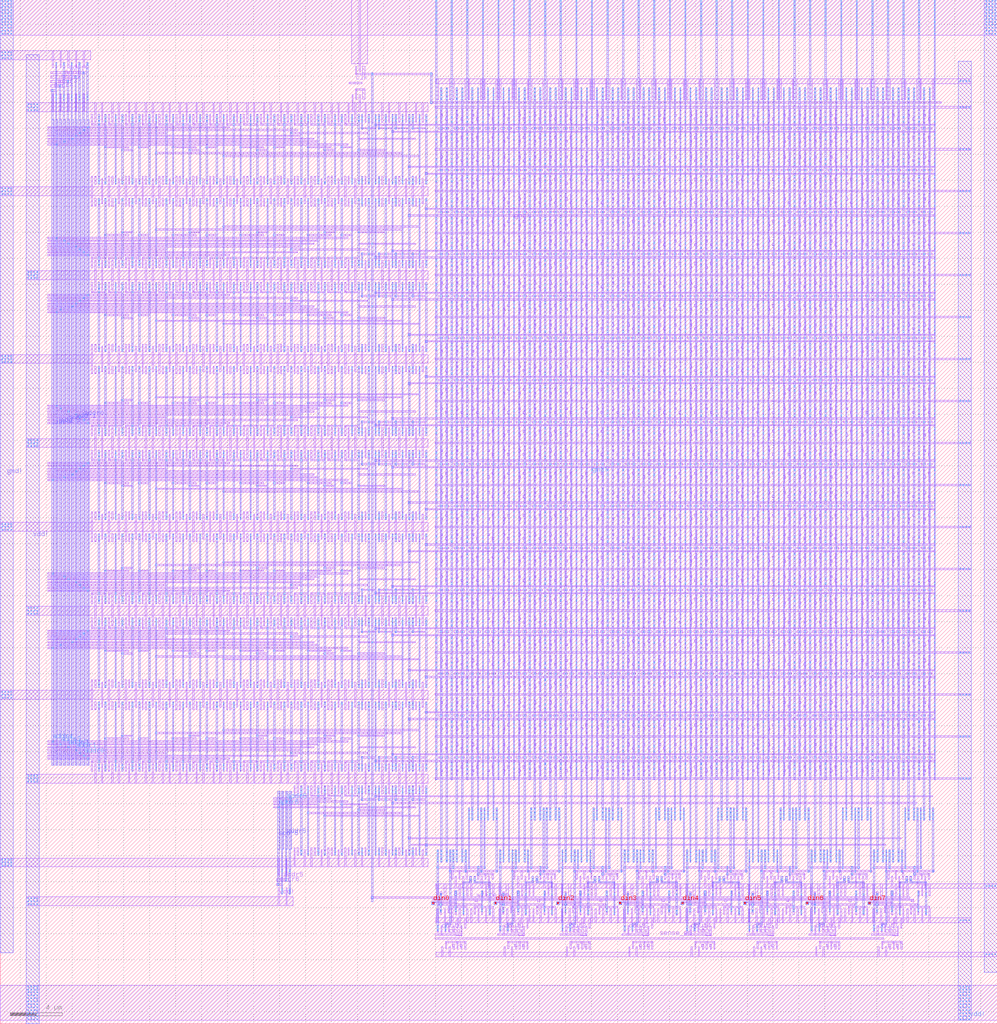
<source format=lef>
VERSION 5.7 ;
BUSBITCHARS "[]" ;
DIVIDERCHAR "/" ;

MACRO sram_compiled_array
  CLASS CORE ;
  ORIGIN 33.525 68.925 ;
  FOREIGN sram_compiled_array -33.525 -68.925 ;
  SIZE 76.79 BY 78.82 ;
  SYMMETRY X Y ;
  SITE CoreSite ;
  PIN write_en
    DIRECTION INPUT ;
    USE SIGNAL ;
    PORT
      LAYER M1 ;
        RECT -0.235 -59.445 36.83 -59.355 ;
        RECT 36.65 -59.535 36.83 -59.355 ;
        RECT 31.85 -59.535 32.03 -59.355 ;
        RECT 27.05 -59.535 27.23 -59.355 ;
        RECT 22.25 -59.535 22.43 -59.355 ;
        RECT 17.45 -59.535 17.63 -59.355 ;
        RECT 12.65 -59.535 12.83 -59.355 ;
        RECT 7.85 -59.535 8.03 -59.355 ;
        RECT 3.05 -59.535 3.23 -59.355 ;
    END
  END write_en
  PIN din0
    DIRECTION INPUT ;
    USE SIGNAL ;
    PORT
      LAYER M2 ;
        RECT -0.29 -59.765 -0.06 -59.535 ;
      LAYER M3 ;
        RECT -0.29 -59.765 -0.06 -59.535 ;
      LAYER M1 ;
        RECT -0.29 -59.625 1.625 -59.535 ;
        RECT -0.29 -59.765 -0.06 -59.535 ;
      LAYER V2 ;
        RECT -0.225 -59.7 -0.125 -59.6 ;
      LAYER V1 ;
        RECT -0.225 -59.7 -0.125 -59.6 ;
    END
  END din0
  PIN din1
    DIRECTION INPUT ;
    USE SIGNAL ;
    PORT
      LAYER M2 ;
        RECT 4.51 -59.765 4.74 -59.535 ;
      LAYER M3 ;
        RECT 4.51 -59.765 4.74 -59.535 ;
      LAYER M1 ;
        RECT 4.51 -59.625 6.425 -59.535 ;
        RECT 4.51 -59.765 4.74 -59.535 ;
      LAYER V2 ;
        RECT 4.575 -59.7 4.675 -59.6 ;
      LAYER V1 ;
        RECT 4.575 -59.7 4.675 -59.6 ;
    END
  END din1
  PIN din2
    DIRECTION INPUT ;
    USE SIGNAL ;
    PORT
      LAYER M2 ;
        RECT 9.31 -59.765 9.54 -59.535 ;
      LAYER M3 ;
        RECT 9.31 -59.765 9.54 -59.535 ;
      LAYER M1 ;
        RECT 9.31 -59.625 11.225 -59.535 ;
        RECT 9.31 -59.765 9.54 -59.535 ;
      LAYER V2 ;
        RECT 9.375 -59.7 9.475 -59.6 ;
      LAYER V1 ;
        RECT 9.375 -59.7 9.475 -59.6 ;
    END
  END din2
  PIN din3
    DIRECTION INPUT ;
    USE SIGNAL ;
    PORT
      LAYER M2 ;
        RECT 14.11 -59.765 14.34 -59.535 ;
      LAYER M3 ;
        RECT 14.11 -59.765 14.34 -59.535 ;
      LAYER M1 ;
        RECT 14.11 -59.625 16.025 -59.535 ;
        RECT 14.11 -59.765 14.34 -59.535 ;
      LAYER V2 ;
        RECT 14.175 -59.7 14.275 -59.6 ;
      LAYER V1 ;
        RECT 14.175 -59.7 14.275 -59.6 ;
    END
  END din3
  PIN din4
    DIRECTION INPUT ;
    USE SIGNAL ;
    PORT
      LAYER M2 ;
        RECT 18.91 -59.765 19.14 -59.535 ;
      LAYER M3 ;
        RECT 18.91 -59.765 19.14 -59.535 ;
      LAYER M1 ;
        RECT 18.91 -59.625 20.825 -59.535 ;
        RECT 18.91 -59.765 19.14 -59.535 ;
      LAYER V2 ;
        RECT 18.975 -59.7 19.075 -59.6 ;
      LAYER V1 ;
        RECT 18.975 -59.7 19.075 -59.6 ;
    END
  END din4
  PIN din5
    DIRECTION INPUT ;
    USE SIGNAL ;
    PORT
      LAYER M2 ;
        RECT 23.71 -59.765 23.94 -59.535 ;
      LAYER M3 ;
        RECT 23.71 -59.765 23.94 -59.535 ;
      LAYER M1 ;
        RECT 23.71 -59.625 25.625 -59.535 ;
        RECT 23.71 -59.765 23.94 -59.535 ;
      LAYER V2 ;
        RECT 23.775 -59.7 23.875 -59.6 ;
      LAYER V1 ;
        RECT 23.775 -59.7 23.875 -59.6 ;
    END
  END din5
  PIN din6
    DIRECTION INPUT ;
    USE SIGNAL ;
    PORT
      LAYER M2 ;
        RECT 28.51 -59.765 28.74 -59.535 ;
      LAYER M3 ;
        RECT 28.51 -59.765 28.74 -59.535 ;
      LAYER M1 ;
        RECT 28.51 -59.625 30.425 -59.535 ;
        RECT 28.51 -59.765 28.74 -59.535 ;
      LAYER V2 ;
        RECT 28.575 -59.7 28.675 -59.6 ;
      LAYER V1 ;
        RECT 28.575 -59.7 28.675 -59.6 ;
    END
  END din6
  PIN din7
    DIRECTION INPUT ;
    USE SIGNAL ;
    PORT
      LAYER M2 ;
        RECT 33.31 -59.765 33.54 -59.535 ;
      LAYER M3 ;
        RECT 33.31 -59.765 33.54 -59.535 ;
      LAYER M1 ;
        RECT 33.31 -59.625 35.225 -59.535 ;
        RECT 33.31 -59.765 33.54 -59.535 ;
      LAYER V2 ;
        RECT 33.375 -59.7 33.475 -59.6 ;
      LAYER V1 ;
        RECT 33.375 -59.7 33.475 -59.6 ;
    END
  END din7
  PIN sense_en
    DIRECTION INPUT ;
    USE SIGNAL ;
    PORT
      LAYER M1 ;
        RECT -0.03 -62.425 34.535 -62.305 ;
    END
  END sense_en
  PIN dout0
    DIRECTION OUTPUT ;
    USE SIGNAL ;
    PORT
      LAYER M1 ;
        RECT 1.95 -62.17 2.05 -61.42 ;
        RECT -0.03 -62.115 2.05 -61.995 ;
        RECT 1.58 -62.17 2.05 -61.995 ;
        RECT 0.405 -62.115 0.505 -61.41 ;
    END
  END dout0
  PIN dout1
    DIRECTION OUTPUT ;
    USE SIGNAL ;
    PORT
      LAYER M1 ;
        RECT 6.75 -62.17 6.85 -61.42 ;
        RECT 4.77 -62.115 6.85 -61.995 ;
        RECT 6.38 -62.17 6.85 -61.995 ;
        RECT 5.205 -62.115 5.305 -61.41 ;
    END
  END dout1
  PIN dout2
    DIRECTION OUTPUT ;
    USE SIGNAL ;
    PORT
      LAYER M1 ;
        RECT 11.55 -62.17 11.65 -61.42 ;
        RECT 9.57 -62.115 11.65 -61.995 ;
        RECT 11.18 -62.17 11.65 -61.995 ;
        RECT 10.005 -62.115 10.105 -61.41 ;
    END
  END dout2
  PIN dout3
    DIRECTION OUTPUT ;
    USE SIGNAL ;
    PORT
      LAYER M1 ;
        RECT 16.35 -62.17 16.45 -61.42 ;
        RECT 14.37 -62.115 16.45 -61.995 ;
        RECT 15.98 -62.17 16.45 -61.995 ;
        RECT 14.805 -62.115 14.905 -61.41 ;
    END
  END dout3
  PIN dout4
    DIRECTION OUTPUT ;
    USE SIGNAL ;
    PORT
      LAYER M1 ;
        RECT 21.15 -62.17 21.25 -61.42 ;
        RECT 19.17 -62.115 21.25 -61.995 ;
        RECT 20.78 -62.17 21.25 -61.995 ;
        RECT 19.605 -62.115 19.705 -61.41 ;
    END
  END dout4
  PIN dout5
    DIRECTION OUTPUT ;
    USE SIGNAL ;
    PORT
      LAYER M1 ;
        RECT 25.95 -62.17 26.05 -61.42 ;
        RECT 23.97 -62.115 26.05 -61.995 ;
        RECT 25.58 -62.17 26.05 -61.995 ;
        RECT 24.405 -62.115 24.505 -61.41 ;
    END
  END dout5
  PIN dout6
    DIRECTION OUTPUT ;
    USE SIGNAL ;
    PORT
      LAYER M1 ;
        RECT 30.75 -62.17 30.85 -61.42 ;
        RECT 28.77 -62.115 30.85 -61.995 ;
        RECT 30.38 -62.17 30.85 -61.995 ;
        RECT 29.205 -62.115 29.305 -61.41 ;
    END
  END dout6
  PIN dout7
    DIRECTION OUTPUT ;
    USE SIGNAL ;
    PORT
      LAYER M1 ;
        RECT 35.55 -62.17 35.65 -61.42 ;
        RECT 33.57 -62.115 35.65 -61.995 ;
        RECT 35.18 -62.17 35.65 -61.995 ;
        RECT 34.005 -62.115 34.105 -61.41 ;
    END
  END dout7
  PIN gnd!
    DIRECTION INPUT ;
    USE GROUND ;
    SHAPE ABUTMENT ;
    PORT
      LAYER M2 ;
        RECT 42.265 -64.965 43.265 9.895 ;
        RECT 38.4 -50.165 38.5 9.895 ;
        RECT 37.2 -50.165 37.3 9.895 ;
        RECT 36 -50.165 36.1 9.895 ;
        RECT 34.8 -50.165 34.9 9.895 ;
        RECT 33.6 -50.165 33.7 9.895 ;
        RECT 32.4 -50.165 32.5 9.895 ;
        RECT 31.2 -50.165 31.3 9.895 ;
        RECT 30 -50.165 30.1 9.895 ;
        RECT 28.8 -50.165 28.9 9.895 ;
        RECT 27.6 -50.165 27.7 9.895 ;
        RECT 26.4 -50.165 26.5 9.895 ;
        RECT 25.2 -50.165 25.3 9.895 ;
        RECT 24 -50.165 24.1 9.895 ;
        RECT 22.8 -50.165 22.9 9.895 ;
        RECT 21.6 -50.165 21.7 9.895 ;
        RECT 20.4 -50.165 20.5 9.895 ;
        RECT 19.2 -50.165 19.3 9.895 ;
        RECT 18 -50.165 18.1 9.895 ;
        RECT 16.8 -50.165 16.9 9.895 ;
        RECT 15.6 -50.165 15.7 9.895 ;
        RECT 14.4 -50.165 14.5 9.895 ;
        RECT 13.2 -50.165 13.3 9.895 ;
        RECT 12 -50.165 12.1 9.895 ;
        RECT 10.8 -50.165 10.9 9.895 ;
        RECT 9.6 -50.165 9.7 9.895 ;
        RECT 8.4 -50.165 8.5 9.895 ;
        RECT 7.2 -50.165 7.3 9.895 ;
        RECT 6 -50.165 6.1 9.895 ;
        RECT 4.8 -50.165 4.9 9.895 ;
        RECT 3.6 -50.165 3.7 9.895 ;
        RECT 2.4 -50.165 2.5 9.895 ;
        RECT 1.2 -50.165 1.3 9.895 ;
        RECT 0 -50.165 0.1 9.895 ;
        RECT -1.805 -55.975 -1.705 -55.375 ;
        RECT -1.805 -44.755 -1.705 -44.155 ;
        RECT -1.805 -43.055 -1.705 -42.455 ;
        RECT -1.805 -31.835 -1.705 -31.235 ;
        RECT -1.805 -30.135 -1.705 -29.535 ;
        RECT -1.805 -18.915 -1.705 -18.315 ;
        RECT -1.805 -17.215 -1.705 -16.615 ;
        RECT -1.805 -5.995 -1.705 -5.395 ;
        RECT -1.805 -4.295 -1.705 -3.695 ;
        RECT -3.105 -55.975 -3.005 -55.375 ;
        RECT -3.105 -44.755 -3.005 -44.155 ;
        RECT -3.105 -43.055 -3.005 -42.455 ;
        RECT -3.105 -31.835 -3.005 -31.235 ;
        RECT -3.105 -30.135 -3.005 -29.535 ;
        RECT -3.105 -18.915 -3.005 -18.315 ;
        RECT -3.105 -17.215 -3.005 -16.615 ;
        RECT -3.105 -5.995 -3.005 -5.395 ;
        RECT -3.105 -4.295 -3.005 -3.695 ;
        RECT -4.405 -55.975 -4.305 -55.375 ;
        RECT -4.405 -44.755 -4.305 -44.155 ;
        RECT -4.405 -43.055 -4.305 -42.455 ;
        RECT -4.405 -31.835 -4.305 -31.235 ;
        RECT -4.405 -30.135 -4.305 -29.535 ;
        RECT -4.405 -18.915 -4.305 -18.315 ;
        RECT -4.405 -17.215 -4.305 -16.615 ;
        RECT -4.405 -5.995 -4.305 -5.395 ;
        RECT -4.405 -4.295 -4.305 -3.695 ;
        RECT -5.705 -55.975 -5.605 -55.375 ;
        RECT -5.705 -44.755 -5.605 -44.155 ;
        RECT -5.705 -43.055 -5.605 -42.455 ;
        RECT -5.705 -31.835 -5.605 -31.235 ;
        RECT -5.705 -30.135 -5.605 -29.535 ;
        RECT -5.705 -18.915 -5.605 -18.315 ;
        RECT -5.705 -17.215 -5.605 -16.615 ;
        RECT -5.705 -5.995 -5.605 -5.395 ;
        RECT -5.705 -4.295 -5.605 -3.695 ;
        RECT -33.525 -63.475 -32.525 9.895 ;
      LAYER M1 ;
        RECT 6 -6.065 6.1 -5.53 ;
        RECT 6 -4.16 6.1 -3.625 ;
        RECT 6 -2.835 6.1 -2.3 ;
        RECT 6 -0.93 6.1 -0.395 ;
        RECT 6 0.395 6.1 0.93 ;
        RECT 4.8 -49.38 4.9 -48.845 ;
        RECT 4.8 -48.055 4.9 -47.52 ;
        RECT 4.8 -46.15 4.9 -45.615 ;
        RECT 4.8 -44.825 4.9 -44.29 ;
        RECT 4.8 -42.92 4.9 -42.385 ;
        RECT 4.8 -41.595 4.9 -41.06 ;
        RECT 4.8 -39.69 4.9 -39.155 ;
        RECT 4.8 -38.365 4.9 -37.83 ;
        RECT 4.8 -36.46 4.9 -35.925 ;
        RECT 4.8 -35.135 4.9 -34.6 ;
        RECT 4.8 -33.23 4.9 -32.695 ;
        RECT 4.8 -31.905 4.9 -31.37 ;
        RECT 4.8 -30 4.9 -29.465 ;
        RECT 4.8 -28.675 4.9 -28.14 ;
        RECT 4.8 -26.77 4.9 -26.235 ;
        RECT 4.8 -25.445 4.9 -24.91 ;
        RECT 4.8 -23.54 4.9 -23.005 ;
        RECT 4.8 -22.215 4.9 -21.68 ;
        RECT 4.8 -20.31 4.9 -19.775 ;
        RECT 4.8 -18.985 4.9 -18.45 ;
        RECT 4.8 -17.08 4.9 -16.545 ;
        RECT 4.8 -15.755 4.9 -15.22 ;
        RECT 4.8 -13.85 4.9 -13.315 ;
        RECT 4.8 -12.525 4.9 -11.99 ;
        RECT 4.8 -10.62 4.9 -10.085 ;
        RECT 4.8 -9.295 4.9 -8.76 ;
        RECT 4.8 -7.39 4.9 -6.855 ;
        RECT 4.8 -6.065 4.9 -5.53 ;
        RECT 4.8 -4.16 4.9 -3.625 ;
        RECT 4.8 -2.835 4.9 -2.3 ;
        RECT 4.8 -0.93 4.9 -0.395 ;
        RECT 4.8 0.395 4.9 0.93 ;
        RECT 3.6 -49.38 3.7 -48.845 ;
        RECT 3.6 -48.055 3.7 -47.52 ;
        RECT 3.6 -46.15 3.7 -45.615 ;
        RECT 3.6 -44.825 3.7 -44.29 ;
        RECT 3.6 -42.92 3.7 -42.385 ;
        RECT 3.6 -41.595 3.7 -41.06 ;
        RECT 3.6 -39.69 3.7 -39.155 ;
        RECT 3.6 -38.365 3.7 -37.83 ;
        RECT 3.6 -36.46 3.7 -35.925 ;
        RECT 3.6 -35.135 3.7 -34.6 ;
        RECT 3.6 -33.23 3.7 -32.695 ;
        RECT 3.6 -31.905 3.7 -31.37 ;
        RECT 3.6 -30 3.7 -29.465 ;
        RECT 3.6 -28.675 3.7 -28.14 ;
        RECT 3.6 -26.77 3.7 -26.235 ;
        RECT 3.6 -25.445 3.7 -24.91 ;
        RECT 3.6 -23.54 3.7 -23.005 ;
        RECT 3.6 -22.215 3.7 -21.68 ;
        RECT 3.6 -20.31 3.7 -19.775 ;
        RECT 3.6 -18.985 3.7 -18.45 ;
        RECT 3.6 -17.08 3.7 -16.545 ;
        RECT 3.6 -15.755 3.7 -15.22 ;
        RECT 3.6 -13.85 3.7 -13.315 ;
        RECT 3.6 -12.525 3.7 -11.99 ;
        RECT 3.6 -10.62 3.7 -10.085 ;
        RECT 3.6 -9.295 3.7 -8.76 ;
        RECT 3.6 -7.39 3.7 -6.855 ;
        RECT 3.6 -6.065 3.7 -5.53 ;
        RECT 3.6 -4.16 3.7 -3.625 ;
        RECT 3.6 -2.835 3.7 -2.3 ;
        RECT 3.6 -0.93 3.7 -0.395 ;
        RECT 3.6 0.395 3.7 0.93 ;
        RECT 2.4 -49.38 2.5 -48.845 ;
        RECT 2.4 -48.055 2.5 -47.52 ;
        RECT 2.4 -46.15 2.5 -45.615 ;
        RECT 2.4 -44.825 2.5 -44.29 ;
        RECT 2.4 -42.92 2.5 -42.385 ;
        RECT 2.4 -41.595 2.5 -41.06 ;
        RECT 2.4 -39.69 2.5 -39.155 ;
        RECT 2.4 -38.365 2.5 -37.83 ;
        RECT 2.4 -36.46 2.5 -35.925 ;
        RECT 2.4 -35.135 2.5 -34.6 ;
        RECT 2.4 -33.23 2.5 -32.695 ;
        RECT 2.4 -31.905 2.5 -31.37 ;
        RECT 2.4 -30 2.5 -29.465 ;
        RECT 2.4 -28.675 2.5 -28.14 ;
        RECT 2.4 -26.77 2.5 -26.235 ;
        RECT 2.4 -25.445 2.5 -24.91 ;
        RECT 2.4 -23.54 2.5 -23.005 ;
        RECT 2.4 -22.215 2.5 -21.68 ;
        RECT 2.4 -20.31 2.5 -19.775 ;
        RECT 2.4 -18.985 2.5 -18.45 ;
        RECT 2.4 -17.08 2.5 -16.545 ;
        RECT 2.4 -15.755 2.5 -15.22 ;
        RECT 2.4 -13.85 2.5 -13.315 ;
        RECT 2.4 -12.525 2.5 -11.99 ;
        RECT 2.4 -10.62 2.5 -10.085 ;
        RECT 2.4 -9.295 2.5 -8.76 ;
        RECT 2.4 -7.39 2.5 -6.855 ;
        RECT 2.4 -6.065 2.5 -5.53 ;
        RECT 2.4 -4.16 2.5 -3.625 ;
        RECT 2.4 -2.835 2.5 -2.3 ;
        RECT 2.4 -0.93 2.5 -0.395 ;
        RECT 2.4 0.395 2.5 0.93 ;
        RECT 1.2 -49.38 1.3 -48.845 ;
        RECT 1.2 -48.055 1.3 -47.52 ;
        RECT 1.2 -46.15 1.3 -45.615 ;
        RECT 1.2 -44.825 1.3 -44.29 ;
        RECT 1.2 -42.92 1.3 -42.385 ;
        RECT 1.2 -41.595 1.3 -41.06 ;
        RECT 1.2 -39.69 1.3 -39.155 ;
        RECT 1.2 -38.365 1.3 -37.83 ;
        RECT 1.2 -36.46 1.3 -35.925 ;
        RECT 1.2 -35.135 1.3 -34.6 ;
        RECT 1.2 -33.23 1.3 -32.695 ;
        RECT 1.2 -31.905 1.3 -31.37 ;
        RECT 1.2 -30 1.3 -29.465 ;
        RECT 1.2 -28.675 1.3 -28.14 ;
        RECT 1.2 -26.77 1.3 -26.235 ;
        RECT 1.2 -25.445 1.3 -24.91 ;
        RECT 1.2 -23.54 1.3 -23.005 ;
        RECT 1.2 -22.215 1.3 -21.68 ;
        RECT 1.2 -20.31 1.3 -19.775 ;
        RECT 1.2 -18.985 1.3 -18.45 ;
        RECT 1.2 -17.08 1.3 -16.545 ;
        RECT 1.2 -15.755 1.3 -15.22 ;
        RECT 1.2 -13.85 1.3 -13.315 ;
        RECT 1.2 -12.525 1.3 -11.99 ;
        RECT 1.2 -10.62 1.3 -10.085 ;
        RECT 1.2 -9.295 1.3 -8.76 ;
        RECT 1.2 -7.39 1.3 -6.855 ;
        RECT 1.2 -6.065 1.3 -5.53 ;
        RECT 1.2 -4.16 1.3 -3.625 ;
        RECT 1.2 -2.835 1.3 -2.3 ;
        RECT 1.2 -0.93 1.3 -0.395 ;
        RECT 1.2 0.395 1.3 0.93 ;
        RECT 0 -49.38 0.1 -48.845 ;
        RECT 0 -48.055 0.1 -47.52 ;
        RECT 0 -46.15 0.1 -45.615 ;
        RECT 0 -44.825 0.1 -44.29 ;
        RECT 0 -42.92 0.1 -42.385 ;
        RECT 0 -41.595 0.1 -41.06 ;
        RECT 0 -39.69 0.1 -39.155 ;
        RECT 0 -38.365 0.1 -37.83 ;
        RECT 0 -36.46 0.1 -35.925 ;
        RECT 0 -35.135 0.1 -34.6 ;
        RECT 0 -33.23 0.1 -32.695 ;
        RECT 0 -31.905 0.1 -31.37 ;
        RECT 0 -30 0.1 -29.465 ;
        RECT 0 -28.675 0.1 -28.14 ;
        RECT 0 -26.77 0.1 -26.235 ;
        RECT 0 -25.445 0.1 -24.91 ;
        RECT 0 -23.54 0.1 -23.005 ;
        RECT 0 -22.215 0.1 -21.68 ;
        RECT 0 -20.31 0.1 -19.775 ;
        RECT 0 -18.985 0.1 -18.45 ;
        RECT 0 -17.08 0.1 -16.545 ;
        RECT 0 -15.755 0.1 -15.22 ;
        RECT 0 -13.85 0.1 -13.315 ;
        RECT 0 -12.525 0.1 -11.99 ;
        RECT 0 -10.62 0.1 -10.085 ;
        RECT 0 -9.295 0.1 -8.76 ;
        RECT 0 -7.39 0.1 -6.855 ;
        RECT 0 -6.065 0.1 -5.53 ;
        RECT 0 -4.16 0.1 -3.625 ;
        RECT 0 -2.835 0.1 -2.3 ;
        RECT 0 -0.93 0.1 -0.395 ;
        RECT 0 0.395 0.1 0.93 ;
        RECT -33.525 -56.865 -0.585 -56.185 ;
        RECT -1.025 -56.865 -0.925 -55.555 ;
        RECT -1.805 -56.865 -1.705 -55.375 ;
        RECT -2.325 -56.865 -2.225 -55.555 ;
        RECT -3.105 -56.865 -3.005 -55.375 ;
        RECT -3.625 -56.865 -3.525 -55.555 ;
        RECT -4.405 -56.865 -4.305 -55.375 ;
        RECT -4.925 -56.865 -4.825 -55.555 ;
        RECT -5.705 -56.865 -5.605 -55.375 ;
        RECT -6.225 -56.865 -6.125 -55.555 ;
        RECT -7.005 -56.865 -6.905 -55.375 ;
        RECT -7.525 -56.865 -7.425 -55.555 ;
        RECT -8.305 -56.865 -8.205 -55.375 ;
        RECT -8.825 -56.865 -8.725 -55.555 ;
        RECT -9.605 -56.865 -9.505 -55.375 ;
        RECT -10.125 -56.865 -10.025 -55.555 ;
        RECT -10.905 -56.865 -10.805 -55.375 ;
        RECT -11.525 -57.495 -11.425 -56.185 ;
        RECT -12.125 -57.495 -12.025 -56.185 ;
        RECT -33.525 -43.945 -0.585 -43.265 ;
        RECT -1.025 -44.575 -0.925 -42.635 ;
        RECT -1.805 -44.755 -1.705 -42.455 ;
        RECT -2.325 -44.575 -2.225 -42.635 ;
        RECT -3.105 -44.755 -3.005 -42.455 ;
        RECT -3.625 -44.575 -3.525 -42.635 ;
        RECT -4.405 -44.755 -4.305 -42.455 ;
        RECT -4.925 -44.575 -4.825 -42.635 ;
        RECT -5.705 -44.755 -5.605 -42.455 ;
        RECT -6.225 -44.575 -6.125 -42.635 ;
        RECT -7.005 -44.755 -6.905 -42.455 ;
        RECT -7.525 -44.575 -7.425 -42.635 ;
        RECT -8.305 -44.755 -8.205 -42.455 ;
        RECT -8.825 -44.575 -8.725 -42.635 ;
        RECT -9.605 -44.755 -9.505 -42.455 ;
        RECT -10.125 -44.575 -10.025 -42.635 ;
        RECT -10.905 -44.755 -10.805 -42.455 ;
        RECT -11.425 -44.575 -11.325 -42.635 ;
        RECT -12.205 -44.755 -12.105 -42.455 ;
        RECT -12.725 -44.575 -12.625 -42.635 ;
        RECT -13.505 -44.755 -13.405 -42.455 ;
        RECT -14.025 -44.575 -13.925 -42.635 ;
        RECT -14.805 -44.755 -14.705 -42.455 ;
        RECT -15.325 -44.575 -15.225 -42.635 ;
        RECT -16.105 -44.755 -16.005 -42.455 ;
        RECT -16.625 -44.575 -16.525 -42.635 ;
        RECT -17.405 -44.755 -17.305 -42.455 ;
        RECT -17.925 -44.575 -17.825 -42.635 ;
        RECT -18.705 -44.755 -18.605 -42.455 ;
        RECT -19.225 -44.575 -19.125 -42.635 ;
        RECT -20.005 -44.755 -19.905 -42.455 ;
        RECT -20.525 -44.575 -20.425 -42.635 ;
        RECT -21.305 -44.755 -21.205 -42.455 ;
        RECT -21.825 -44.575 -21.725 -42.635 ;
        RECT -22.605 -44.755 -22.505 -42.455 ;
        RECT -23.125 -44.575 -23.025 -42.635 ;
        RECT -23.905 -44.755 -23.805 -42.455 ;
        RECT -24.425 -44.575 -24.325 -42.635 ;
        RECT -25.205 -44.755 -25.105 -42.455 ;
        RECT -25.725 -44.575 -25.625 -42.635 ;
        RECT -26.505 -44.755 -26.405 -42.455 ;
        RECT -33.525 -31.025 -0.585 -30.345 ;
        RECT -1.025 -31.655 -0.925 -29.715 ;
        RECT -1.805 -31.835 -1.705 -29.535 ;
        RECT -2.325 -31.655 -2.225 -29.715 ;
        RECT -3.105 -31.835 -3.005 -29.535 ;
        RECT -3.625 -31.655 -3.525 -29.715 ;
        RECT -4.405 -31.835 -4.305 -29.535 ;
        RECT -4.925 -31.655 -4.825 -29.715 ;
        RECT -5.705 -31.835 -5.605 -29.535 ;
        RECT -6.225 -31.655 -6.125 -29.715 ;
        RECT -7.005 -31.835 -6.905 -29.535 ;
        RECT -7.525 -31.655 -7.425 -29.715 ;
        RECT -8.305 -31.835 -8.205 -29.535 ;
        RECT -8.825 -31.655 -8.725 -29.715 ;
        RECT -9.605 -31.835 -9.505 -29.535 ;
        RECT -10.125 -31.655 -10.025 -29.715 ;
        RECT -10.905 -31.835 -10.805 -29.535 ;
        RECT -11.425 -31.655 -11.325 -29.715 ;
        RECT -12.205 -31.835 -12.105 -29.535 ;
        RECT -12.725 -31.655 -12.625 -29.715 ;
        RECT -13.505 -31.835 -13.405 -29.535 ;
        RECT -14.025 -31.655 -13.925 -29.715 ;
        RECT -14.805 -31.835 -14.705 -29.535 ;
        RECT -15.325 -31.655 -15.225 -29.715 ;
        RECT -16.105 -31.835 -16.005 -29.535 ;
        RECT -16.625 -31.655 -16.525 -29.715 ;
        RECT -17.405 -31.835 -17.305 -29.535 ;
        RECT -17.925 -31.655 -17.825 -29.715 ;
        RECT -18.705 -31.835 -18.605 -29.535 ;
        RECT -19.225 -31.655 -19.125 -29.715 ;
        RECT -20.005 -31.835 -19.905 -29.535 ;
        RECT -20.525 -31.655 -20.425 -29.715 ;
        RECT -21.305 -31.835 -21.205 -29.535 ;
        RECT -21.825 -31.655 -21.725 -29.715 ;
        RECT -22.605 -31.835 -22.505 -29.535 ;
        RECT -23.125 -31.655 -23.025 -29.715 ;
        RECT -23.905 -31.835 -23.805 -29.535 ;
        RECT -24.425 -31.655 -24.325 -29.715 ;
        RECT -25.205 -31.835 -25.105 -29.535 ;
        RECT -25.725 -31.655 -25.625 -29.715 ;
        RECT -26.505 -31.835 -26.405 -29.535 ;
        RECT -33.525 -18.105 -0.585 -17.425 ;
        RECT -1.025 -18.735 -0.925 -16.795 ;
        RECT -1.805 -18.915 -1.705 -16.615 ;
        RECT -2.325 -18.735 -2.225 -16.795 ;
        RECT -3.105 -18.915 -3.005 -16.615 ;
        RECT -3.625 -18.735 -3.525 -16.795 ;
        RECT -4.405 -18.915 -4.305 -16.615 ;
        RECT -4.925 -18.735 -4.825 -16.795 ;
        RECT -5.705 -18.915 -5.605 -16.615 ;
        RECT -6.225 -18.735 -6.125 -16.795 ;
        RECT -7.005 -18.915 -6.905 -16.615 ;
        RECT -7.525 -18.735 -7.425 -16.795 ;
        RECT -8.305 -18.915 -8.205 -16.615 ;
        RECT -8.825 -18.735 -8.725 -16.795 ;
        RECT -9.605 -18.915 -9.505 -16.615 ;
        RECT -10.125 -18.735 -10.025 -16.795 ;
        RECT -10.905 -18.915 -10.805 -16.615 ;
        RECT -11.425 -18.735 -11.325 -16.795 ;
        RECT -12.205 -18.915 -12.105 -16.615 ;
        RECT -12.725 -18.735 -12.625 -16.795 ;
        RECT -13.505 -18.915 -13.405 -16.615 ;
        RECT -14.025 -18.735 -13.925 -16.795 ;
        RECT -14.805 -18.915 -14.705 -16.615 ;
        RECT -15.325 -18.735 -15.225 -16.795 ;
        RECT -16.105 -18.915 -16.005 -16.615 ;
        RECT -16.625 -18.735 -16.525 -16.795 ;
        RECT -17.405 -18.915 -17.305 -16.615 ;
        RECT -17.925 -18.735 -17.825 -16.795 ;
        RECT -18.705 -18.915 -18.605 -16.615 ;
        RECT -19.225 -18.735 -19.125 -16.795 ;
        RECT -20.005 -18.915 -19.905 -16.615 ;
        RECT -20.525 -18.735 -20.425 -16.795 ;
        RECT -21.305 -18.915 -21.205 -16.615 ;
        RECT -21.825 -18.735 -21.725 -16.795 ;
        RECT -22.605 -18.915 -22.505 -16.615 ;
        RECT -23.125 -18.735 -23.025 -16.795 ;
        RECT -23.905 -18.915 -23.805 -16.615 ;
        RECT -24.425 -18.735 -24.325 -16.795 ;
        RECT -25.205 -18.915 -25.105 -16.615 ;
        RECT -25.725 -18.735 -25.625 -16.795 ;
        RECT -26.505 -18.915 -26.405 -16.615 ;
        RECT -33.525 -5.185 -0.585 -4.505 ;
        RECT -1.025 -5.815 -0.925 -3.875 ;
        RECT -1.805 -5.995 -1.705 -3.695 ;
        RECT -2.325 -5.815 -2.225 -3.875 ;
        RECT -3.105 -5.995 -3.005 -3.695 ;
        RECT -3.625 -5.815 -3.525 -3.875 ;
        RECT -4.405 -5.995 -4.305 -3.695 ;
        RECT -4.925 -5.815 -4.825 -3.875 ;
        RECT -5.705 -5.995 -5.605 -3.695 ;
        RECT -6.225 -5.815 -6.125 -3.875 ;
        RECT -7.005 -5.995 -6.905 -3.695 ;
        RECT -7.525 -5.815 -7.425 -3.875 ;
        RECT -8.305 -5.995 -8.205 -3.695 ;
        RECT -8.825 -5.815 -8.725 -3.875 ;
        RECT -9.605 -5.995 -9.505 -3.695 ;
        RECT -10.125 -5.815 -10.025 -3.875 ;
        RECT -10.905 -5.995 -10.805 -3.695 ;
        RECT -11.425 -5.815 -11.325 -3.875 ;
        RECT -12.205 -5.995 -12.105 -3.695 ;
        RECT -12.725 -5.815 -12.625 -3.875 ;
        RECT -13.505 -5.995 -13.405 -3.695 ;
        RECT -14.025 -5.815 -13.925 -3.875 ;
        RECT -14.805 -5.995 -14.705 -3.695 ;
        RECT -15.325 -5.815 -15.225 -3.875 ;
        RECT -16.105 -5.995 -16.005 -3.695 ;
        RECT -16.625 -5.815 -16.525 -3.875 ;
        RECT -17.405 -5.995 -17.305 -3.695 ;
        RECT -17.925 -5.815 -17.825 -3.875 ;
        RECT -18.705 -5.995 -18.605 -3.695 ;
        RECT -19.225 -5.815 -19.125 -3.875 ;
        RECT -20.005 -5.995 -19.905 -3.695 ;
        RECT -20.525 -5.815 -20.425 -3.875 ;
        RECT -21.305 -5.995 -21.205 -3.695 ;
        RECT -21.825 -5.815 -21.725 -3.875 ;
        RECT -22.605 -5.995 -22.505 -3.695 ;
        RECT -23.125 -5.815 -23.025 -3.875 ;
        RECT -23.905 -5.995 -23.805 -3.695 ;
        RECT -24.425 -5.815 -24.325 -3.875 ;
        RECT -25.205 -5.995 -25.105 -3.695 ;
        RECT -25.725 -5.815 -25.625 -3.875 ;
        RECT -26.505 -5.995 -26.405 -3.695 ;
        RECT -33.525 5.275 -26.565 5.955 ;
        RECT -27.125 4.645 -27.025 5.955 ;
        RECT -27.725 4.645 -27.625 5.955 ;
        RECT -28.325 4.645 -28.225 5.955 ;
        RECT -28.925 4.645 -28.825 5.955 ;
        RECT -29.525 4.645 -29.425 5.955 ;
        RECT 0.025 -63.775 43.265 -63.415 ;
        RECT 34.64 -63.775 34.74 -63 ;
        RECT 34.08 -63.775 34.18 -63 ;
        RECT 29.84 -63.775 29.94 -63 ;
        RECT 29.28 -63.775 29.38 -63 ;
        RECT 25.04 -63.775 25.14 -63 ;
        RECT 24.48 -63.775 24.58 -63 ;
        RECT 20.24 -63.775 20.34 -63 ;
        RECT 19.68 -63.775 19.78 -63 ;
        RECT 15.44 -63.775 15.54 -63 ;
        RECT 14.88 -63.775 14.98 -63 ;
        RECT 10.64 -63.775 10.74 -63 ;
        RECT 10.08 -63.775 10.18 -63 ;
        RECT 5.84 -63.775 5.94 -63 ;
        RECT 5.28 -63.775 5.38 -63 ;
        RECT 1.04 -63.775 1.14 -63 ;
        RECT 0.48 -63.775 0.58 -63 ;
        RECT 0.01 -58.515 43.265 -58.155 ;
        RECT 38.005 -59.085 38.105 -58.155 ;
        RECT 37.675 -58.515 37.775 -57.59 ;
        RECT 37.445 -59.085 37.545 -58.155 ;
        RECT 37.115 -58.515 37.215 -57.59 ;
        RECT 36.295 -59.07 36.395 -58.155 ;
        RECT 35.985 -59.085 36.085 -58.155 ;
        RECT 35.675 -58.515 35.775 -57.59 ;
        RECT 35.425 -59.085 35.525 -58.155 ;
        RECT 35.115 -58.515 35.215 -57.59 ;
        RECT 34.24 -59.085 34.415 -58.155 ;
        RECT 33.685 -59.05 33.785 -58.155 ;
        RECT 33.205 -59.085 33.305 -58.155 ;
        RECT 32.875 -58.515 32.975 -57.59 ;
        RECT 32.645 -59.085 32.745 -58.155 ;
        RECT 32.315 -58.515 32.415 -57.59 ;
        RECT 31.495 -59.07 31.595 -58.155 ;
        RECT 31.185 -59.085 31.285 -58.155 ;
        RECT 30.875 -58.515 30.975 -57.59 ;
        RECT 30.625 -59.085 30.725 -58.155 ;
        RECT 30.315 -58.515 30.415 -57.59 ;
        RECT 29.44 -59.085 29.615 -58.155 ;
        RECT 28.885 -59.05 28.985 -58.155 ;
        RECT 28.405 -59.085 28.505 -58.155 ;
        RECT 28.075 -58.515 28.175 -57.59 ;
        RECT 27.845 -59.085 27.945 -58.155 ;
        RECT 27.515 -58.515 27.615 -57.59 ;
        RECT 26.695 -59.07 26.795 -58.155 ;
        RECT 26.385 -59.085 26.485 -58.155 ;
        RECT 26.075 -58.515 26.175 -57.59 ;
        RECT 25.825 -59.085 25.925 -58.155 ;
        RECT 25.515 -58.515 25.615 -57.59 ;
        RECT 24.64 -59.085 24.815 -58.155 ;
        RECT 24.085 -59.05 24.185 -58.155 ;
        RECT 23.605 -59.085 23.705 -58.155 ;
        RECT 23.275 -58.515 23.375 -57.59 ;
        RECT 23.045 -59.085 23.145 -58.155 ;
        RECT 22.715 -58.515 22.815 -57.59 ;
        RECT 21.895 -59.07 21.995 -58.155 ;
        RECT 21.585 -59.085 21.685 -58.155 ;
        RECT 21.275 -58.515 21.375 -57.59 ;
        RECT 21.025 -59.085 21.125 -58.155 ;
        RECT 20.715 -58.515 20.815 -57.59 ;
        RECT 19.84 -59.085 20.015 -58.155 ;
        RECT 19.285 -59.05 19.385 -58.155 ;
        RECT 18.805 -59.085 18.905 -58.155 ;
        RECT 18.475 -58.515 18.575 -57.59 ;
        RECT 18.245 -59.085 18.345 -58.155 ;
        RECT 17.915 -58.515 18.015 -57.59 ;
        RECT 17.095 -59.07 17.195 -58.155 ;
        RECT 16.785 -59.085 16.885 -58.155 ;
        RECT 16.475 -58.515 16.575 -57.59 ;
        RECT 16.225 -59.085 16.325 -58.155 ;
        RECT 15.915 -58.515 16.015 -57.59 ;
        RECT 15.04 -59.085 15.215 -58.155 ;
        RECT 14.485 -59.05 14.585 -58.155 ;
        RECT 14.005 -59.085 14.105 -58.155 ;
        RECT 13.675 -58.515 13.775 -57.59 ;
        RECT 13.445 -59.085 13.545 -58.155 ;
        RECT 13.115 -58.515 13.215 -57.59 ;
        RECT 12.295 -59.07 12.395 -58.155 ;
        RECT 11.985 -59.085 12.085 -58.155 ;
        RECT 11.675 -58.515 11.775 -57.59 ;
        RECT 11.425 -59.085 11.525 -58.155 ;
        RECT 11.115 -58.515 11.215 -57.59 ;
        RECT 10.24 -59.085 10.415 -58.155 ;
        RECT 9.685 -59.05 9.785 -58.155 ;
        RECT 9.205 -59.085 9.305 -58.155 ;
        RECT 8.875 -58.515 8.975 -57.59 ;
        RECT 8.645 -59.085 8.745 -58.155 ;
        RECT 8.315 -58.515 8.415 -57.59 ;
        RECT 7.495 -59.07 7.595 -58.155 ;
        RECT 7.185 -59.085 7.285 -58.155 ;
        RECT 6.875 -58.515 6.975 -57.59 ;
        RECT 6.625 -59.085 6.725 -58.155 ;
        RECT 6.315 -58.515 6.415 -57.59 ;
        RECT 5.44 -59.085 5.615 -58.155 ;
        RECT 4.885 -59.05 4.985 -58.155 ;
        RECT 4.405 -59.085 4.505 -58.155 ;
        RECT 4.075 -58.515 4.175 -57.59 ;
        RECT 3.845 -59.085 3.945 -58.155 ;
        RECT 3.515 -58.515 3.615 -57.59 ;
        RECT 2.695 -59.07 2.795 -58.155 ;
        RECT 2.385 -59.085 2.485 -58.155 ;
        RECT 2.075 -58.515 2.175 -57.59 ;
        RECT 1.825 -59.085 1.925 -58.155 ;
        RECT 1.515 -58.515 1.615 -57.59 ;
        RECT 0.64 -59.085 0.815 -58.155 ;
        RECT 0.085 -59.05 0.185 -58.155 ;
        RECT -33.525 7.175 43.265 9.895 ;
        RECT -6.48 4.965 -5.245 9.895 ;
        RECT -5.885 4.385 -5.785 9.895 ;
        RECT 38.4 -49.38 38.5 -48.845 ;
        RECT 38.4 -48.055 38.5 -47.52 ;
        RECT 38.4 -46.15 38.5 -45.615 ;
        RECT 38.4 -44.825 38.5 -44.29 ;
        RECT 38.4 -42.92 38.5 -42.385 ;
        RECT 38.4 -41.595 38.5 -41.06 ;
        RECT 38.4 -39.69 38.5 -39.155 ;
        RECT 38.4 -38.365 38.5 -37.83 ;
        RECT 38.4 -36.46 38.5 -35.925 ;
        RECT 38.4 -35.135 38.5 -34.6 ;
        RECT 38.4 -33.23 38.5 -32.695 ;
        RECT 38.4 -31.905 38.5 -31.37 ;
        RECT 38.4 -30 38.5 -29.465 ;
        RECT 38.4 -28.675 38.5 -28.14 ;
        RECT 38.4 -26.77 38.5 -26.235 ;
        RECT 38.4 -25.445 38.5 -24.91 ;
        RECT 38.4 -23.54 38.5 -23.005 ;
        RECT 38.4 -22.215 38.5 -21.68 ;
        RECT 38.4 -20.31 38.5 -19.775 ;
        RECT 38.4 -18.985 38.5 -18.45 ;
        RECT 38.4 -17.08 38.5 -16.545 ;
        RECT 38.4 -15.755 38.5 -15.22 ;
        RECT 38.4 -13.85 38.5 -13.315 ;
        RECT 38.4 -12.525 38.5 -11.99 ;
        RECT 38.4 -10.62 38.5 -10.085 ;
        RECT 38.4 -9.295 38.5 -8.76 ;
        RECT 38.4 -7.39 38.5 -6.855 ;
        RECT 38.4 -6.065 38.5 -5.53 ;
        RECT 38.4 -4.16 38.5 -3.625 ;
        RECT 38.4 -2.835 38.5 -2.3 ;
        RECT 38.4 -0.93 38.5 -0.395 ;
        RECT 38.4 0.395 38.5 0.93 ;
        RECT 37.2 -49.38 37.3 -48.845 ;
        RECT 37.2 -48.055 37.3 -47.52 ;
        RECT 37.2 -46.15 37.3 -45.615 ;
        RECT 37.2 -44.825 37.3 -44.29 ;
        RECT 37.2 -42.92 37.3 -42.385 ;
        RECT 37.2 -41.595 37.3 -41.06 ;
        RECT 37.2 -39.69 37.3 -39.155 ;
        RECT 37.2 -38.365 37.3 -37.83 ;
        RECT 37.2 -36.46 37.3 -35.925 ;
        RECT 37.2 -35.135 37.3 -34.6 ;
        RECT 37.2 -33.23 37.3 -32.695 ;
        RECT 37.2 -31.905 37.3 -31.37 ;
        RECT 37.2 -30 37.3 -29.465 ;
        RECT 37.2 -28.675 37.3 -28.14 ;
        RECT 37.2 -26.77 37.3 -26.235 ;
        RECT 37.2 -25.445 37.3 -24.91 ;
        RECT 37.2 -23.54 37.3 -23.005 ;
        RECT 37.2 -22.215 37.3 -21.68 ;
        RECT 37.2 -20.31 37.3 -19.775 ;
        RECT 37.2 -18.985 37.3 -18.45 ;
        RECT 37.2 -17.08 37.3 -16.545 ;
        RECT 37.2 -15.755 37.3 -15.22 ;
        RECT 37.2 -13.85 37.3 -13.315 ;
        RECT 37.2 -12.525 37.3 -11.99 ;
        RECT 37.2 -10.62 37.3 -10.085 ;
        RECT 37.2 -9.295 37.3 -8.76 ;
        RECT 37.2 -7.39 37.3 -6.855 ;
        RECT 37.2 -6.065 37.3 -5.53 ;
        RECT 37.2 -4.16 37.3 -3.625 ;
        RECT 37.2 -2.835 37.3 -2.3 ;
        RECT 37.2 -0.93 37.3 -0.395 ;
        RECT 37.2 0.395 37.3 0.93 ;
        RECT 36 -49.38 36.1 -48.845 ;
        RECT 36 -48.055 36.1 -47.52 ;
        RECT 36 -46.15 36.1 -45.615 ;
        RECT 36 -44.825 36.1 -44.29 ;
        RECT 36 -42.92 36.1 -42.385 ;
        RECT 36 -41.595 36.1 -41.06 ;
        RECT 36 -39.69 36.1 -39.155 ;
        RECT 36 -38.365 36.1 -37.83 ;
        RECT 36 -36.46 36.1 -35.925 ;
        RECT 36 -35.135 36.1 -34.6 ;
        RECT 36 -33.23 36.1 -32.695 ;
        RECT 36 -31.905 36.1 -31.37 ;
        RECT 36 -30 36.1 -29.465 ;
        RECT 36 -28.675 36.1 -28.14 ;
        RECT 36 -26.77 36.1 -26.235 ;
        RECT 36 -25.445 36.1 -24.91 ;
        RECT 36 -23.54 36.1 -23.005 ;
        RECT 36 -22.215 36.1 -21.68 ;
        RECT 36 -20.31 36.1 -19.775 ;
        RECT 36 -18.985 36.1 -18.45 ;
        RECT 36 -17.08 36.1 -16.545 ;
        RECT 36 -15.755 36.1 -15.22 ;
        RECT 36 -13.85 36.1 -13.315 ;
        RECT 36 -12.525 36.1 -11.99 ;
        RECT 36 -10.62 36.1 -10.085 ;
        RECT 36 -9.295 36.1 -8.76 ;
        RECT 36 -7.39 36.1 -6.855 ;
        RECT 36 -6.065 36.1 -5.53 ;
        RECT 36 -4.16 36.1 -3.625 ;
        RECT 36 -2.835 36.1 -2.3 ;
        RECT 36 -0.93 36.1 -0.395 ;
        RECT 36 0.395 36.1 0.93 ;
        RECT 34.8 -49.38 34.9 -48.845 ;
        RECT 34.8 -48.055 34.9 -47.52 ;
        RECT 34.8 -46.15 34.9 -45.615 ;
        RECT 34.8 -44.825 34.9 -44.29 ;
        RECT 34.8 -42.92 34.9 -42.385 ;
        RECT 34.8 -41.595 34.9 -41.06 ;
        RECT 34.8 -39.69 34.9 -39.155 ;
        RECT 34.8 -38.365 34.9 -37.83 ;
        RECT 34.8 -36.46 34.9 -35.925 ;
        RECT 34.8 -35.135 34.9 -34.6 ;
        RECT 34.8 -33.23 34.9 -32.695 ;
        RECT 34.8 -31.905 34.9 -31.37 ;
        RECT 34.8 -30 34.9 -29.465 ;
        RECT 34.8 -28.675 34.9 -28.14 ;
        RECT 34.8 -26.77 34.9 -26.235 ;
        RECT 34.8 -25.445 34.9 -24.91 ;
        RECT 34.8 -23.54 34.9 -23.005 ;
        RECT 34.8 -22.215 34.9 -21.68 ;
        RECT 34.8 -20.31 34.9 -19.775 ;
        RECT 34.8 -18.985 34.9 -18.45 ;
        RECT 34.8 -17.08 34.9 -16.545 ;
        RECT 34.8 -15.755 34.9 -15.22 ;
        RECT 34.8 -13.85 34.9 -13.315 ;
        RECT 34.8 -12.525 34.9 -11.99 ;
        RECT 34.8 -10.62 34.9 -10.085 ;
        RECT 34.8 -9.295 34.9 -8.76 ;
        RECT 34.8 -7.39 34.9 -6.855 ;
        RECT 34.8 -6.065 34.9 -5.53 ;
        RECT 34.8 -4.16 34.9 -3.625 ;
        RECT 34.8 -2.835 34.9 -2.3 ;
        RECT 34.8 -0.93 34.9 -0.395 ;
        RECT 34.8 0.395 34.9 0.93 ;
        RECT 33.6 -49.38 33.7 -48.845 ;
        RECT 33.6 -48.055 33.7 -47.52 ;
        RECT 33.6 -46.15 33.7 -45.615 ;
        RECT 33.6 -44.825 33.7 -44.29 ;
        RECT 33.6 -42.92 33.7 -42.385 ;
        RECT 33.6 -41.595 33.7 -41.06 ;
        RECT 33.6 -39.69 33.7 -39.155 ;
        RECT 33.6 -38.365 33.7 -37.83 ;
        RECT 33.6 -36.46 33.7 -35.925 ;
        RECT 33.6 -35.135 33.7 -34.6 ;
        RECT 33.6 -33.23 33.7 -32.695 ;
        RECT 33.6 -31.905 33.7 -31.37 ;
        RECT 33.6 -30 33.7 -29.465 ;
        RECT 33.6 -28.675 33.7 -28.14 ;
        RECT 33.6 -26.77 33.7 -26.235 ;
        RECT 33.6 -25.445 33.7 -24.91 ;
        RECT 33.6 -23.54 33.7 -23.005 ;
        RECT 33.6 -22.215 33.7 -21.68 ;
        RECT 33.6 -20.31 33.7 -19.775 ;
        RECT 33.6 -18.985 33.7 -18.45 ;
        RECT 33.6 -17.08 33.7 -16.545 ;
        RECT 33.6 -15.755 33.7 -15.22 ;
        RECT 33.6 -13.85 33.7 -13.315 ;
        RECT 33.6 -12.525 33.7 -11.99 ;
        RECT 33.6 -10.62 33.7 -10.085 ;
        RECT 33.6 -9.295 33.7 -8.76 ;
        RECT 33.6 -7.39 33.7 -6.855 ;
        RECT 33.6 -6.065 33.7 -5.53 ;
        RECT 33.6 -4.16 33.7 -3.625 ;
        RECT 33.6 -2.835 33.7 -2.3 ;
        RECT 33.6 -0.93 33.7 -0.395 ;
        RECT 33.6 0.395 33.7 0.93 ;
        RECT 32.4 -49.38 32.5 -48.845 ;
        RECT 32.4 -48.055 32.5 -47.52 ;
        RECT 32.4 -46.15 32.5 -45.615 ;
        RECT 32.4 -44.825 32.5 -44.29 ;
        RECT 32.4 -42.92 32.5 -42.385 ;
        RECT 32.4 -41.595 32.5 -41.06 ;
        RECT 32.4 -39.69 32.5 -39.155 ;
        RECT 32.4 -38.365 32.5 -37.83 ;
        RECT 32.4 -36.46 32.5 -35.925 ;
        RECT 32.4 -35.135 32.5 -34.6 ;
        RECT 32.4 -33.23 32.5 -32.695 ;
        RECT 32.4 -31.905 32.5 -31.37 ;
        RECT 32.4 -30 32.5 -29.465 ;
        RECT 32.4 -28.675 32.5 -28.14 ;
        RECT 32.4 -26.77 32.5 -26.235 ;
        RECT 32.4 -25.445 32.5 -24.91 ;
        RECT 32.4 -23.54 32.5 -23.005 ;
        RECT 32.4 -22.215 32.5 -21.68 ;
        RECT 32.4 -20.31 32.5 -19.775 ;
        RECT 32.4 -18.985 32.5 -18.45 ;
        RECT 32.4 -17.08 32.5 -16.545 ;
        RECT 32.4 -15.755 32.5 -15.22 ;
        RECT 32.4 -13.85 32.5 -13.315 ;
        RECT 32.4 -12.525 32.5 -11.99 ;
        RECT 32.4 -10.62 32.5 -10.085 ;
        RECT 32.4 -9.295 32.5 -8.76 ;
        RECT 32.4 -7.39 32.5 -6.855 ;
        RECT 32.4 -6.065 32.5 -5.53 ;
        RECT 32.4 -4.16 32.5 -3.625 ;
        RECT 32.4 -2.835 32.5 -2.3 ;
        RECT 32.4 -0.93 32.5 -0.395 ;
        RECT 32.4 0.395 32.5 0.93 ;
        RECT 31.2 -49.38 31.3 -48.845 ;
        RECT 31.2 -48.055 31.3 -47.52 ;
        RECT 31.2 -46.15 31.3 -45.615 ;
        RECT 31.2 -44.825 31.3 -44.29 ;
        RECT 31.2 -42.92 31.3 -42.385 ;
        RECT 31.2 -41.595 31.3 -41.06 ;
        RECT 31.2 -39.69 31.3 -39.155 ;
        RECT 31.2 -38.365 31.3 -37.83 ;
        RECT 31.2 -36.46 31.3 -35.925 ;
        RECT 31.2 -35.135 31.3 -34.6 ;
        RECT 31.2 -33.23 31.3 -32.695 ;
        RECT 31.2 -31.905 31.3 -31.37 ;
        RECT 31.2 -30 31.3 -29.465 ;
        RECT 31.2 -28.675 31.3 -28.14 ;
        RECT 31.2 -26.77 31.3 -26.235 ;
        RECT 31.2 -25.445 31.3 -24.91 ;
        RECT 31.2 -23.54 31.3 -23.005 ;
        RECT 31.2 -22.215 31.3 -21.68 ;
        RECT 31.2 -20.31 31.3 -19.775 ;
        RECT 31.2 -18.985 31.3 -18.45 ;
        RECT 31.2 -17.08 31.3 -16.545 ;
        RECT 31.2 -15.755 31.3 -15.22 ;
        RECT 31.2 -13.85 31.3 -13.315 ;
        RECT 31.2 -12.525 31.3 -11.99 ;
        RECT 31.2 -10.62 31.3 -10.085 ;
        RECT 31.2 -9.295 31.3 -8.76 ;
        RECT 31.2 -7.39 31.3 -6.855 ;
        RECT 31.2 -6.065 31.3 -5.53 ;
        RECT 31.2 -4.16 31.3 -3.625 ;
        RECT 31.2 -2.835 31.3 -2.3 ;
        RECT 31.2 -0.93 31.3 -0.395 ;
        RECT 31.2 0.395 31.3 0.93 ;
        RECT 30 -49.38 30.1 -48.845 ;
        RECT 30 -48.055 30.1 -47.52 ;
        RECT 30 -46.15 30.1 -45.615 ;
        RECT 30 -44.825 30.1 -44.29 ;
        RECT 30 -42.92 30.1 -42.385 ;
        RECT 30 -41.595 30.1 -41.06 ;
        RECT 30 -39.69 30.1 -39.155 ;
        RECT 30 -38.365 30.1 -37.83 ;
        RECT 30 -36.46 30.1 -35.925 ;
        RECT 30 -35.135 30.1 -34.6 ;
        RECT 30 -33.23 30.1 -32.695 ;
        RECT 30 -31.905 30.1 -31.37 ;
        RECT 30 -30 30.1 -29.465 ;
        RECT 30 -28.675 30.1 -28.14 ;
        RECT 30 -26.77 30.1 -26.235 ;
        RECT 30 -25.445 30.1 -24.91 ;
        RECT 30 -23.54 30.1 -23.005 ;
        RECT 30 -22.215 30.1 -21.68 ;
        RECT 30 -20.31 30.1 -19.775 ;
        RECT 30 -18.985 30.1 -18.45 ;
        RECT 30 -17.08 30.1 -16.545 ;
        RECT 30 -15.755 30.1 -15.22 ;
        RECT 30 -13.85 30.1 -13.315 ;
        RECT 30 -12.525 30.1 -11.99 ;
        RECT 30 -10.62 30.1 -10.085 ;
        RECT 30 -9.295 30.1 -8.76 ;
        RECT 30 -7.39 30.1 -6.855 ;
        RECT 30 -6.065 30.1 -5.53 ;
        RECT 30 -4.16 30.1 -3.625 ;
        RECT 30 -2.835 30.1 -2.3 ;
        RECT 30 -0.93 30.1 -0.395 ;
        RECT 30 0.395 30.1 0.93 ;
        RECT 28.8 -49.38 28.9 -48.845 ;
        RECT 28.8 -48.055 28.9 -47.52 ;
        RECT 28.8 -46.15 28.9 -45.615 ;
        RECT 28.8 -44.825 28.9 -44.29 ;
        RECT 28.8 -42.92 28.9 -42.385 ;
        RECT 28.8 -41.595 28.9 -41.06 ;
        RECT 28.8 -39.69 28.9 -39.155 ;
        RECT 28.8 -38.365 28.9 -37.83 ;
        RECT 28.8 -36.46 28.9 -35.925 ;
        RECT 28.8 -35.135 28.9 -34.6 ;
        RECT 28.8 -33.23 28.9 -32.695 ;
        RECT 28.8 -31.905 28.9 -31.37 ;
        RECT 28.8 -30 28.9 -29.465 ;
        RECT 28.8 -28.675 28.9 -28.14 ;
        RECT 28.8 -26.77 28.9 -26.235 ;
        RECT 28.8 -25.445 28.9 -24.91 ;
        RECT 28.8 -23.54 28.9 -23.005 ;
        RECT 28.8 -22.215 28.9 -21.68 ;
        RECT 28.8 -20.31 28.9 -19.775 ;
        RECT 28.8 -18.985 28.9 -18.45 ;
        RECT 28.8 -17.08 28.9 -16.545 ;
        RECT 28.8 -15.755 28.9 -15.22 ;
        RECT 28.8 -13.85 28.9 -13.315 ;
        RECT 28.8 -12.525 28.9 -11.99 ;
        RECT 28.8 -10.62 28.9 -10.085 ;
        RECT 28.8 -9.295 28.9 -8.76 ;
        RECT 28.8 -7.39 28.9 -6.855 ;
        RECT 28.8 -6.065 28.9 -5.53 ;
        RECT 28.8 -4.16 28.9 -3.625 ;
        RECT 28.8 -2.835 28.9 -2.3 ;
        RECT 28.8 -0.93 28.9 -0.395 ;
        RECT 28.8 0.395 28.9 0.93 ;
        RECT 27.6 -49.38 27.7 -48.845 ;
        RECT 27.6 -48.055 27.7 -47.52 ;
        RECT 27.6 -46.15 27.7 -45.615 ;
        RECT 27.6 -44.825 27.7 -44.29 ;
        RECT 27.6 -42.92 27.7 -42.385 ;
        RECT 27.6 -41.595 27.7 -41.06 ;
        RECT 27.6 -39.69 27.7 -39.155 ;
        RECT 27.6 -38.365 27.7 -37.83 ;
        RECT 27.6 -36.46 27.7 -35.925 ;
        RECT 27.6 -35.135 27.7 -34.6 ;
        RECT 27.6 -33.23 27.7 -32.695 ;
        RECT 27.6 -31.905 27.7 -31.37 ;
        RECT 27.6 -30 27.7 -29.465 ;
        RECT 27.6 -28.675 27.7 -28.14 ;
        RECT 27.6 -26.77 27.7 -26.235 ;
        RECT 27.6 -25.445 27.7 -24.91 ;
        RECT 27.6 -23.54 27.7 -23.005 ;
        RECT 27.6 -22.215 27.7 -21.68 ;
        RECT 27.6 -20.31 27.7 -19.775 ;
        RECT 27.6 -18.985 27.7 -18.45 ;
        RECT 27.6 -17.08 27.7 -16.545 ;
        RECT 27.6 -15.755 27.7 -15.22 ;
        RECT 27.6 -13.85 27.7 -13.315 ;
        RECT 27.6 -12.525 27.7 -11.99 ;
        RECT 27.6 -10.62 27.7 -10.085 ;
        RECT 27.6 -9.295 27.7 -8.76 ;
        RECT 27.6 -7.39 27.7 -6.855 ;
        RECT 27.6 -6.065 27.7 -5.53 ;
        RECT 27.6 -4.16 27.7 -3.625 ;
        RECT 27.6 -2.835 27.7 -2.3 ;
        RECT 27.6 -0.93 27.7 -0.395 ;
        RECT 27.6 0.395 27.7 0.93 ;
        RECT 26.4 -49.38 26.5 -48.845 ;
        RECT 26.4 -48.055 26.5 -47.52 ;
        RECT 26.4 -46.15 26.5 -45.615 ;
        RECT 26.4 -44.825 26.5 -44.29 ;
        RECT 26.4 -42.92 26.5 -42.385 ;
        RECT 26.4 -41.595 26.5 -41.06 ;
        RECT 26.4 -39.69 26.5 -39.155 ;
        RECT 26.4 -38.365 26.5 -37.83 ;
        RECT 26.4 -36.46 26.5 -35.925 ;
        RECT 26.4 -35.135 26.5 -34.6 ;
        RECT 26.4 -33.23 26.5 -32.695 ;
        RECT 26.4 -31.905 26.5 -31.37 ;
        RECT 26.4 -30 26.5 -29.465 ;
        RECT 26.4 -28.675 26.5 -28.14 ;
        RECT 26.4 -26.77 26.5 -26.235 ;
        RECT 26.4 -25.445 26.5 -24.91 ;
        RECT 26.4 -23.54 26.5 -23.005 ;
        RECT 26.4 -22.215 26.5 -21.68 ;
        RECT 26.4 -20.31 26.5 -19.775 ;
        RECT 26.4 -18.985 26.5 -18.45 ;
        RECT 26.4 -17.08 26.5 -16.545 ;
        RECT 26.4 -15.755 26.5 -15.22 ;
        RECT 26.4 -13.85 26.5 -13.315 ;
        RECT 26.4 -12.525 26.5 -11.99 ;
        RECT 26.4 -10.62 26.5 -10.085 ;
        RECT 26.4 -9.295 26.5 -8.76 ;
        RECT 26.4 -7.39 26.5 -6.855 ;
        RECT 26.4 -6.065 26.5 -5.53 ;
        RECT 26.4 -4.16 26.5 -3.625 ;
        RECT 26.4 -2.835 26.5 -2.3 ;
        RECT 26.4 -0.93 26.5 -0.395 ;
        RECT 26.4 0.395 26.5 0.93 ;
        RECT 25.2 -49.38 25.3 -48.845 ;
        RECT 25.2 -48.055 25.3 -47.52 ;
        RECT 25.2 -46.15 25.3 -45.615 ;
        RECT 25.2 -44.825 25.3 -44.29 ;
        RECT 25.2 -42.92 25.3 -42.385 ;
        RECT 25.2 -41.595 25.3 -41.06 ;
        RECT 25.2 -39.69 25.3 -39.155 ;
        RECT 25.2 -38.365 25.3 -37.83 ;
        RECT 25.2 -36.46 25.3 -35.925 ;
        RECT 25.2 -35.135 25.3 -34.6 ;
        RECT 25.2 -33.23 25.3 -32.695 ;
        RECT 25.2 -31.905 25.3 -31.37 ;
        RECT 25.2 -30 25.3 -29.465 ;
        RECT 25.2 -28.675 25.3 -28.14 ;
        RECT 25.2 -26.77 25.3 -26.235 ;
        RECT 25.2 -25.445 25.3 -24.91 ;
        RECT 25.2 -23.54 25.3 -23.005 ;
        RECT 25.2 -22.215 25.3 -21.68 ;
        RECT 25.2 -20.31 25.3 -19.775 ;
        RECT 25.2 -18.985 25.3 -18.45 ;
        RECT 25.2 -17.08 25.3 -16.545 ;
        RECT 25.2 -15.755 25.3 -15.22 ;
        RECT 25.2 -13.85 25.3 -13.315 ;
        RECT 25.2 -12.525 25.3 -11.99 ;
        RECT 25.2 -10.62 25.3 -10.085 ;
        RECT 25.2 -9.295 25.3 -8.76 ;
        RECT 25.2 -7.39 25.3 -6.855 ;
        RECT 25.2 -6.065 25.3 -5.53 ;
        RECT 25.2 -4.16 25.3 -3.625 ;
        RECT 25.2 -2.835 25.3 -2.3 ;
        RECT 25.2 -0.93 25.3 -0.395 ;
        RECT 25.2 0.395 25.3 0.93 ;
        RECT 24 -49.38 24.1 -48.845 ;
        RECT 24 -48.055 24.1 -47.52 ;
        RECT 24 -46.15 24.1 -45.615 ;
        RECT 24 -44.825 24.1 -44.29 ;
        RECT 24 -42.92 24.1 -42.385 ;
        RECT 24 -41.595 24.1 -41.06 ;
        RECT 24 -39.69 24.1 -39.155 ;
        RECT 24 -38.365 24.1 -37.83 ;
        RECT 24 -36.46 24.1 -35.925 ;
        RECT 24 -35.135 24.1 -34.6 ;
        RECT 24 -33.23 24.1 -32.695 ;
        RECT 24 -31.905 24.1 -31.37 ;
        RECT 24 -30 24.1 -29.465 ;
        RECT 24 -28.675 24.1 -28.14 ;
        RECT 24 -26.77 24.1 -26.235 ;
        RECT 24 -25.445 24.1 -24.91 ;
        RECT 24 -23.54 24.1 -23.005 ;
        RECT 24 -22.215 24.1 -21.68 ;
        RECT 24 -20.31 24.1 -19.775 ;
        RECT 24 -18.985 24.1 -18.45 ;
        RECT 24 -17.08 24.1 -16.545 ;
        RECT 24 -15.755 24.1 -15.22 ;
        RECT 24 -13.85 24.1 -13.315 ;
        RECT 24 -12.525 24.1 -11.99 ;
        RECT 24 -10.62 24.1 -10.085 ;
        RECT 24 -9.295 24.1 -8.76 ;
        RECT 24 -7.39 24.1 -6.855 ;
        RECT 24 -6.065 24.1 -5.53 ;
        RECT 24 -4.16 24.1 -3.625 ;
        RECT 24 -2.835 24.1 -2.3 ;
        RECT 24 -0.93 24.1 -0.395 ;
        RECT 24 0.395 24.1 0.93 ;
        RECT 22.8 -49.38 22.9 -48.845 ;
        RECT 22.8 -48.055 22.9 -47.52 ;
        RECT 22.8 -46.15 22.9 -45.615 ;
        RECT 22.8 -44.825 22.9 -44.29 ;
        RECT 22.8 -42.92 22.9 -42.385 ;
        RECT 22.8 -41.595 22.9 -41.06 ;
        RECT 22.8 -39.69 22.9 -39.155 ;
        RECT 22.8 -38.365 22.9 -37.83 ;
        RECT 22.8 -36.46 22.9 -35.925 ;
        RECT 22.8 -35.135 22.9 -34.6 ;
        RECT 22.8 -33.23 22.9 -32.695 ;
        RECT 22.8 -31.905 22.9 -31.37 ;
        RECT 22.8 -30 22.9 -29.465 ;
        RECT 22.8 -28.675 22.9 -28.14 ;
        RECT 22.8 -26.77 22.9 -26.235 ;
        RECT 22.8 -25.445 22.9 -24.91 ;
        RECT 22.8 -23.54 22.9 -23.005 ;
        RECT 22.8 -22.215 22.9 -21.68 ;
        RECT 22.8 -20.31 22.9 -19.775 ;
        RECT 22.8 -18.985 22.9 -18.45 ;
        RECT 22.8 -17.08 22.9 -16.545 ;
        RECT 22.8 -15.755 22.9 -15.22 ;
        RECT 22.8 -13.85 22.9 -13.315 ;
        RECT 22.8 -12.525 22.9 -11.99 ;
        RECT 22.8 -10.62 22.9 -10.085 ;
        RECT 22.8 -9.295 22.9 -8.76 ;
        RECT 22.8 -7.39 22.9 -6.855 ;
        RECT 22.8 -6.065 22.9 -5.53 ;
        RECT 22.8 -4.16 22.9 -3.625 ;
        RECT 22.8 -2.835 22.9 -2.3 ;
        RECT 22.8 -0.93 22.9 -0.395 ;
        RECT 22.8 0.395 22.9 0.93 ;
        RECT 21.6 -49.38 21.7 -48.845 ;
        RECT 21.6 -48.055 21.7 -47.52 ;
        RECT 21.6 -46.15 21.7 -45.615 ;
        RECT 21.6 -44.825 21.7 -44.29 ;
        RECT 21.6 -42.92 21.7 -42.385 ;
        RECT 21.6 -41.595 21.7 -41.06 ;
        RECT 21.6 -39.69 21.7 -39.155 ;
        RECT 21.6 -38.365 21.7 -37.83 ;
        RECT 21.6 -36.46 21.7 -35.925 ;
        RECT 21.6 -35.135 21.7 -34.6 ;
        RECT 21.6 -33.23 21.7 -32.695 ;
        RECT 21.6 -31.905 21.7 -31.37 ;
        RECT 21.6 -30 21.7 -29.465 ;
        RECT 21.6 -28.675 21.7 -28.14 ;
        RECT 21.6 -26.77 21.7 -26.235 ;
        RECT 21.6 -25.445 21.7 -24.91 ;
        RECT 21.6 -23.54 21.7 -23.005 ;
        RECT 21.6 -22.215 21.7 -21.68 ;
        RECT 21.6 -20.31 21.7 -19.775 ;
        RECT 21.6 -18.985 21.7 -18.45 ;
        RECT 21.6 -17.08 21.7 -16.545 ;
        RECT 21.6 -15.755 21.7 -15.22 ;
        RECT 21.6 -13.85 21.7 -13.315 ;
        RECT 21.6 -12.525 21.7 -11.99 ;
        RECT 21.6 -10.62 21.7 -10.085 ;
        RECT 21.6 -9.295 21.7 -8.76 ;
        RECT 21.6 -7.39 21.7 -6.855 ;
        RECT 21.6 -6.065 21.7 -5.53 ;
        RECT 21.6 -4.16 21.7 -3.625 ;
        RECT 21.6 -2.835 21.7 -2.3 ;
        RECT 21.6 -0.93 21.7 -0.395 ;
        RECT 21.6 0.395 21.7 0.93 ;
        RECT 20.4 -49.38 20.5 -48.845 ;
        RECT 20.4 -48.055 20.5 -47.52 ;
        RECT 20.4 -46.15 20.5 -45.615 ;
        RECT 20.4 -44.825 20.5 -44.29 ;
        RECT 20.4 -42.92 20.5 -42.385 ;
        RECT 20.4 -41.595 20.5 -41.06 ;
        RECT 20.4 -39.69 20.5 -39.155 ;
        RECT 20.4 -38.365 20.5 -37.83 ;
        RECT 20.4 -36.46 20.5 -35.925 ;
        RECT 20.4 -35.135 20.5 -34.6 ;
        RECT 20.4 -33.23 20.5 -32.695 ;
        RECT 20.4 -31.905 20.5 -31.37 ;
        RECT 20.4 -30 20.5 -29.465 ;
        RECT 20.4 -28.675 20.5 -28.14 ;
        RECT 20.4 -26.77 20.5 -26.235 ;
        RECT 20.4 -25.445 20.5 -24.91 ;
        RECT 20.4 -23.54 20.5 -23.005 ;
        RECT 20.4 -22.215 20.5 -21.68 ;
        RECT 20.4 -20.31 20.5 -19.775 ;
        RECT 20.4 -18.985 20.5 -18.45 ;
        RECT 20.4 -17.08 20.5 -16.545 ;
        RECT 20.4 -15.755 20.5 -15.22 ;
        RECT 20.4 -13.85 20.5 -13.315 ;
        RECT 20.4 -12.525 20.5 -11.99 ;
        RECT 20.4 -10.62 20.5 -10.085 ;
        RECT 20.4 -9.295 20.5 -8.76 ;
        RECT 20.4 -7.39 20.5 -6.855 ;
        RECT 20.4 -6.065 20.5 -5.53 ;
        RECT 20.4 -4.16 20.5 -3.625 ;
        RECT 20.4 -2.835 20.5 -2.3 ;
        RECT 20.4 -0.93 20.5 -0.395 ;
        RECT 20.4 0.395 20.5 0.93 ;
        RECT 19.2 -49.38 19.3 -48.845 ;
        RECT 19.2 -48.055 19.3 -47.52 ;
        RECT 19.2 -46.15 19.3 -45.615 ;
        RECT 19.2 -44.825 19.3 -44.29 ;
        RECT 19.2 -42.92 19.3 -42.385 ;
        RECT 19.2 -41.595 19.3 -41.06 ;
        RECT 19.2 -39.69 19.3 -39.155 ;
        RECT 19.2 -38.365 19.3 -37.83 ;
        RECT 19.2 -36.46 19.3 -35.925 ;
        RECT 19.2 -35.135 19.3 -34.6 ;
        RECT 19.2 -33.23 19.3 -32.695 ;
        RECT 19.2 -31.905 19.3 -31.37 ;
        RECT 19.2 -30 19.3 -29.465 ;
        RECT 19.2 -28.675 19.3 -28.14 ;
        RECT 19.2 -26.77 19.3 -26.235 ;
        RECT 19.2 -25.445 19.3 -24.91 ;
        RECT 19.2 -23.54 19.3 -23.005 ;
        RECT 19.2 -22.215 19.3 -21.68 ;
        RECT 19.2 -20.31 19.3 -19.775 ;
        RECT 19.2 -18.985 19.3 -18.45 ;
        RECT 19.2 -17.08 19.3 -16.545 ;
        RECT 19.2 -15.755 19.3 -15.22 ;
        RECT 19.2 -13.85 19.3 -13.315 ;
        RECT 19.2 -12.525 19.3 -11.99 ;
        RECT 19.2 -10.62 19.3 -10.085 ;
        RECT 19.2 -9.295 19.3 -8.76 ;
        RECT 19.2 -7.39 19.3 -6.855 ;
        RECT 19.2 -6.065 19.3 -5.53 ;
        RECT 19.2 -4.16 19.3 -3.625 ;
        RECT 19.2 -2.835 19.3 -2.3 ;
        RECT 19.2 -0.93 19.3 -0.395 ;
        RECT 19.2 0.395 19.3 0.93 ;
        RECT 18 -49.38 18.1 -48.845 ;
        RECT 18 -48.055 18.1 -47.52 ;
        RECT 18 -46.15 18.1 -45.615 ;
        RECT 18 -44.825 18.1 -44.29 ;
        RECT 18 -42.92 18.1 -42.385 ;
        RECT 18 -41.595 18.1 -41.06 ;
        RECT 18 -39.69 18.1 -39.155 ;
        RECT 18 -38.365 18.1 -37.83 ;
        RECT 18 -36.46 18.1 -35.925 ;
        RECT 18 -35.135 18.1 -34.6 ;
        RECT 18 -33.23 18.1 -32.695 ;
        RECT 18 -31.905 18.1 -31.37 ;
        RECT 18 -30 18.1 -29.465 ;
        RECT 18 -28.675 18.1 -28.14 ;
        RECT 18 -26.77 18.1 -26.235 ;
        RECT 18 -25.445 18.1 -24.91 ;
        RECT 18 -23.54 18.1 -23.005 ;
        RECT 18 -22.215 18.1 -21.68 ;
        RECT 18 -20.31 18.1 -19.775 ;
        RECT 18 -18.985 18.1 -18.45 ;
        RECT 18 -17.08 18.1 -16.545 ;
        RECT 18 -15.755 18.1 -15.22 ;
        RECT 18 -13.85 18.1 -13.315 ;
        RECT 18 -12.525 18.1 -11.99 ;
        RECT 18 -10.62 18.1 -10.085 ;
        RECT 18 -9.295 18.1 -8.76 ;
        RECT 18 -7.39 18.1 -6.855 ;
        RECT 18 -6.065 18.1 -5.53 ;
        RECT 18 -4.16 18.1 -3.625 ;
        RECT 18 -2.835 18.1 -2.3 ;
        RECT 18 -0.93 18.1 -0.395 ;
        RECT 18 0.395 18.1 0.93 ;
        RECT 16.8 -49.38 16.9 -48.845 ;
        RECT 16.8 -48.055 16.9 -47.52 ;
        RECT 16.8 -46.15 16.9 -45.615 ;
        RECT 16.8 -44.825 16.9 -44.29 ;
        RECT 16.8 -42.92 16.9 -42.385 ;
        RECT 16.8 -41.595 16.9 -41.06 ;
        RECT 16.8 -39.69 16.9 -39.155 ;
        RECT 16.8 -38.365 16.9 -37.83 ;
        RECT 16.8 -36.46 16.9 -35.925 ;
        RECT 16.8 -35.135 16.9 -34.6 ;
        RECT 16.8 -33.23 16.9 -32.695 ;
        RECT 16.8 -31.905 16.9 -31.37 ;
        RECT 16.8 -30 16.9 -29.465 ;
        RECT 16.8 -28.675 16.9 -28.14 ;
        RECT 16.8 -26.77 16.9 -26.235 ;
        RECT 16.8 -25.445 16.9 -24.91 ;
        RECT 16.8 -23.54 16.9 -23.005 ;
        RECT 16.8 -22.215 16.9 -21.68 ;
        RECT 16.8 -20.31 16.9 -19.775 ;
        RECT 16.8 -18.985 16.9 -18.45 ;
        RECT 16.8 -17.08 16.9 -16.545 ;
        RECT 16.8 -15.755 16.9 -15.22 ;
        RECT 16.8 -13.85 16.9 -13.315 ;
        RECT 16.8 -12.525 16.9 -11.99 ;
        RECT 16.8 -10.62 16.9 -10.085 ;
        RECT 16.8 -9.295 16.9 -8.76 ;
        RECT 16.8 -7.39 16.9 -6.855 ;
        RECT 16.8 -6.065 16.9 -5.53 ;
        RECT 16.8 -4.16 16.9 -3.625 ;
        RECT 16.8 -2.835 16.9 -2.3 ;
        RECT 16.8 -0.93 16.9 -0.395 ;
        RECT 16.8 0.395 16.9 0.93 ;
        RECT 15.6 -49.38 15.7 -48.845 ;
        RECT 15.6 -48.055 15.7 -47.52 ;
        RECT 15.6 -46.15 15.7 -45.615 ;
        RECT 15.6 -44.825 15.7 -44.29 ;
        RECT 15.6 -42.92 15.7 -42.385 ;
        RECT 15.6 -41.595 15.7 -41.06 ;
        RECT 15.6 -39.69 15.7 -39.155 ;
        RECT 15.6 -38.365 15.7 -37.83 ;
        RECT 15.6 -36.46 15.7 -35.925 ;
        RECT 15.6 -35.135 15.7 -34.6 ;
        RECT 15.6 -33.23 15.7 -32.695 ;
        RECT 15.6 -31.905 15.7 -31.37 ;
        RECT 15.6 -30 15.7 -29.465 ;
        RECT 15.6 -28.675 15.7 -28.14 ;
        RECT 15.6 -26.77 15.7 -26.235 ;
        RECT 15.6 -25.445 15.7 -24.91 ;
        RECT 15.6 -23.54 15.7 -23.005 ;
        RECT 15.6 -22.215 15.7 -21.68 ;
        RECT 15.6 -20.31 15.7 -19.775 ;
        RECT 15.6 -18.985 15.7 -18.45 ;
        RECT 15.6 -17.08 15.7 -16.545 ;
        RECT 15.6 -15.755 15.7 -15.22 ;
        RECT 15.6 -13.85 15.7 -13.315 ;
        RECT 15.6 -12.525 15.7 -11.99 ;
        RECT 15.6 -10.62 15.7 -10.085 ;
        RECT 15.6 -9.295 15.7 -8.76 ;
        RECT 15.6 -7.39 15.7 -6.855 ;
        RECT 15.6 -6.065 15.7 -5.53 ;
        RECT 15.6 -4.16 15.7 -3.625 ;
        RECT 15.6 -2.835 15.7 -2.3 ;
        RECT 15.6 -0.93 15.7 -0.395 ;
        RECT 15.6 0.395 15.7 0.93 ;
        RECT 14.4 -49.38 14.5 -48.845 ;
        RECT 14.4 -48.055 14.5 -47.52 ;
        RECT 14.4 -46.15 14.5 -45.615 ;
        RECT 14.4 -44.825 14.5 -44.29 ;
        RECT 14.4 -42.92 14.5 -42.385 ;
        RECT 14.4 -41.595 14.5 -41.06 ;
        RECT 14.4 -39.69 14.5 -39.155 ;
        RECT 14.4 -38.365 14.5 -37.83 ;
        RECT 14.4 -36.46 14.5 -35.925 ;
        RECT 14.4 -35.135 14.5 -34.6 ;
        RECT 14.4 -33.23 14.5 -32.695 ;
        RECT 14.4 -31.905 14.5 -31.37 ;
        RECT 14.4 -30 14.5 -29.465 ;
        RECT 14.4 -28.675 14.5 -28.14 ;
        RECT 14.4 -26.77 14.5 -26.235 ;
        RECT 14.4 -25.445 14.5 -24.91 ;
        RECT 14.4 -23.54 14.5 -23.005 ;
        RECT 14.4 -22.215 14.5 -21.68 ;
        RECT 14.4 -20.31 14.5 -19.775 ;
        RECT 14.4 -18.985 14.5 -18.45 ;
        RECT 14.4 -17.08 14.5 -16.545 ;
        RECT 14.4 -15.755 14.5 -15.22 ;
        RECT 14.4 -13.85 14.5 -13.315 ;
        RECT 14.4 -12.525 14.5 -11.99 ;
        RECT 14.4 -10.62 14.5 -10.085 ;
        RECT 14.4 -9.295 14.5 -8.76 ;
        RECT 14.4 -7.39 14.5 -6.855 ;
        RECT 14.4 -6.065 14.5 -5.53 ;
        RECT 14.4 -4.16 14.5 -3.625 ;
        RECT 14.4 -2.835 14.5 -2.3 ;
        RECT 14.4 -0.93 14.5 -0.395 ;
        RECT 14.4 0.395 14.5 0.93 ;
        RECT 13.2 -49.38 13.3 -48.845 ;
        RECT 13.2 -48.055 13.3 -47.52 ;
        RECT 13.2 -46.15 13.3 -45.615 ;
        RECT 13.2 -44.825 13.3 -44.29 ;
        RECT 13.2 -42.92 13.3 -42.385 ;
        RECT 13.2 -41.595 13.3 -41.06 ;
        RECT 13.2 -39.69 13.3 -39.155 ;
        RECT 13.2 -38.365 13.3 -37.83 ;
        RECT 13.2 -36.46 13.3 -35.925 ;
        RECT 13.2 -35.135 13.3 -34.6 ;
        RECT 13.2 -33.23 13.3 -32.695 ;
        RECT 13.2 -31.905 13.3 -31.37 ;
        RECT 13.2 -30 13.3 -29.465 ;
        RECT 13.2 -28.675 13.3 -28.14 ;
        RECT 13.2 -26.77 13.3 -26.235 ;
        RECT 13.2 -25.445 13.3 -24.91 ;
        RECT 13.2 -23.54 13.3 -23.005 ;
        RECT 13.2 -22.215 13.3 -21.68 ;
        RECT 13.2 -20.31 13.3 -19.775 ;
        RECT 13.2 -18.985 13.3 -18.45 ;
        RECT 13.2 -17.08 13.3 -16.545 ;
        RECT 13.2 -15.755 13.3 -15.22 ;
        RECT 13.2 -13.85 13.3 -13.315 ;
        RECT 13.2 -12.525 13.3 -11.99 ;
        RECT 13.2 -10.62 13.3 -10.085 ;
        RECT 13.2 -9.295 13.3 -8.76 ;
        RECT 13.2 -7.39 13.3 -6.855 ;
        RECT 13.2 -6.065 13.3 -5.53 ;
        RECT 13.2 -4.16 13.3 -3.625 ;
        RECT 13.2 -2.835 13.3 -2.3 ;
        RECT 13.2 -0.93 13.3 -0.395 ;
        RECT 13.2 0.395 13.3 0.93 ;
        RECT 12 -49.38 12.1 -48.845 ;
        RECT 12 -48.055 12.1 -47.52 ;
        RECT 12 -46.15 12.1 -45.615 ;
        RECT 12 -44.825 12.1 -44.29 ;
        RECT 12 -42.92 12.1 -42.385 ;
        RECT 12 -41.595 12.1 -41.06 ;
        RECT 12 -39.69 12.1 -39.155 ;
        RECT 12 -38.365 12.1 -37.83 ;
        RECT 12 -36.46 12.1 -35.925 ;
        RECT 12 -35.135 12.1 -34.6 ;
        RECT 12 -33.23 12.1 -32.695 ;
        RECT 12 -31.905 12.1 -31.37 ;
        RECT 12 -30 12.1 -29.465 ;
        RECT 12 -28.675 12.1 -28.14 ;
        RECT 12 -26.77 12.1 -26.235 ;
        RECT 12 -25.445 12.1 -24.91 ;
        RECT 12 -23.54 12.1 -23.005 ;
        RECT 12 -22.215 12.1 -21.68 ;
        RECT 12 -20.31 12.1 -19.775 ;
        RECT 12 -18.985 12.1 -18.45 ;
        RECT 12 -17.08 12.1 -16.545 ;
        RECT 12 -15.755 12.1 -15.22 ;
        RECT 12 -13.85 12.1 -13.315 ;
        RECT 12 -12.525 12.1 -11.99 ;
        RECT 12 -10.62 12.1 -10.085 ;
        RECT 12 -9.295 12.1 -8.76 ;
        RECT 12 -7.39 12.1 -6.855 ;
        RECT 12 -6.065 12.1 -5.53 ;
        RECT 12 -4.16 12.1 -3.625 ;
        RECT 12 -2.835 12.1 -2.3 ;
        RECT 12 -0.93 12.1 -0.395 ;
        RECT 12 0.395 12.1 0.93 ;
        RECT 10.8 -49.38 10.9 -48.845 ;
        RECT 10.8 -48.055 10.9 -47.52 ;
        RECT 10.8 -46.15 10.9 -45.615 ;
        RECT 10.8 -44.825 10.9 -44.29 ;
        RECT 10.8 -42.92 10.9 -42.385 ;
        RECT 10.8 -41.595 10.9 -41.06 ;
        RECT 10.8 -39.69 10.9 -39.155 ;
        RECT 10.8 -38.365 10.9 -37.83 ;
        RECT 10.8 -36.46 10.9 -35.925 ;
        RECT 10.8 -35.135 10.9 -34.6 ;
        RECT 10.8 -33.23 10.9 -32.695 ;
        RECT 10.8 -31.905 10.9 -31.37 ;
        RECT 10.8 -30 10.9 -29.465 ;
        RECT 10.8 -28.675 10.9 -28.14 ;
        RECT 10.8 -26.77 10.9 -26.235 ;
        RECT 10.8 -25.445 10.9 -24.91 ;
        RECT 10.8 -23.54 10.9 -23.005 ;
        RECT 10.8 -22.215 10.9 -21.68 ;
        RECT 10.8 -20.31 10.9 -19.775 ;
        RECT 10.8 -18.985 10.9 -18.45 ;
        RECT 10.8 -17.08 10.9 -16.545 ;
        RECT 10.8 -15.755 10.9 -15.22 ;
        RECT 10.8 -13.85 10.9 -13.315 ;
        RECT 10.8 -12.525 10.9 -11.99 ;
        RECT 10.8 -10.62 10.9 -10.085 ;
        RECT 10.8 -9.295 10.9 -8.76 ;
        RECT 10.8 -7.39 10.9 -6.855 ;
        RECT 10.8 -6.065 10.9 -5.53 ;
        RECT 10.8 -4.16 10.9 -3.625 ;
        RECT 10.8 -2.835 10.9 -2.3 ;
        RECT 10.8 -0.93 10.9 -0.395 ;
        RECT 10.8 0.395 10.9 0.93 ;
        RECT 9.6 -49.38 9.7 -48.845 ;
        RECT 9.6 -48.055 9.7 -47.52 ;
        RECT 9.6 -46.15 9.7 -45.615 ;
        RECT 9.6 -44.825 9.7 -44.29 ;
        RECT 9.6 -42.92 9.7 -42.385 ;
        RECT 9.6 -41.595 9.7 -41.06 ;
        RECT 9.6 -39.69 9.7 -39.155 ;
        RECT 9.6 -38.365 9.7 -37.83 ;
        RECT 9.6 -36.46 9.7 -35.925 ;
        RECT 9.6 -35.135 9.7 -34.6 ;
        RECT 9.6 -33.23 9.7 -32.695 ;
        RECT 9.6 -31.905 9.7 -31.37 ;
        RECT 9.6 -30 9.7 -29.465 ;
        RECT 9.6 -28.675 9.7 -28.14 ;
        RECT 9.6 -26.77 9.7 -26.235 ;
        RECT 9.6 -25.445 9.7 -24.91 ;
        RECT 9.6 -23.54 9.7 -23.005 ;
        RECT 9.6 -22.215 9.7 -21.68 ;
        RECT 9.6 -20.31 9.7 -19.775 ;
        RECT 9.6 -18.985 9.7 -18.45 ;
        RECT 9.6 -17.08 9.7 -16.545 ;
        RECT 9.6 -15.755 9.7 -15.22 ;
        RECT 9.6 -13.85 9.7 -13.315 ;
        RECT 9.6 -12.525 9.7 -11.99 ;
        RECT 9.6 -10.62 9.7 -10.085 ;
        RECT 9.6 -9.295 9.7 -8.76 ;
        RECT 9.6 -7.39 9.7 -6.855 ;
        RECT 9.6 -6.065 9.7 -5.53 ;
        RECT 9.6 -4.16 9.7 -3.625 ;
        RECT 9.6 -2.835 9.7 -2.3 ;
        RECT 9.6 -0.93 9.7 -0.395 ;
        RECT 9.6 0.395 9.7 0.93 ;
        RECT 8.4 -49.38 8.5 -48.845 ;
        RECT 8.4 -48.055 8.5 -47.52 ;
        RECT 8.4 -46.15 8.5 -45.615 ;
        RECT 8.4 -44.825 8.5 -44.29 ;
        RECT 8.4 -42.92 8.5 -42.385 ;
        RECT 8.4 -41.595 8.5 -41.06 ;
        RECT 8.4 -39.69 8.5 -39.155 ;
        RECT 8.4 -38.365 8.5 -37.83 ;
        RECT 8.4 -36.46 8.5 -35.925 ;
        RECT 8.4 -35.135 8.5 -34.6 ;
        RECT 8.4 -33.23 8.5 -32.695 ;
        RECT 8.4 -31.905 8.5 -31.37 ;
        RECT 8.4 -30 8.5 -29.465 ;
        RECT 8.4 -28.675 8.5 -28.14 ;
        RECT 8.4 -26.77 8.5 -26.235 ;
        RECT 8.4 -25.445 8.5 -24.91 ;
        RECT 8.4 -23.54 8.5 -23.005 ;
        RECT 8.4 -22.215 8.5 -21.68 ;
        RECT 8.4 -20.31 8.5 -19.775 ;
        RECT 8.4 -18.985 8.5 -18.45 ;
        RECT 8.4 -17.08 8.5 -16.545 ;
        RECT 8.4 -15.755 8.5 -15.22 ;
        RECT 8.4 -13.85 8.5 -13.315 ;
        RECT 8.4 -12.525 8.5 -11.99 ;
        RECT 8.4 -10.62 8.5 -10.085 ;
        RECT 8.4 -9.295 8.5 -8.76 ;
        RECT 8.4 -7.39 8.5 -6.855 ;
        RECT 8.4 -6.065 8.5 -5.53 ;
        RECT 8.4 -4.16 8.5 -3.625 ;
        RECT 8.4 -2.835 8.5 -2.3 ;
        RECT 8.4 -0.93 8.5 -0.395 ;
        RECT 8.4 0.395 8.5 0.93 ;
        RECT 7.2 -49.38 7.3 -48.845 ;
        RECT 7.2 -48.055 7.3 -47.52 ;
        RECT 7.2 -46.15 7.3 -45.615 ;
        RECT 7.2 -44.825 7.3 -44.29 ;
        RECT 7.2 -42.92 7.3 -42.385 ;
        RECT 7.2 -41.595 7.3 -41.06 ;
        RECT 7.2 -39.69 7.3 -39.155 ;
        RECT 7.2 -38.365 7.3 -37.83 ;
        RECT 7.2 -36.46 7.3 -35.925 ;
        RECT 7.2 -35.135 7.3 -34.6 ;
        RECT 7.2 -33.23 7.3 -32.695 ;
        RECT 7.2 -31.905 7.3 -31.37 ;
        RECT 7.2 -30 7.3 -29.465 ;
        RECT 7.2 -28.675 7.3 -28.14 ;
        RECT 7.2 -26.77 7.3 -26.235 ;
        RECT 7.2 -25.445 7.3 -24.91 ;
        RECT 7.2 -23.54 7.3 -23.005 ;
        RECT 7.2 -22.215 7.3 -21.68 ;
        RECT 7.2 -20.31 7.3 -19.775 ;
        RECT 7.2 -18.985 7.3 -18.45 ;
        RECT 7.2 -17.08 7.3 -16.545 ;
        RECT 7.2 -15.755 7.3 -15.22 ;
        RECT 7.2 -13.85 7.3 -13.315 ;
        RECT 7.2 -12.525 7.3 -11.99 ;
        RECT 7.2 -10.62 7.3 -10.085 ;
        RECT 7.2 -9.295 7.3 -8.76 ;
        RECT 7.2 -7.39 7.3 -6.855 ;
        RECT 7.2 -6.065 7.3 -5.53 ;
        RECT 7.2 -4.16 7.3 -3.625 ;
        RECT 7.2 -2.835 7.3 -2.3 ;
        RECT 7.2 -0.93 7.3 -0.395 ;
        RECT 7.2 0.395 7.3 0.93 ;
        RECT 6 -49.38 6.1 -48.845 ;
        RECT 6 -48.055 6.1 -47.52 ;
        RECT 6 -46.15 6.1 -45.615 ;
        RECT 6 -44.825 6.1 -44.29 ;
        RECT 6 -42.92 6.1 -42.385 ;
        RECT 6 -41.595 6.1 -41.06 ;
        RECT 6 -39.69 6.1 -39.155 ;
        RECT 6 -38.365 6.1 -37.83 ;
        RECT 6 -36.46 6.1 -35.925 ;
        RECT 6 -35.135 6.1 -34.6 ;
        RECT 6 -33.23 6.1 -32.695 ;
        RECT 6 -31.905 6.1 -31.37 ;
        RECT 6 -30 6.1 -29.465 ;
        RECT 6 -28.675 6.1 -28.14 ;
        RECT 6 -26.77 6.1 -26.235 ;
        RECT 6 -25.445 6.1 -24.91 ;
        RECT 6 -23.54 6.1 -23.005 ;
        RECT 6 -22.215 6.1 -21.68 ;
        RECT 6 -20.31 6.1 -19.775 ;
        RECT 6 -18.985 6.1 -18.45 ;
        RECT 6 -17.08 6.1 -16.545 ;
        RECT 6 -15.755 6.1 -15.22 ;
        RECT 6 -13.85 6.1 -13.315 ;
        RECT 6 -12.525 6.1 -11.99 ;
        RECT 6 -10.62 6.1 -10.085 ;
        RECT 6 -9.295 6.1 -8.76 ;
        RECT 6 -7.39 6.1 -6.855 ;
      LAYER V1 ;
        RECT 27.6 -37.96 27.7 -37.86 ;
        RECT 27.6 -38.315 27.7 -38.215 ;
        RECT 27.6 -39.305 27.7 -39.205 ;
        RECT 27.6 -39.66 27.7 -39.56 ;
        RECT 27.6 -41.19 27.7 -41.09 ;
        RECT 27.6 -41.545 27.7 -41.445 ;
        RECT 27.6 -42.535 27.7 -42.435 ;
        RECT 27.6 -42.89 27.7 -42.79 ;
        RECT 27.6 -44.42 27.7 -44.32 ;
        RECT 27.6 -44.775 27.7 -44.675 ;
        RECT 27.6 -45.765 27.7 -45.665 ;
        RECT 27.6 -46.12 27.7 -46.02 ;
        RECT 27.6 -47.65 27.7 -47.55 ;
        RECT 27.6 -48.005 27.7 -47.905 ;
        RECT 27.6 -48.995 27.7 -48.895 ;
        RECT 27.6 -49.35 27.7 -49.25 ;
        RECT 28.8 9.75 28.9 9.85 ;
        RECT 28.8 9.52 28.9 9.62 ;
        RECT 28.8 9.29 28.9 9.39 ;
        RECT 28.8 9.06 28.9 9.16 ;
        RECT 28.8 8.83 28.9 8.93 ;
        RECT 28.8 8.6 28.9 8.7 ;
        RECT 28.8 8.37 28.9 8.47 ;
        RECT 28.8 8.14 28.9 8.24 ;
        RECT 28.8 7.91 28.9 8.01 ;
        RECT 28.8 7.68 28.9 7.78 ;
        RECT 28.8 7.45 28.9 7.55 ;
        RECT 28.8 7.22 28.9 7.32 ;
        RECT 28.8 0.8 28.9 0.9 ;
        RECT 28.8 0.445 28.9 0.545 ;
        RECT 28.8 -0.545 28.9 -0.445 ;
        RECT 28.8 -0.9 28.9 -0.8 ;
        RECT 28.8 -2.43 28.9 -2.33 ;
        RECT 28.8 -2.785 28.9 -2.685 ;
        RECT 28.8 -3.775 28.9 -3.675 ;
        RECT 28.8 -4.13 28.9 -4.03 ;
        RECT 28.8 -5.66 28.9 -5.56 ;
        RECT 28.8 -6.015 28.9 -5.915 ;
        RECT 28.8 -7.005 28.9 -6.905 ;
        RECT 28.8 -7.36 28.9 -7.26 ;
        RECT 28.8 -8.89 28.9 -8.79 ;
        RECT 28.8 -9.245 28.9 -9.145 ;
        RECT 28.8 -10.235 28.9 -10.135 ;
        RECT 28.8 -10.59 28.9 -10.49 ;
        RECT 28.8 -12.12 28.9 -12.02 ;
        RECT 28.8 -12.475 28.9 -12.375 ;
        RECT 28.8 -13.465 28.9 -13.365 ;
        RECT 28.8 -13.82 28.9 -13.72 ;
        RECT 28.8 -15.35 28.9 -15.25 ;
        RECT 28.8 -15.705 28.9 -15.605 ;
        RECT 28.8 -16.695 28.9 -16.595 ;
        RECT 28.8 -17.05 28.9 -16.95 ;
        RECT 28.8 -18.58 28.9 -18.48 ;
        RECT 28.8 -18.935 28.9 -18.835 ;
        RECT 28.8 -19.925 28.9 -19.825 ;
        RECT 28.8 -20.28 28.9 -20.18 ;
        RECT 28.8 -21.81 28.9 -21.71 ;
        RECT 28.8 -22.165 28.9 -22.065 ;
        RECT 28.8 -23.155 28.9 -23.055 ;
        RECT 28.8 -23.51 28.9 -23.41 ;
        RECT 28.8 -25.04 28.9 -24.94 ;
        RECT 28.8 -25.395 28.9 -25.295 ;
        RECT 28.8 -26.385 28.9 -26.285 ;
        RECT 28.8 -26.74 28.9 -26.64 ;
        RECT 28.8 -28.27 28.9 -28.17 ;
        RECT 28.8 -28.625 28.9 -28.525 ;
        RECT 28.8 -29.615 28.9 -29.515 ;
        RECT 28.8 -29.97 28.9 -29.87 ;
        RECT 28.8 -31.5 28.9 -31.4 ;
        RECT 28.8 -31.855 28.9 -31.755 ;
        RECT 28.8 -32.845 28.9 -32.745 ;
        RECT 28.8 -33.2 28.9 -33.1 ;
        RECT 28.8 -34.73 28.9 -34.63 ;
        RECT 28.8 -35.085 28.9 -34.985 ;
        RECT 28.8 -36.075 28.9 -35.975 ;
        RECT 28.8 -36.43 28.9 -36.33 ;
        RECT 28.8 -37.96 28.9 -37.86 ;
        RECT 28.8 -38.315 28.9 -38.215 ;
        RECT 28.8 -39.305 28.9 -39.205 ;
        RECT 28.8 -39.66 28.9 -39.56 ;
        RECT 28.8 -41.19 28.9 -41.09 ;
        RECT 28.8 -41.545 28.9 -41.445 ;
        RECT 28.8 -42.535 28.9 -42.435 ;
        RECT 28.8 -42.89 28.9 -42.79 ;
        RECT 28.8 -44.42 28.9 -44.32 ;
        RECT 28.8 -44.775 28.9 -44.675 ;
        RECT 28.8 -45.765 28.9 -45.665 ;
        RECT 28.8 -46.12 28.9 -46.02 ;
        RECT 28.8 -47.65 28.9 -47.55 ;
        RECT 28.8 -48.005 28.9 -47.905 ;
        RECT 28.8 -48.995 28.9 -48.895 ;
        RECT 28.8 -49.35 28.9 -49.25 ;
        RECT 30 9.75 30.1 9.85 ;
        RECT 30 9.52 30.1 9.62 ;
        RECT 30 9.29 30.1 9.39 ;
        RECT 30 9.06 30.1 9.16 ;
        RECT 30 8.83 30.1 8.93 ;
        RECT 30 8.6 30.1 8.7 ;
        RECT 30 8.37 30.1 8.47 ;
        RECT 30 8.14 30.1 8.24 ;
        RECT 30 7.91 30.1 8.01 ;
        RECT 30 7.68 30.1 7.78 ;
        RECT 30 7.45 30.1 7.55 ;
        RECT 30 7.22 30.1 7.32 ;
        RECT 30 0.8 30.1 0.9 ;
        RECT 30 0.445 30.1 0.545 ;
        RECT 30 -0.545 30.1 -0.445 ;
        RECT 30 -0.9 30.1 -0.8 ;
        RECT 30 -2.43 30.1 -2.33 ;
        RECT 30 -2.785 30.1 -2.685 ;
        RECT 30 -3.775 30.1 -3.675 ;
        RECT 30 -4.13 30.1 -4.03 ;
        RECT 30 -5.66 30.1 -5.56 ;
        RECT 30 -6.015 30.1 -5.915 ;
        RECT 30 -7.005 30.1 -6.905 ;
        RECT 30 -7.36 30.1 -7.26 ;
        RECT 30 -8.89 30.1 -8.79 ;
        RECT 30 -9.245 30.1 -9.145 ;
        RECT 30 -10.235 30.1 -10.135 ;
        RECT 30 -10.59 30.1 -10.49 ;
        RECT 30 -12.12 30.1 -12.02 ;
        RECT 30 -12.475 30.1 -12.375 ;
        RECT 30 -13.465 30.1 -13.365 ;
        RECT 30 -13.82 30.1 -13.72 ;
        RECT 30 -15.35 30.1 -15.25 ;
        RECT 30 -15.705 30.1 -15.605 ;
        RECT 30 -16.695 30.1 -16.595 ;
        RECT 30 -17.05 30.1 -16.95 ;
        RECT 30 -18.58 30.1 -18.48 ;
        RECT 30 -18.935 30.1 -18.835 ;
        RECT 30 -19.925 30.1 -19.825 ;
        RECT 30 -20.28 30.1 -20.18 ;
        RECT 30 -21.81 30.1 -21.71 ;
        RECT 30 -22.165 30.1 -22.065 ;
        RECT 30 -23.155 30.1 -23.055 ;
        RECT 30 -23.51 30.1 -23.41 ;
        RECT 30 -25.04 30.1 -24.94 ;
        RECT 30 -25.395 30.1 -25.295 ;
        RECT 30 -26.385 30.1 -26.285 ;
        RECT 30 -26.74 30.1 -26.64 ;
        RECT 30 -28.27 30.1 -28.17 ;
        RECT 30 -28.625 30.1 -28.525 ;
        RECT 30 -29.615 30.1 -29.515 ;
        RECT 30 -29.97 30.1 -29.87 ;
        RECT 30 -31.5 30.1 -31.4 ;
        RECT 30 -31.855 30.1 -31.755 ;
        RECT 30 -32.845 30.1 -32.745 ;
        RECT 30 -33.2 30.1 -33.1 ;
        RECT 30 -34.73 30.1 -34.63 ;
        RECT 30 -35.085 30.1 -34.985 ;
        RECT 30 -36.075 30.1 -35.975 ;
        RECT 30 -36.43 30.1 -36.33 ;
        RECT 30 -37.96 30.1 -37.86 ;
        RECT 30 -38.315 30.1 -38.215 ;
        RECT 30 -39.305 30.1 -39.205 ;
        RECT 30 -39.66 30.1 -39.56 ;
        RECT 30 -41.19 30.1 -41.09 ;
        RECT 30 -41.545 30.1 -41.445 ;
        RECT 30 -42.535 30.1 -42.435 ;
        RECT 30 -42.89 30.1 -42.79 ;
        RECT 30 -44.42 30.1 -44.32 ;
        RECT 30 -44.775 30.1 -44.675 ;
        RECT 30 -45.765 30.1 -45.665 ;
        RECT 30 -46.12 30.1 -46.02 ;
        RECT 30 -47.65 30.1 -47.55 ;
        RECT 30 -48.005 30.1 -47.905 ;
        RECT 30 -48.995 30.1 -48.895 ;
        RECT 30 -49.35 30.1 -49.25 ;
        RECT 31.2 9.75 31.3 9.85 ;
        RECT 31.2 9.52 31.3 9.62 ;
        RECT 31.2 9.29 31.3 9.39 ;
        RECT 31.2 9.06 31.3 9.16 ;
        RECT 31.2 8.83 31.3 8.93 ;
        RECT 31.2 8.6 31.3 8.7 ;
        RECT 31.2 8.37 31.3 8.47 ;
        RECT 31.2 8.14 31.3 8.24 ;
        RECT 31.2 7.91 31.3 8.01 ;
        RECT 31.2 7.68 31.3 7.78 ;
        RECT 31.2 7.45 31.3 7.55 ;
        RECT 31.2 7.22 31.3 7.32 ;
        RECT 31.2 0.8 31.3 0.9 ;
        RECT 31.2 0.445 31.3 0.545 ;
        RECT 31.2 -0.545 31.3 -0.445 ;
        RECT 31.2 -0.9 31.3 -0.8 ;
        RECT 31.2 -2.43 31.3 -2.33 ;
        RECT 31.2 -2.785 31.3 -2.685 ;
        RECT 31.2 -3.775 31.3 -3.675 ;
        RECT 31.2 -4.13 31.3 -4.03 ;
        RECT 31.2 -5.66 31.3 -5.56 ;
        RECT 31.2 -6.015 31.3 -5.915 ;
        RECT 31.2 -7.005 31.3 -6.905 ;
        RECT 31.2 -7.36 31.3 -7.26 ;
        RECT 31.2 -8.89 31.3 -8.79 ;
        RECT 31.2 -9.245 31.3 -9.145 ;
        RECT 31.2 -10.235 31.3 -10.135 ;
        RECT 31.2 -10.59 31.3 -10.49 ;
        RECT 31.2 -12.12 31.3 -12.02 ;
        RECT 31.2 -12.475 31.3 -12.375 ;
        RECT 31.2 -13.465 31.3 -13.365 ;
        RECT 31.2 -13.82 31.3 -13.72 ;
        RECT 31.2 -15.35 31.3 -15.25 ;
        RECT 31.2 -15.705 31.3 -15.605 ;
        RECT 31.2 -16.695 31.3 -16.595 ;
        RECT 31.2 -17.05 31.3 -16.95 ;
        RECT 31.2 -18.58 31.3 -18.48 ;
        RECT 31.2 -18.935 31.3 -18.835 ;
        RECT 31.2 -19.925 31.3 -19.825 ;
        RECT 31.2 -20.28 31.3 -20.18 ;
        RECT 31.2 -21.81 31.3 -21.71 ;
        RECT 31.2 -22.165 31.3 -22.065 ;
        RECT 31.2 -23.155 31.3 -23.055 ;
        RECT 31.2 -23.51 31.3 -23.41 ;
        RECT 31.2 -25.04 31.3 -24.94 ;
        RECT 31.2 -25.395 31.3 -25.295 ;
        RECT 31.2 -26.385 31.3 -26.285 ;
        RECT 31.2 -26.74 31.3 -26.64 ;
        RECT 31.2 -28.27 31.3 -28.17 ;
        RECT 31.2 -28.625 31.3 -28.525 ;
        RECT 31.2 -29.615 31.3 -29.515 ;
        RECT 31.2 -29.97 31.3 -29.87 ;
        RECT 31.2 -31.5 31.3 -31.4 ;
        RECT 31.2 -31.855 31.3 -31.755 ;
        RECT 31.2 -32.845 31.3 -32.745 ;
        RECT 31.2 -33.2 31.3 -33.1 ;
        RECT 31.2 -34.73 31.3 -34.63 ;
        RECT 31.2 -35.085 31.3 -34.985 ;
        RECT 31.2 -36.075 31.3 -35.975 ;
        RECT 31.2 -36.43 31.3 -36.33 ;
        RECT 31.2 -37.96 31.3 -37.86 ;
        RECT 31.2 -38.315 31.3 -38.215 ;
        RECT 31.2 -39.305 31.3 -39.205 ;
        RECT 31.2 -39.66 31.3 -39.56 ;
        RECT 31.2 -41.19 31.3 -41.09 ;
        RECT 31.2 -41.545 31.3 -41.445 ;
        RECT 31.2 -42.535 31.3 -42.435 ;
        RECT 31.2 -42.89 31.3 -42.79 ;
        RECT 31.2 -44.42 31.3 -44.32 ;
        RECT 31.2 -44.775 31.3 -44.675 ;
        RECT 31.2 -45.765 31.3 -45.665 ;
        RECT 31.2 -46.12 31.3 -46.02 ;
        RECT 31.2 -47.65 31.3 -47.55 ;
        RECT 31.2 -48.005 31.3 -47.905 ;
        RECT 31.2 -48.995 31.3 -48.895 ;
        RECT 31.2 -49.35 31.3 -49.25 ;
        RECT 32.4 9.75 32.5 9.85 ;
        RECT 32.4 9.52 32.5 9.62 ;
        RECT 32.4 9.29 32.5 9.39 ;
        RECT 32.4 9.06 32.5 9.16 ;
        RECT 32.4 8.83 32.5 8.93 ;
        RECT 32.4 8.6 32.5 8.7 ;
        RECT 32.4 8.37 32.5 8.47 ;
        RECT 32.4 8.14 32.5 8.24 ;
        RECT 32.4 7.91 32.5 8.01 ;
        RECT 32.4 7.68 32.5 7.78 ;
        RECT 32.4 7.45 32.5 7.55 ;
        RECT 32.4 7.22 32.5 7.32 ;
        RECT 32.4 0.8 32.5 0.9 ;
        RECT 32.4 0.445 32.5 0.545 ;
        RECT 32.4 -0.545 32.5 -0.445 ;
        RECT 32.4 -0.9 32.5 -0.8 ;
        RECT 32.4 -2.43 32.5 -2.33 ;
        RECT 32.4 -2.785 32.5 -2.685 ;
        RECT 32.4 -3.775 32.5 -3.675 ;
        RECT 32.4 -4.13 32.5 -4.03 ;
        RECT 32.4 -5.66 32.5 -5.56 ;
        RECT 32.4 -6.015 32.5 -5.915 ;
        RECT 32.4 -7.005 32.5 -6.905 ;
        RECT 32.4 -7.36 32.5 -7.26 ;
        RECT 32.4 -8.89 32.5 -8.79 ;
        RECT 32.4 -9.245 32.5 -9.145 ;
        RECT 32.4 -10.235 32.5 -10.135 ;
        RECT 32.4 -10.59 32.5 -10.49 ;
        RECT 32.4 -12.12 32.5 -12.02 ;
        RECT 32.4 -12.475 32.5 -12.375 ;
        RECT 32.4 -13.465 32.5 -13.365 ;
        RECT 32.4 -13.82 32.5 -13.72 ;
        RECT 32.4 -15.35 32.5 -15.25 ;
        RECT 32.4 -15.705 32.5 -15.605 ;
        RECT 32.4 -16.695 32.5 -16.595 ;
        RECT 32.4 -17.05 32.5 -16.95 ;
        RECT 32.4 -18.58 32.5 -18.48 ;
        RECT 32.4 -18.935 32.5 -18.835 ;
        RECT 32.4 -19.925 32.5 -19.825 ;
        RECT 32.4 -20.28 32.5 -20.18 ;
        RECT 32.4 -21.81 32.5 -21.71 ;
        RECT 32.4 -22.165 32.5 -22.065 ;
        RECT 32.4 -23.155 32.5 -23.055 ;
        RECT 32.4 -23.51 32.5 -23.41 ;
        RECT 32.4 -25.04 32.5 -24.94 ;
        RECT 32.4 -25.395 32.5 -25.295 ;
        RECT 32.4 -26.385 32.5 -26.285 ;
        RECT 32.4 -26.74 32.5 -26.64 ;
        RECT 32.4 -28.27 32.5 -28.17 ;
        RECT 32.4 -28.625 32.5 -28.525 ;
        RECT 32.4 -29.615 32.5 -29.515 ;
        RECT 32.4 -29.97 32.5 -29.87 ;
        RECT 32.4 -31.5 32.5 -31.4 ;
        RECT 32.4 -31.855 32.5 -31.755 ;
        RECT 32.4 -32.845 32.5 -32.745 ;
        RECT 32.4 -33.2 32.5 -33.1 ;
        RECT 32.4 -34.73 32.5 -34.63 ;
        RECT 32.4 -35.085 32.5 -34.985 ;
        RECT 32.4 -36.075 32.5 -35.975 ;
        RECT 32.4 -36.43 32.5 -36.33 ;
        RECT 32.4 -37.96 32.5 -37.86 ;
        RECT 32.4 -38.315 32.5 -38.215 ;
        RECT 32.4 -39.305 32.5 -39.205 ;
        RECT 32.4 -39.66 32.5 -39.56 ;
        RECT 32.4 -41.19 32.5 -41.09 ;
        RECT 32.4 -41.545 32.5 -41.445 ;
        RECT 32.4 -42.535 32.5 -42.435 ;
        RECT 32.4 -42.89 32.5 -42.79 ;
        RECT 32.4 -44.42 32.5 -44.32 ;
        RECT 32.4 -44.775 32.5 -44.675 ;
        RECT 32.4 -45.765 32.5 -45.665 ;
        RECT 32.4 -46.12 32.5 -46.02 ;
        RECT 32.4 -47.65 32.5 -47.55 ;
        RECT 32.4 -48.005 32.5 -47.905 ;
        RECT 32.4 -48.995 32.5 -48.895 ;
        RECT 32.4 -49.35 32.5 -49.25 ;
        RECT 33.6 9.75 33.7 9.85 ;
        RECT 33.6 9.52 33.7 9.62 ;
        RECT 33.6 9.29 33.7 9.39 ;
        RECT 33.6 9.06 33.7 9.16 ;
        RECT 33.6 8.83 33.7 8.93 ;
        RECT 33.6 8.6 33.7 8.7 ;
        RECT 33.6 8.37 33.7 8.47 ;
        RECT 33.6 8.14 33.7 8.24 ;
        RECT 33.6 7.91 33.7 8.01 ;
        RECT 33.6 7.68 33.7 7.78 ;
        RECT 33.6 7.45 33.7 7.55 ;
        RECT 33.6 7.22 33.7 7.32 ;
        RECT 33.6 0.8 33.7 0.9 ;
        RECT 33.6 0.445 33.7 0.545 ;
        RECT 33.6 -0.545 33.7 -0.445 ;
        RECT 33.6 -0.9 33.7 -0.8 ;
        RECT 33.6 -2.43 33.7 -2.33 ;
        RECT 33.6 -2.785 33.7 -2.685 ;
        RECT 33.6 -3.775 33.7 -3.675 ;
        RECT 33.6 -4.13 33.7 -4.03 ;
        RECT 33.6 -5.66 33.7 -5.56 ;
        RECT 33.6 -6.015 33.7 -5.915 ;
        RECT 33.6 -7.005 33.7 -6.905 ;
        RECT 33.6 -7.36 33.7 -7.26 ;
        RECT 33.6 -8.89 33.7 -8.79 ;
        RECT 33.6 -9.245 33.7 -9.145 ;
        RECT 33.6 -10.235 33.7 -10.135 ;
        RECT 33.6 -10.59 33.7 -10.49 ;
        RECT 33.6 -12.12 33.7 -12.02 ;
        RECT 33.6 -12.475 33.7 -12.375 ;
        RECT 33.6 -13.465 33.7 -13.365 ;
        RECT 33.6 -13.82 33.7 -13.72 ;
        RECT 33.6 -15.35 33.7 -15.25 ;
        RECT 33.6 -15.705 33.7 -15.605 ;
        RECT 33.6 -16.695 33.7 -16.595 ;
        RECT 33.6 -17.05 33.7 -16.95 ;
        RECT 33.6 -18.58 33.7 -18.48 ;
        RECT 33.6 -18.935 33.7 -18.835 ;
        RECT 33.6 -19.925 33.7 -19.825 ;
        RECT 33.6 -20.28 33.7 -20.18 ;
        RECT 33.6 -21.81 33.7 -21.71 ;
        RECT 33.6 -22.165 33.7 -22.065 ;
        RECT 33.6 -23.155 33.7 -23.055 ;
        RECT 33.6 -23.51 33.7 -23.41 ;
        RECT 33.6 -25.04 33.7 -24.94 ;
        RECT 33.6 -25.395 33.7 -25.295 ;
        RECT 33.6 -26.385 33.7 -26.285 ;
        RECT 33.6 -26.74 33.7 -26.64 ;
        RECT 33.6 -28.27 33.7 -28.17 ;
        RECT 33.6 -28.625 33.7 -28.525 ;
        RECT 33.6 -29.615 33.7 -29.515 ;
        RECT 33.6 -29.97 33.7 -29.87 ;
        RECT 33.6 -31.5 33.7 -31.4 ;
        RECT 33.6 -31.855 33.7 -31.755 ;
        RECT 33.6 -32.845 33.7 -32.745 ;
        RECT 33.6 -33.2 33.7 -33.1 ;
        RECT 33.6 -34.73 33.7 -34.63 ;
        RECT 33.6 -35.085 33.7 -34.985 ;
        RECT 33.6 -36.075 33.7 -35.975 ;
        RECT 33.6 -36.43 33.7 -36.33 ;
        RECT 33.6 -37.96 33.7 -37.86 ;
        RECT 33.6 -38.315 33.7 -38.215 ;
        RECT 33.6 -39.305 33.7 -39.205 ;
        RECT 33.6 -39.66 33.7 -39.56 ;
        RECT 33.6 -41.19 33.7 -41.09 ;
        RECT 33.6 -41.545 33.7 -41.445 ;
        RECT 33.6 -42.535 33.7 -42.435 ;
        RECT 33.6 -42.89 33.7 -42.79 ;
        RECT 33.6 -44.42 33.7 -44.32 ;
        RECT 33.6 -44.775 33.7 -44.675 ;
        RECT 33.6 -45.765 33.7 -45.665 ;
        RECT 33.6 -46.12 33.7 -46.02 ;
        RECT 33.6 -47.65 33.7 -47.55 ;
        RECT 33.6 -48.005 33.7 -47.905 ;
        RECT 33.6 -48.995 33.7 -48.895 ;
        RECT 33.6 -49.35 33.7 -49.25 ;
        RECT 34.8 9.75 34.9 9.85 ;
        RECT 34.8 9.52 34.9 9.62 ;
        RECT 34.8 9.29 34.9 9.39 ;
        RECT 34.8 9.06 34.9 9.16 ;
        RECT 34.8 8.83 34.9 8.93 ;
        RECT 34.8 8.6 34.9 8.7 ;
        RECT 34.8 8.37 34.9 8.47 ;
        RECT 34.8 8.14 34.9 8.24 ;
        RECT 34.8 7.91 34.9 8.01 ;
        RECT 34.8 7.68 34.9 7.78 ;
        RECT 34.8 7.45 34.9 7.55 ;
        RECT 34.8 7.22 34.9 7.32 ;
        RECT 34.8 0.8 34.9 0.9 ;
        RECT 34.8 0.445 34.9 0.545 ;
        RECT 34.8 -0.545 34.9 -0.445 ;
        RECT 34.8 -0.9 34.9 -0.8 ;
        RECT 34.8 -2.43 34.9 -2.33 ;
        RECT 34.8 -2.785 34.9 -2.685 ;
        RECT 34.8 -3.775 34.9 -3.675 ;
        RECT 34.8 -4.13 34.9 -4.03 ;
        RECT 34.8 -5.66 34.9 -5.56 ;
        RECT 34.8 -6.015 34.9 -5.915 ;
        RECT 34.8 -7.005 34.9 -6.905 ;
        RECT 34.8 -7.36 34.9 -7.26 ;
        RECT 34.8 -8.89 34.9 -8.79 ;
        RECT 34.8 -9.245 34.9 -9.145 ;
        RECT 34.8 -10.235 34.9 -10.135 ;
        RECT 34.8 -10.59 34.9 -10.49 ;
        RECT 34.8 -12.12 34.9 -12.02 ;
        RECT 34.8 -12.475 34.9 -12.375 ;
        RECT 34.8 -13.465 34.9 -13.365 ;
        RECT 34.8 -13.82 34.9 -13.72 ;
        RECT 34.8 -15.35 34.9 -15.25 ;
        RECT 34.8 -15.705 34.9 -15.605 ;
        RECT 34.8 -16.695 34.9 -16.595 ;
        RECT 34.8 -17.05 34.9 -16.95 ;
        RECT 34.8 -18.58 34.9 -18.48 ;
        RECT 34.8 -18.935 34.9 -18.835 ;
        RECT 34.8 -19.925 34.9 -19.825 ;
        RECT 34.8 -20.28 34.9 -20.18 ;
        RECT 34.8 -21.81 34.9 -21.71 ;
        RECT 34.8 -22.165 34.9 -22.065 ;
        RECT 34.8 -23.155 34.9 -23.055 ;
        RECT 34.8 -23.51 34.9 -23.41 ;
        RECT 34.8 -25.04 34.9 -24.94 ;
        RECT 34.8 -25.395 34.9 -25.295 ;
        RECT 34.8 -26.385 34.9 -26.285 ;
        RECT 34.8 -26.74 34.9 -26.64 ;
        RECT 34.8 -28.27 34.9 -28.17 ;
        RECT 34.8 -28.625 34.9 -28.525 ;
        RECT 34.8 -29.615 34.9 -29.515 ;
        RECT 34.8 -29.97 34.9 -29.87 ;
        RECT 34.8 -31.5 34.9 -31.4 ;
        RECT 34.8 -31.855 34.9 -31.755 ;
        RECT 34.8 -32.845 34.9 -32.745 ;
        RECT 34.8 -33.2 34.9 -33.1 ;
        RECT 34.8 -34.73 34.9 -34.63 ;
        RECT 34.8 -35.085 34.9 -34.985 ;
        RECT 34.8 -36.075 34.9 -35.975 ;
        RECT 34.8 -36.43 34.9 -36.33 ;
        RECT 34.8 -37.96 34.9 -37.86 ;
        RECT 34.8 -38.315 34.9 -38.215 ;
        RECT 34.8 -39.305 34.9 -39.205 ;
        RECT 34.8 -39.66 34.9 -39.56 ;
        RECT 34.8 -41.19 34.9 -41.09 ;
        RECT 34.8 -41.545 34.9 -41.445 ;
        RECT 34.8 -42.535 34.9 -42.435 ;
        RECT 34.8 -42.89 34.9 -42.79 ;
        RECT 34.8 -44.42 34.9 -44.32 ;
        RECT 34.8 -44.775 34.9 -44.675 ;
        RECT 34.8 -45.765 34.9 -45.665 ;
        RECT 34.8 -46.12 34.9 -46.02 ;
        RECT 34.8 -47.65 34.9 -47.55 ;
        RECT 34.8 -48.005 34.9 -47.905 ;
        RECT 34.8 -48.995 34.9 -48.895 ;
        RECT 34.8 -49.35 34.9 -49.25 ;
        RECT 36 9.75 36.1 9.85 ;
        RECT 36 9.52 36.1 9.62 ;
        RECT 36 9.29 36.1 9.39 ;
        RECT 36 9.06 36.1 9.16 ;
        RECT 36 8.83 36.1 8.93 ;
        RECT 36 8.6 36.1 8.7 ;
        RECT 36 8.37 36.1 8.47 ;
        RECT 36 8.14 36.1 8.24 ;
        RECT 36 7.91 36.1 8.01 ;
        RECT 36 7.68 36.1 7.78 ;
        RECT 36 7.45 36.1 7.55 ;
        RECT 36 7.22 36.1 7.32 ;
        RECT 36 0.8 36.1 0.9 ;
        RECT 36 0.445 36.1 0.545 ;
        RECT 36 -0.545 36.1 -0.445 ;
        RECT 36 -0.9 36.1 -0.8 ;
        RECT 36 -2.43 36.1 -2.33 ;
        RECT 36 -2.785 36.1 -2.685 ;
        RECT 36 -3.775 36.1 -3.675 ;
        RECT 36 -4.13 36.1 -4.03 ;
        RECT 36 -5.66 36.1 -5.56 ;
        RECT 36 -6.015 36.1 -5.915 ;
        RECT 36 -7.005 36.1 -6.905 ;
        RECT 36 -7.36 36.1 -7.26 ;
        RECT 36 -8.89 36.1 -8.79 ;
        RECT 36 -9.245 36.1 -9.145 ;
        RECT 36 -10.235 36.1 -10.135 ;
        RECT 36 -10.59 36.1 -10.49 ;
        RECT 36 -12.12 36.1 -12.02 ;
        RECT 36 -12.475 36.1 -12.375 ;
        RECT 36 -13.465 36.1 -13.365 ;
        RECT 36 -13.82 36.1 -13.72 ;
        RECT 36 -15.35 36.1 -15.25 ;
        RECT 36 -15.705 36.1 -15.605 ;
        RECT 36 -16.695 36.1 -16.595 ;
        RECT 36 -17.05 36.1 -16.95 ;
        RECT 36 -18.58 36.1 -18.48 ;
        RECT 36 -18.935 36.1 -18.835 ;
        RECT 36 -19.925 36.1 -19.825 ;
        RECT 36 -20.28 36.1 -20.18 ;
        RECT 36 -21.81 36.1 -21.71 ;
        RECT 36 -22.165 36.1 -22.065 ;
        RECT 36 -23.155 36.1 -23.055 ;
        RECT 36 -23.51 36.1 -23.41 ;
        RECT 36 -25.04 36.1 -24.94 ;
        RECT 36 -25.395 36.1 -25.295 ;
        RECT 36 -26.385 36.1 -26.285 ;
        RECT 36 -26.74 36.1 -26.64 ;
        RECT 36 -28.27 36.1 -28.17 ;
        RECT 36 -28.625 36.1 -28.525 ;
        RECT 36 -29.615 36.1 -29.515 ;
        RECT 36 -29.97 36.1 -29.87 ;
        RECT 36 -31.5 36.1 -31.4 ;
        RECT 36 -31.855 36.1 -31.755 ;
        RECT 36 -32.845 36.1 -32.745 ;
        RECT 36 -33.2 36.1 -33.1 ;
        RECT 36 -34.73 36.1 -34.63 ;
        RECT 36 -35.085 36.1 -34.985 ;
        RECT 36 -36.075 36.1 -35.975 ;
        RECT 36 -36.43 36.1 -36.33 ;
        RECT 36 -37.96 36.1 -37.86 ;
        RECT 36 -38.315 36.1 -38.215 ;
        RECT 36 -39.305 36.1 -39.205 ;
        RECT 36 -39.66 36.1 -39.56 ;
        RECT 36 -41.19 36.1 -41.09 ;
        RECT 36 -41.545 36.1 -41.445 ;
        RECT 36 -42.535 36.1 -42.435 ;
        RECT 36 -42.89 36.1 -42.79 ;
        RECT 36 -44.42 36.1 -44.32 ;
        RECT 36 -44.775 36.1 -44.675 ;
        RECT 36 -45.765 36.1 -45.665 ;
        RECT 36 -46.12 36.1 -46.02 ;
        RECT 36 -47.65 36.1 -47.55 ;
        RECT 36 -48.005 36.1 -47.905 ;
        RECT 36 -48.995 36.1 -48.895 ;
        RECT 36 -49.35 36.1 -49.25 ;
        RECT 37.2 9.75 37.3 9.85 ;
        RECT 37.2 9.52 37.3 9.62 ;
        RECT 37.2 9.29 37.3 9.39 ;
        RECT 37.2 9.06 37.3 9.16 ;
        RECT 37.2 8.83 37.3 8.93 ;
        RECT 37.2 8.6 37.3 8.7 ;
        RECT 37.2 8.37 37.3 8.47 ;
        RECT 37.2 8.14 37.3 8.24 ;
        RECT 37.2 7.91 37.3 8.01 ;
        RECT 37.2 7.68 37.3 7.78 ;
        RECT 37.2 7.45 37.3 7.55 ;
        RECT 37.2 7.22 37.3 7.32 ;
        RECT 37.2 0.8 37.3 0.9 ;
        RECT 37.2 0.445 37.3 0.545 ;
        RECT 37.2 -0.545 37.3 -0.445 ;
        RECT 37.2 -0.9 37.3 -0.8 ;
        RECT 37.2 -2.43 37.3 -2.33 ;
        RECT 37.2 -2.785 37.3 -2.685 ;
        RECT 37.2 -3.775 37.3 -3.675 ;
        RECT 37.2 -4.13 37.3 -4.03 ;
        RECT 37.2 -5.66 37.3 -5.56 ;
        RECT 37.2 -6.015 37.3 -5.915 ;
        RECT 37.2 -7.005 37.3 -6.905 ;
        RECT 37.2 -7.36 37.3 -7.26 ;
        RECT 37.2 -8.89 37.3 -8.79 ;
        RECT 37.2 -9.245 37.3 -9.145 ;
        RECT 37.2 -10.235 37.3 -10.135 ;
        RECT 37.2 -10.59 37.3 -10.49 ;
        RECT 37.2 -12.12 37.3 -12.02 ;
        RECT 37.2 -12.475 37.3 -12.375 ;
        RECT 37.2 -13.465 37.3 -13.365 ;
        RECT 37.2 -13.82 37.3 -13.72 ;
        RECT 37.2 -15.35 37.3 -15.25 ;
        RECT 37.2 -15.705 37.3 -15.605 ;
        RECT 37.2 -16.695 37.3 -16.595 ;
        RECT 37.2 -17.05 37.3 -16.95 ;
        RECT 37.2 -18.58 37.3 -18.48 ;
        RECT 37.2 -18.935 37.3 -18.835 ;
        RECT 37.2 -19.925 37.3 -19.825 ;
        RECT 37.2 -20.28 37.3 -20.18 ;
        RECT 37.2 -21.81 37.3 -21.71 ;
        RECT 37.2 -22.165 37.3 -22.065 ;
        RECT 37.2 -23.155 37.3 -23.055 ;
        RECT 37.2 -23.51 37.3 -23.41 ;
        RECT 37.2 -25.04 37.3 -24.94 ;
        RECT 37.2 -25.395 37.3 -25.295 ;
        RECT 37.2 -26.385 37.3 -26.285 ;
        RECT 37.2 -26.74 37.3 -26.64 ;
        RECT 37.2 -28.27 37.3 -28.17 ;
        RECT 37.2 -28.625 37.3 -28.525 ;
        RECT 37.2 -29.615 37.3 -29.515 ;
        RECT 37.2 -29.97 37.3 -29.87 ;
        RECT 37.2 -31.5 37.3 -31.4 ;
        RECT 37.2 -31.855 37.3 -31.755 ;
        RECT 37.2 -32.845 37.3 -32.745 ;
        RECT 37.2 -33.2 37.3 -33.1 ;
        RECT 37.2 -34.73 37.3 -34.63 ;
        RECT 37.2 -35.085 37.3 -34.985 ;
        RECT 37.2 -36.075 37.3 -35.975 ;
        RECT 37.2 -36.43 37.3 -36.33 ;
        RECT 37.2 -37.96 37.3 -37.86 ;
        RECT 37.2 -38.315 37.3 -38.215 ;
        RECT 37.2 -39.305 37.3 -39.205 ;
        RECT 37.2 -39.66 37.3 -39.56 ;
        RECT 37.2 -41.19 37.3 -41.09 ;
        RECT 37.2 -41.545 37.3 -41.445 ;
        RECT 37.2 -42.535 37.3 -42.435 ;
        RECT 37.2 -42.89 37.3 -42.79 ;
        RECT 37.2 -44.42 37.3 -44.32 ;
        RECT 37.2 -44.775 37.3 -44.675 ;
        RECT 37.2 -45.765 37.3 -45.665 ;
        RECT 37.2 -46.12 37.3 -46.02 ;
        RECT 37.2 -47.65 37.3 -47.55 ;
        RECT 37.2 -48.005 37.3 -47.905 ;
        RECT 37.2 -48.995 37.3 -48.895 ;
        RECT 37.2 -49.35 37.3 -49.25 ;
        RECT 38.4 9.75 38.5 9.85 ;
        RECT 38.4 9.52 38.5 9.62 ;
        RECT 38.4 9.29 38.5 9.39 ;
        RECT 38.4 9.06 38.5 9.16 ;
        RECT 38.4 8.83 38.5 8.93 ;
        RECT 38.4 8.6 38.5 8.7 ;
        RECT 38.4 8.37 38.5 8.47 ;
        RECT 38.4 8.14 38.5 8.24 ;
        RECT 38.4 7.91 38.5 8.01 ;
        RECT 38.4 7.68 38.5 7.78 ;
        RECT 38.4 7.45 38.5 7.55 ;
        RECT 38.4 7.22 38.5 7.32 ;
        RECT 38.4 0.8 38.5 0.9 ;
        RECT 38.4 0.445 38.5 0.545 ;
        RECT 38.4 -0.545 38.5 -0.445 ;
        RECT 38.4 -0.9 38.5 -0.8 ;
        RECT 38.4 -2.43 38.5 -2.33 ;
        RECT 38.4 -2.785 38.5 -2.685 ;
        RECT 38.4 -3.775 38.5 -3.675 ;
        RECT 38.4 -4.13 38.5 -4.03 ;
        RECT 38.4 -5.66 38.5 -5.56 ;
        RECT 38.4 -6.015 38.5 -5.915 ;
        RECT 38.4 -7.005 38.5 -6.905 ;
        RECT 38.4 -7.36 38.5 -7.26 ;
        RECT 38.4 -8.89 38.5 -8.79 ;
        RECT 38.4 -9.245 38.5 -9.145 ;
        RECT 38.4 -10.235 38.5 -10.135 ;
        RECT 38.4 -10.59 38.5 -10.49 ;
        RECT 38.4 -12.12 38.5 -12.02 ;
        RECT 38.4 -12.475 38.5 -12.375 ;
        RECT 38.4 -13.465 38.5 -13.365 ;
        RECT 38.4 -13.82 38.5 -13.72 ;
        RECT 38.4 -15.35 38.5 -15.25 ;
        RECT 38.4 -15.705 38.5 -15.605 ;
        RECT 38.4 -16.695 38.5 -16.595 ;
        RECT 38.4 -17.05 38.5 -16.95 ;
        RECT 38.4 -18.58 38.5 -18.48 ;
        RECT 38.4 -18.935 38.5 -18.835 ;
        RECT 38.4 -19.925 38.5 -19.825 ;
        RECT 38.4 -20.28 38.5 -20.18 ;
        RECT 38.4 -21.81 38.5 -21.71 ;
        RECT 38.4 -22.165 38.5 -22.065 ;
        RECT 38.4 -23.155 38.5 -23.055 ;
        RECT 38.4 -23.51 38.5 -23.41 ;
        RECT 38.4 -25.04 38.5 -24.94 ;
        RECT 38.4 -25.395 38.5 -25.295 ;
        RECT 38.4 -26.385 38.5 -26.285 ;
        RECT 38.4 -26.74 38.5 -26.64 ;
        RECT 38.4 -28.27 38.5 -28.17 ;
        RECT 38.4 -28.625 38.5 -28.525 ;
        RECT 38.4 -29.615 38.5 -29.515 ;
        RECT 38.4 -29.97 38.5 -29.87 ;
        RECT 38.4 -31.5 38.5 -31.4 ;
        RECT 38.4 -31.855 38.5 -31.755 ;
        RECT 38.4 -32.845 38.5 -32.745 ;
        RECT 38.4 -33.2 38.5 -33.1 ;
        RECT 38.4 -34.73 38.5 -34.63 ;
        RECT 38.4 -35.085 38.5 -34.985 ;
        RECT 38.4 -36.075 38.5 -35.975 ;
        RECT 38.4 -36.43 38.5 -36.33 ;
        RECT 38.4 -37.96 38.5 -37.86 ;
        RECT 38.4 -38.315 38.5 -38.215 ;
        RECT 38.4 -39.305 38.5 -39.205 ;
        RECT 38.4 -39.66 38.5 -39.56 ;
        RECT 38.4 -41.19 38.5 -41.09 ;
        RECT 38.4 -41.545 38.5 -41.445 ;
        RECT 38.4 -42.535 38.5 -42.435 ;
        RECT 38.4 -42.89 38.5 -42.79 ;
        RECT 38.4 -44.42 38.5 -44.32 ;
        RECT 38.4 -44.775 38.5 -44.675 ;
        RECT 38.4 -45.765 38.5 -45.665 ;
        RECT 38.4 -46.12 38.5 -46.02 ;
        RECT 38.4 -47.65 38.5 -47.55 ;
        RECT 38.4 -48.005 38.5 -47.905 ;
        RECT 38.4 -48.995 38.5 -48.895 ;
        RECT 38.4 -49.35 38.5 -49.25 ;
        RECT 42.37 9.75 42.47 9.85 ;
        RECT 42.37 9.52 42.47 9.62 ;
        RECT 42.37 9.29 42.47 9.39 ;
        RECT 42.37 9.06 42.47 9.16 ;
        RECT 42.37 8.83 42.47 8.93 ;
        RECT 42.37 8.6 42.47 8.7 ;
        RECT 42.37 8.37 42.47 8.47 ;
        RECT 42.37 8.14 42.47 8.24 ;
        RECT 42.37 7.91 42.47 8.01 ;
        RECT 42.37 7.68 42.47 7.78 ;
        RECT 42.37 7.45 42.47 7.55 ;
        RECT 42.37 7.22 42.47 7.32 ;
        RECT 42.37 -58.385 42.47 -58.285 ;
        RECT 42.37 -63.645 42.47 -63.545 ;
        RECT 42.6 9.75 42.7 9.85 ;
        RECT 42.6 9.52 42.7 9.62 ;
        RECT 42.6 9.29 42.7 9.39 ;
        RECT 42.6 9.06 42.7 9.16 ;
        RECT 42.6 8.83 42.7 8.93 ;
        RECT 42.6 8.6 42.7 8.7 ;
        RECT 42.6 8.37 42.7 8.47 ;
        RECT 42.6 8.14 42.7 8.24 ;
        RECT 42.6 7.91 42.7 8.01 ;
        RECT 42.6 7.68 42.7 7.78 ;
        RECT 42.6 7.45 42.7 7.55 ;
        RECT 42.6 7.22 42.7 7.32 ;
        RECT 42.6 -58.385 42.7 -58.285 ;
        RECT 42.6 -63.645 42.7 -63.545 ;
        RECT 42.83 9.75 42.93 9.85 ;
        RECT 42.83 9.52 42.93 9.62 ;
        RECT 42.83 9.29 42.93 9.39 ;
        RECT 42.83 9.06 42.93 9.16 ;
        RECT 42.83 8.83 42.93 8.93 ;
        RECT 42.83 8.6 42.93 8.7 ;
        RECT 42.83 8.37 42.93 8.47 ;
        RECT 42.83 8.14 42.93 8.24 ;
        RECT 42.83 7.91 42.93 8.01 ;
        RECT 42.83 7.68 42.93 7.78 ;
        RECT 42.83 7.45 42.93 7.55 ;
        RECT 42.83 7.22 42.93 7.32 ;
        RECT 42.83 -58.385 42.93 -58.285 ;
        RECT 42.83 -63.645 42.93 -63.545 ;
        RECT 43.06 9.75 43.16 9.85 ;
        RECT 43.06 9.52 43.16 9.62 ;
        RECT 43.06 9.29 43.16 9.39 ;
        RECT 43.06 9.06 43.16 9.16 ;
        RECT 43.06 8.83 43.16 8.93 ;
        RECT 43.06 8.6 43.16 8.7 ;
        RECT 43.06 8.37 43.16 8.47 ;
        RECT 43.06 8.14 43.16 8.24 ;
        RECT 43.06 7.91 43.16 8.01 ;
        RECT 43.06 7.68 43.16 7.78 ;
        RECT 43.06 7.45 43.16 7.55 ;
        RECT 43.06 7.22 43.16 7.32 ;
        RECT 43.06 -58.385 43.16 -58.285 ;
        RECT 43.06 -63.645 43.16 -63.545 ;
        RECT 12 -28.27 12.1 -28.17 ;
        RECT 12 -28.625 12.1 -28.525 ;
        RECT 12 -29.615 12.1 -29.515 ;
        RECT 12 -29.97 12.1 -29.87 ;
        RECT 12 -31.5 12.1 -31.4 ;
        RECT 12 -31.855 12.1 -31.755 ;
        RECT 12 -32.845 12.1 -32.745 ;
        RECT 12 -33.2 12.1 -33.1 ;
        RECT 12 -34.73 12.1 -34.63 ;
        RECT 12 -35.085 12.1 -34.985 ;
        RECT 12 -36.075 12.1 -35.975 ;
        RECT 12 -36.43 12.1 -36.33 ;
        RECT 12 -37.96 12.1 -37.86 ;
        RECT 12 -38.315 12.1 -38.215 ;
        RECT 12 -39.305 12.1 -39.205 ;
        RECT 12 -39.66 12.1 -39.56 ;
        RECT 12 -41.19 12.1 -41.09 ;
        RECT 12 -41.545 12.1 -41.445 ;
        RECT 12 -42.535 12.1 -42.435 ;
        RECT 12 -42.89 12.1 -42.79 ;
        RECT 12 -44.42 12.1 -44.32 ;
        RECT 12 -44.775 12.1 -44.675 ;
        RECT 12 -45.765 12.1 -45.665 ;
        RECT 12 -46.12 12.1 -46.02 ;
        RECT 12 -47.65 12.1 -47.55 ;
        RECT 12 -48.005 12.1 -47.905 ;
        RECT 12 -48.995 12.1 -48.895 ;
        RECT 12 -49.35 12.1 -49.25 ;
        RECT 13.2 9.75 13.3 9.85 ;
        RECT 13.2 9.52 13.3 9.62 ;
        RECT 13.2 9.29 13.3 9.39 ;
        RECT 13.2 9.06 13.3 9.16 ;
        RECT 13.2 8.83 13.3 8.93 ;
        RECT 13.2 8.6 13.3 8.7 ;
        RECT 13.2 8.37 13.3 8.47 ;
        RECT 13.2 8.14 13.3 8.24 ;
        RECT 13.2 7.91 13.3 8.01 ;
        RECT 13.2 7.68 13.3 7.78 ;
        RECT 13.2 7.45 13.3 7.55 ;
        RECT 13.2 7.22 13.3 7.32 ;
        RECT 13.2 0.8 13.3 0.9 ;
        RECT 13.2 0.445 13.3 0.545 ;
        RECT 13.2 -0.545 13.3 -0.445 ;
        RECT 13.2 -0.9 13.3 -0.8 ;
        RECT 13.2 -2.43 13.3 -2.33 ;
        RECT 13.2 -2.785 13.3 -2.685 ;
        RECT 13.2 -3.775 13.3 -3.675 ;
        RECT 13.2 -4.13 13.3 -4.03 ;
        RECT 13.2 -5.66 13.3 -5.56 ;
        RECT 13.2 -6.015 13.3 -5.915 ;
        RECT 13.2 -7.005 13.3 -6.905 ;
        RECT 13.2 -7.36 13.3 -7.26 ;
        RECT 13.2 -8.89 13.3 -8.79 ;
        RECT 13.2 -9.245 13.3 -9.145 ;
        RECT 13.2 -10.235 13.3 -10.135 ;
        RECT 13.2 -10.59 13.3 -10.49 ;
        RECT 13.2 -12.12 13.3 -12.02 ;
        RECT 13.2 -12.475 13.3 -12.375 ;
        RECT 13.2 -13.465 13.3 -13.365 ;
        RECT 13.2 -13.82 13.3 -13.72 ;
        RECT 13.2 -15.35 13.3 -15.25 ;
        RECT 13.2 -15.705 13.3 -15.605 ;
        RECT 13.2 -16.695 13.3 -16.595 ;
        RECT 13.2 -17.05 13.3 -16.95 ;
        RECT 13.2 -18.58 13.3 -18.48 ;
        RECT 13.2 -18.935 13.3 -18.835 ;
        RECT 13.2 -19.925 13.3 -19.825 ;
        RECT 13.2 -20.28 13.3 -20.18 ;
        RECT 13.2 -21.81 13.3 -21.71 ;
        RECT 13.2 -22.165 13.3 -22.065 ;
        RECT 13.2 -23.155 13.3 -23.055 ;
        RECT 13.2 -23.51 13.3 -23.41 ;
        RECT 13.2 -25.04 13.3 -24.94 ;
        RECT 13.2 -25.395 13.3 -25.295 ;
        RECT 13.2 -26.385 13.3 -26.285 ;
        RECT 13.2 -26.74 13.3 -26.64 ;
        RECT 13.2 -28.27 13.3 -28.17 ;
        RECT 13.2 -28.625 13.3 -28.525 ;
        RECT 13.2 -29.615 13.3 -29.515 ;
        RECT 13.2 -29.97 13.3 -29.87 ;
        RECT 13.2 -31.5 13.3 -31.4 ;
        RECT 13.2 -31.855 13.3 -31.755 ;
        RECT 13.2 -32.845 13.3 -32.745 ;
        RECT 13.2 -33.2 13.3 -33.1 ;
        RECT 13.2 -34.73 13.3 -34.63 ;
        RECT 13.2 -35.085 13.3 -34.985 ;
        RECT 13.2 -36.075 13.3 -35.975 ;
        RECT 13.2 -36.43 13.3 -36.33 ;
        RECT 13.2 -37.96 13.3 -37.86 ;
        RECT 13.2 -38.315 13.3 -38.215 ;
        RECT 13.2 -39.305 13.3 -39.205 ;
        RECT 13.2 -39.66 13.3 -39.56 ;
        RECT 13.2 -41.19 13.3 -41.09 ;
        RECT 13.2 -41.545 13.3 -41.445 ;
        RECT 13.2 -42.535 13.3 -42.435 ;
        RECT 13.2 -42.89 13.3 -42.79 ;
        RECT 13.2 -44.42 13.3 -44.32 ;
        RECT 13.2 -44.775 13.3 -44.675 ;
        RECT 13.2 -45.765 13.3 -45.665 ;
        RECT 13.2 -46.12 13.3 -46.02 ;
        RECT 13.2 -47.65 13.3 -47.55 ;
        RECT 13.2 -48.005 13.3 -47.905 ;
        RECT 13.2 -48.995 13.3 -48.895 ;
        RECT 13.2 -49.35 13.3 -49.25 ;
        RECT 14.4 9.75 14.5 9.85 ;
        RECT 14.4 9.52 14.5 9.62 ;
        RECT 14.4 9.29 14.5 9.39 ;
        RECT 14.4 9.06 14.5 9.16 ;
        RECT 14.4 8.83 14.5 8.93 ;
        RECT 14.4 8.6 14.5 8.7 ;
        RECT 14.4 8.37 14.5 8.47 ;
        RECT 14.4 8.14 14.5 8.24 ;
        RECT 14.4 7.91 14.5 8.01 ;
        RECT 14.4 7.68 14.5 7.78 ;
        RECT 14.4 7.45 14.5 7.55 ;
        RECT 14.4 7.22 14.5 7.32 ;
        RECT 14.4 0.8 14.5 0.9 ;
        RECT 14.4 0.445 14.5 0.545 ;
        RECT 14.4 -0.545 14.5 -0.445 ;
        RECT 14.4 -0.9 14.5 -0.8 ;
        RECT 14.4 -2.43 14.5 -2.33 ;
        RECT 14.4 -2.785 14.5 -2.685 ;
        RECT 14.4 -3.775 14.5 -3.675 ;
        RECT 14.4 -4.13 14.5 -4.03 ;
        RECT 14.4 -5.66 14.5 -5.56 ;
        RECT 14.4 -6.015 14.5 -5.915 ;
        RECT 14.4 -7.005 14.5 -6.905 ;
        RECT 14.4 -7.36 14.5 -7.26 ;
        RECT 14.4 -8.89 14.5 -8.79 ;
        RECT 14.4 -9.245 14.5 -9.145 ;
        RECT 14.4 -10.235 14.5 -10.135 ;
        RECT 14.4 -10.59 14.5 -10.49 ;
        RECT 14.4 -12.12 14.5 -12.02 ;
        RECT 14.4 -12.475 14.5 -12.375 ;
        RECT 14.4 -13.465 14.5 -13.365 ;
        RECT 14.4 -13.82 14.5 -13.72 ;
        RECT 14.4 -15.35 14.5 -15.25 ;
        RECT 14.4 -15.705 14.5 -15.605 ;
        RECT 14.4 -16.695 14.5 -16.595 ;
        RECT 14.4 -17.05 14.5 -16.95 ;
        RECT 14.4 -18.58 14.5 -18.48 ;
        RECT 14.4 -18.935 14.5 -18.835 ;
        RECT 14.4 -19.925 14.5 -19.825 ;
        RECT 14.4 -20.28 14.5 -20.18 ;
        RECT 14.4 -21.81 14.5 -21.71 ;
        RECT 14.4 -22.165 14.5 -22.065 ;
        RECT 14.4 -23.155 14.5 -23.055 ;
        RECT 14.4 -23.51 14.5 -23.41 ;
        RECT 14.4 -25.04 14.5 -24.94 ;
        RECT 14.4 -25.395 14.5 -25.295 ;
        RECT 14.4 -26.385 14.5 -26.285 ;
        RECT 14.4 -26.74 14.5 -26.64 ;
        RECT 14.4 -28.27 14.5 -28.17 ;
        RECT 14.4 -28.625 14.5 -28.525 ;
        RECT 14.4 -29.615 14.5 -29.515 ;
        RECT 14.4 -29.97 14.5 -29.87 ;
        RECT 14.4 -31.5 14.5 -31.4 ;
        RECT 14.4 -31.855 14.5 -31.755 ;
        RECT 14.4 -32.845 14.5 -32.745 ;
        RECT 14.4 -33.2 14.5 -33.1 ;
        RECT 14.4 -34.73 14.5 -34.63 ;
        RECT 14.4 -35.085 14.5 -34.985 ;
        RECT 14.4 -36.075 14.5 -35.975 ;
        RECT 14.4 -36.43 14.5 -36.33 ;
        RECT 14.4 -37.96 14.5 -37.86 ;
        RECT 14.4 -38.315 14.5 -38.215 ;
        RECT 14.4 -39.305 14.5 -39.205 ;
        RECT 14.4 -39.66 14.5 -39.56 ;
        RECT 14.4 -41.19 14.5 -41.09 ;
        RECT 14.4 -41.545 14.5 -41.445 ;
        RECT 14.4 -42.535 14.5 -42.435 ;
        RECT 14.4 -42.89 14.5 -42.79 ;
        RECT 14.4 -44.42 14.5 -44.32 ;
        RECT 14.4 -44.775 14.5 -44.675 ;
        RECT 14.4 -45.765 14.5 -45.665 ;
        RECT 14.4 -46.12 14.5 -46.02 ;
        RECT 14.4 -47.65 14.5 -47.55 ;
        RECT 14.4 -48.005 14.5 -47.905 ;
        RECT 14.4 -48.995 14.5 -48.895 ;
        RECT 14.4 -49.35 14.5 -49.25 ;
        RECT 15.6 9.75 15.7 9.85 ;
        RECT 15.6 9.52 15.7 9.62 ;
        RECT 15.6 9.29 15.7 9.39 ;
        RECT 15.6 9.06 15.7 9.16 ;
        RECT 15.6 8.83 15.7 8.93 ;
        RECT 15.6 8.6 15.7 8.7 ;
        RECT 15.6 8.37 15.7 8.47 ;
        RECT 15.6 8.14 15.7 8.24 ;
        RECT 15.6 7.91 15.7 8.01 ;
        RECT 15.6 7.68 15.7 7.78 ;
        RECT 15.6 7.45 15.7 7.55 ;
        RECT 15.6 7.22 15.7 7.32 ;
        RECT 15.6 0.8 15.7 0.9 ;
        RECT 15.6 0.445 15.7 0.545 ;
        RECT 15.6 -0.545 15.7 -0.445 ;
        RECT 15.6 -0.9 15.7 -0.8 ;
        RECT 15.6 -2.43 15.7 -2.33 ;
        RECT 15.6 -2.785 15.7 -2.685 ;
        RECT 15.6 -3.775 15.7 -3.675 ;
        RECT 15.6 -4.13 15.7 -4.03 ;
        RECT 15.6 -5.66 15.7 -5.56 ;
        RECT 15.6 -6.015 15.7 -5.915 ;
        RECT 15.6 -7.005 15.7 -6.905 ;
        RECT 15.6 -7.36 15.7 -7.26 ;
        RECT 15.6 -8.89 15.7 -8.79 ;
        RECT 15.6 -9.245 15.7 -9.145 ;
        RECT 15.6 -10.235 15.7 -10.135 ;
        RECT 15.6 -10.59 15.7 -10.49 ;
        RECT 15.6 -12.12 15.7 -12.02 ;
        RECT 15.6 -12.475 15.7 -12.375 ;
        RECT 15.6 -13.465 15.7 -13.365 ;
        RECT 15.6 -13.82 15.7 -13.72 ;
        RECT 15.6 -15.35 15.7 -15.25 ;
        RECT 15.6 -15.705 15.7 -15.605 ;
        RECT 15.6 -16.695 15.7 -16.595 ;
        RECT 15.6 -17.05 15.7 -16.95 ;
        RECT 15.6 -18.58 15.7 -18.48 ;
        RECT 15.6 -18.935 15.7 -18.835 ;
        RECT 15.6 -19.925 15.7 -19.825 ;
        RECT 15.6 -20.28 15.7 -20.18 ;
        RECT 15.6 -21.81 15.7 -21.71 ;
        RECT 15.6 -22.165 15.7 -22.065 ;
        RECT 15.6 -23.155 15.7 -23.055 ;
        RECT 15.6 -23.51 15.7 -23.41 ;
        RECT 15.6 -25.04 15.7 -24.94 ;
        RECT 15.6 -25.395 15.7 -25.295 ;
        RECT 15.6 -26.385 15.7 -26.285 ;
        RECT 15.6 -26.74 15.7 -26.64 ;
        RECT 15.6 -28.27 15.7 -28.17 ;
        RECT 15.6 -28.625 15.7 -28.525 ;
        RECT 15.6 -29.615 15.7 -29.515 ;
        RECT 15.6 -29.97 15.7 -29.87 ;
        RECT 15.6 -31.5 15.7 -31.4 ;
        RECT 15.6 -31.855 15.7 -31.755 ;
        RECT 15.6 -32.845 15.7 -32.745 ;
        RECT 15.6 -33.2 15.7 -33.1 ;
        RECT 15.6 -34.73 15.7 -34.63 ;
        RECT 15.6 -35.085 15.7 -34.985 ;
        RECT 15.6 -36.075 15.7 -35.975 ;
        RECT 15.6 -36.43 15.7 -36.33 ;
        RECT 15.6 -37.96 15.7 -37.86 ;
        RECT 15.6 -38.315 15.7 -38.215 ;
        RECT 15.6 -39.305 15.7 -39.205 ;
        RECT 15.6 -39.66 15.7 -39.56 ;
        RECT 15.6 -41.19 15.7 -41.09 ;
        RECT 15.6 -41.545 15.7 -41.445 ;
        RECT 15.6 -42.535 15.7 -42.435 ;
        RECT 15.6 -42.89 15.7 -42.79 ;
        RECT 15.6 -44.42 15.7 -44.32 ;
        RECT 15.6 -44.775 15.7 -44.675 ;
        RECT 15.6 -45.765 15.7 -45.665 ;
        RECT 15.6 -46.12 15.7 -46.02 ;
        RECT 15.6 -47.65 15.7 -47.55 ;
        RECT 15.6 -48.005 15.7 -47.905 ;
        RECT 15.6 -48.995 15.7 -48.895 ;
        RECT 15.6 -49.35 15.7 -49.25 ;
        RECT 16.8 9.75 16.9 9.85 ;
        RECT 16.8 9.52 16.9 9.62 ;
        RECT 16.8 9.29 16.9 9.39 ;
        RECT 16.8 9.06 16.9 9.16 ;
        RECT 16.8 8.83 16.9 8.93 ;
        RECT 16.8 8.6 16.9 8.7 ;
        RECT 16.8 8.37 16.9 8.47 ;
        RECT 16.8 8.14 16.9 8.24 ;
        RECT 16.8 7.91 16.9 8.01 ;
        RECT 16.8 7.68 16.9 7.78 ;
        RECT 16.8 7.45 16.9 7.55 ;
        RECT 16.8 7.22 16.9 7.32 ;
        RECT 16.8 0.8 16.9 0.9 ;
        RECT 16.8 0.445 16.9 0.545 ;
        RECT 16.8 -0.545 16.9 -0.445 ;
        RECT 16.8 -0.9 16.9 -0.8 ;
        RECT 16.8 -2.43 16.9 -2.33 ;
        RECT 16.8 -2.785 16.9 -2.685 ;
        RECT 16.8 -3.775 16.9 -3.675 ;
        RECT 16.8 -4.13 16.9 -4.03 ;
        RECT 16.8 -5.66 16.9 -5.56 ;
        RECT 16.8 -6.015 16.9 -5.915 ;
        RECT 16.8 -7.005 16.9 -6.905 ;
        RECT 16.8 -7.36 16.9 -7.26 ;
        RECT 16.8 -8.89 16.9 -8.79 ;
        RECT 16.8 -9.245 16.9 -9.145 ;
        RECT 16.8 -10.235 16.9 -10.135 ;
        RECT 16.8 -10.59 16.9 -10.49 ;
        RECT 16.8 -12.12 16.9 -12.02 ;
        RECT 16.8 -12.475 16.9 -12.375 ;
        RECT 16.8 -13.465 16.9 -13.365 ;
        RECT 16.8 -13.82 16.9 -13.72 ;
        RECT 16.8 -15.35 16.9 -15.25 ;
        RECT 16.8 -15.705 16.9 -15.605 ;
        RECT 16.8 -16.695 16.9 -16.595 ;
        RECT 16.8 -17.05 16.9 -16.95 ;
        RECT 16.8 -18.58 16.9 -18.48 ;
        RECT 16.8 -18.935 16.9 -18.835 ;
        RECT 16.8 -19.925 16.9 -19.825 ;
        RECT 16.8 -20.28 16.9 -20.18 ;
        RECT 16.8 -21.81 16.9 -21.71 ;
        RECT 16.8 -22.165 16.9 -22.065 ;
        RECT 16.8 -23.155 16.9 -23.055 ;
        RECT 16.8 -23.51 16.9 -23.41 ;
        RECT 16.8 -25.04 16.9 -24.94 ;
        RECT 16.8 -25.395 16.9 -25.295 ;
        RECT 16.8 -26.385 16.9 -26.285 ;
        RECT 16.8 -26.74 16.9 -26.64 ;
        RECT 16.8 -28.27 16.9 -28.17 ;
        RECT 16.8 -28.625 16.9 -28.525 ;
        RECT 16.8 -29.615 16.9 -29.515 ;
        RECT 16.8 -29.97 16.9 -29.87 ;
        RECT 16.8 -31.5 16.9 -31.4 ;
        RECT 16.8 -31.855 16.9 -31.755 ;
        RECT 16.8 -32.845 16.9 -32.745 ;
        RECT 16.8 -33.2 16.9 -33.1 ;
        RECT 16.8 -34.73 16.9 -34.63 ;
        RECT 16.8 -35.085 16.9 -34.985 ;
        RECT 16.8 -36.075 16.9 -35.975 ;
        RECT 16.8 -36.43 16.9 -36.33 ;
        RECT 16.8 -37.96 16.9 -37.86 ;
        RECT 16.8 -38.315 16.9 -38.215 ;
        RECT 16.8 -39.305 16.9 -39.205 ;
        RECT 16.8 -39.66 16.9 -39.56 ;
        RECT 16.8 -41.19 16.9 -41.09 ;
        RECT 16.8 -41.545 16.9 -41.445 ;
        RECT 16.8 -42.535 16.9 -42.435 ;
        RECT 16.8 -42.89 16.9 -42.79 ;
        RECT 16.8 -44.42 16.9 -44.32 ;
        RECT 16.8 -44.775 16.9 -44.675 ;
        RECT 16.8 -45.765 16.9 -45.665 ;
        RECT 16.8 -46.12 16.9 -46.02 ;
        RECT 16.8 -47.65 16.9 -47.55 ;
        RECT 16.8 -48.005 16.9 -47.905 ;
        RECT 16.8 -48.995 16.9 -48.895 ;
        RECT 16.8 -49.35 16.9 -49.25 ;
        RECT 18 9.75 18.1 9.85 ;
        RECT 18 9.52 18.1 9.62 ;
        RECT 18 9.29 18.1 9.39 ;
        RECT 18 9.06 18.1 9.16 ;
        RECT 18 8.83 18.1 8.93 ;
        RECT 18 8.6 18.1 8.7 ;
        RECT 18 8.37 18.1 8.47 ;
        RECT 18 8.14 18.1 8.24 ;
        RECT 18 7.91 18.1 8.01 ;
        RECT 18 7.68 18.1 7.78 ;
        RECT 18 7.45 18.1 7.55 ;
        RECT 18 7.22 18.1 7.32 ;
        RECT 18 0.8 18.1 0.9 ;
        RECT 18 0.445 18.1 0.545 ;
        RECT 18 -0.545 18.1 -0.445 ;
        RECT 18 -0.9 18.1 -0.8 ;
        RECT 18 -2.43 18.1 -2.33 ;
        RECT 18 -2.785 18.1 -2.685 ;
        RECT 18 -3.775 18.1 -3.675 ;
        RECT 18 -4.13 18.1 -4.03 ;
        RECT 18 -5.66 18.1 -5.56 ;
        RECT 18 -6.015 18.1 -5.915 ;
        RECT 18 -7.005 18.1 -6.905 ;
        RECT 18 -7.36 18.1 -7.26 ;
        RECT 18 -8.89 18.1 -8.79 ;
        RECT 18 -9.245 18.1 -9.145 ;
        RECT 18 -10.235 18.1 -10.135 ;
        RECT 18 -10.59 18.1 -10.49 ;
        RECT 18 -12.12 18.1 -12.02 ;
        RECT 18 -12.475 18.1 -12.375 ;
        RECT 18 -13.465 18.1 -13.365 ;
        RECT 18 -13.82 18.1 -13.72 ;
        RECT 18 -15.35 18.1 -15.25 ;
        RECT 18 -15.705 18.1 -15.605 ;
        RECT 18 -16.695 18.1 -16.595 ;
        RECT 18 -17.05 18.1 -16.95 ;
        RECT 18 -18.58 18.1 -18.48 ;
        RECT 18 -18.935 18.1 -18.835 ;
        RECT 18 -19.925 18.1 -19.825 ;
        RECT 18 -20.28 18.1 -20.18 ;
        RECT 18 -21.81 18.1 -21.71 ;
        RECT 18 -22.165 18.1 -22.065 ;
        RECT 18 -23.155 18.1 -23.055 ;
        RECT 18 -23.51 18.1 -23.41 ;
        RECT 18 -25.04 18.1 -24.94 ;
        RECT 18 -25.395 18.1 -25.295 ;
        RECT 18 -26.385 18.1 -26.285 ;
        RECT 18 -26.74 18.1 -26.64 ;
        RECT 18 -28.27 18.1 -28.17 ;
        RECT 18 -28.625 18.1 -28.525 ;
        RECT 18 -29.615 18.1 -29.515 ;
        RECT 18 -29.97 18.1 -29.87 ;
        RECT 18 -31.5 18.1 -31.4 ;
        RECT 18 -31.855 18.1 -31.755 ;
        RECT 18 -32.845 18.1 -32.745 ;
        RECT 18 -33.2 18.1 -33.1 ;
        RECT 18 -34.73 18.1 -34.63 ;
        RECT 18 -35.085 18.1 -34.985 ;
        RECT 18 -36.075 18.1 -35.975 ;
        RECT 18 -36.43 18.1 -36.33 ;
        RECT 18 -37.96 18.1 -37.86 ;
        RECT 18 -38.315 18.1 -38.215 ;
        RECT 18 -39.305 18.1 -39.205 ;
        RECT 18 -39.66 18.1 -39.56 ;
        RECT 18 -41.19 18.1 -41.09 ;
        RECT 18 -41.545 18.1 -41.445 ;
        RECT 18 -42.535 18.1 -42.435 ;
        RECT 18 -42.89 18.1 -42.79 ;
        RECT 18 -44.42 18.1 -44.32 ;
        RECT 18 -44.775 18.1 -44.675 ;
        RECT 18 -45.765 18.1 -45.665 ;
        RECT 18 -46.12 18.1 -46.02 ;
        RECT 18 -47.65 18.1 -47.55 ;
        RECT 18 -48.005 18.1 -47.905 ;
        RECT 18 -48.995 18.1 -48.895 ;
        RECT 18 -49.35 18.1 -49.25 ;
        RECT 19.2 9.75 19.3 9.85 ;
        RECT 19.2 9.52 19.3 9.62 ;
        RECT 19.2 9.29 19.3 9.39 ;
        RECT 19.2 9.06 19.3 9.16 ;
        RECT 19.2 8.83 19.3 8.93 ;
        RECT 19.2 8.6 19.3 8.7 ;
        RECT 19.2 8.37 19.3 8.47 ;
        RECT 19.2 8.14 19.3 8.24 ;
        RECT 19.2 7.91 19.3 8.01 ;
        RECT 19.2 7.68 19.3 7.78 ;
        RECT 19.2 7.45 19.3 7.55 ;
        RECT 19.2 7.22 19.3 7.32 ;
        RECT 19.2 0.8 19.3 0.9 ;
        RECT 19.2 0.445 19.3 0.545 ;
        RECT 19.2 -0.545 19.3 -0.445 ;
        RECT 19.2 -0.9 19.3 -0.8 ;
        RECT 19.2 -2.43 19.3 -2.33 ;
        RECT 19.2 -2.785 19.3 -2.685 ;
        RECT 19.2 -3.775 19.3 -3.675 ;
        RECT 19.2 -4.13 19.3 -4.03 ;
        RECT 19.2 -5.66 19.3 -5.56 ;
        RECT 19.2 -6.015 19.3 -5.915 ;
        RECT 19.2 -7.005 19.3 -6.905 ;
        RECT 19.2 -7.36 19.3 -7.26 ;
        RECT 19.2 -8.89 19.3 -8.79 ;
        RECT 19.2 -9.245 19.3 -9.145 ;
        RECT 19.2 -10.235 19.3 -10.135 ;
        RECT 19.2 -10.59 19.3 -10.49 ;
        RECT 19.2 -12.12 19.3 -12.02 ;
        RECT 19.2 -12.475 19.3 -12.375 ;
        RECT 19.2 -13.465 19.3 -13.365 ;
        RECT 19.2 -13.82 19.3 -13.72 ;
        RECT 19.2 -15.35 19.3 -15.25 ;
        RECT 19.2 -15.705 19.3 -15.605 ;
        RECT 19.2 -16.695 19.3 -16.595 ;
        RECT 19.2 -17.05 19.3 -16.95 ;
        RECT 19.2 -18.58 19.3 -18.48 ;
        RECT 19.2 -18.935 19.3 -18.835 ;
        RECT 19.2 -19.925 19.3 -19.825 ;
        RECT 19.2 -20.28 19.3 -20.18 ;
        RECT 19.2 -21.81 19.3 -21.71 ;
        RECT 19.2 -22.165 19.3 -22.065 ;
        RECT 19.2 -23.155 19.3 -23.055 ;
        RECT 19.2 -23.51 19.3 -23.41 ;
        RECT 19.2 -25.04 19.3 -24.94 ;
        RECT 19.2 -25.395 19.3 -25.295 ;
        RECT 19.2 -26.385 19.3 -26.285 ;
        RECT 19.2 -26.74 19.3 -26.64 ;
        RECT 19.2 -28.27 19.3 -28.17 ;
        RECT 19.2 -28.625 19.3 -28.525 ;
        RECT 19.2 -29.615 19.3 -29.515 ;
        RECT 19.2 -29.97 19.3 -29.87 ;
        RECT 19.2 -31.5 19.3 -31.4 ;
        RECT 19.2 -31.855 19.3 -31.755 ;
        RECT 19.2 -32.845 19.3 -32.745 ;
        RECT 19.2 -33.2 19.3 -33.1 ;
        RECT 19.2 -34.73 19.3 -34.63 ;
        RECT 19.2 -35.085 19.3 -34.985 ;
        RECT 19.2 -36.075 19.3 -35.975 ;
        RECT 19.2 -36.43 19.3 -36.33 ;
        RECT 19.2 -37.96 19.3 -37.86 ;
        RECT 19.2 -38.315 19.3 -38.215 ;
        RECT 19.2 -39.305 19.3 -39.205 ;
        RECT 19.2 -39.66 19.3 -39.56 ;
        RECT 19.2 -41.19 19.3 -41.09 ;
        RECT 19.2 -41.545 19.3 -41.445 ;
        RECT 19.2 -42.535 19.3 -42.435 ;
        RECT 19.2 -42.89 19.3 -42.79 ;
        RECT 19.2 -44.42 19.3 -44.32 ;
        RECT 19.2 -44.775 19.3 -44.675 ;
        RECT 19.2 -45.765 19.3 -45.665 ;
        RECT 19.2 -46.12 19.3 -46.02 ;
        RECT 19.2 -47.65 19.3 -47.55 ;
        RECT 19.2 -48.005 19.3 -47.905 ;
        RECT 19.2 -48.995 19.3 -48.895 ;
        RECT 19.2 -49.35 19.3 -49.25 ;
        RECT 20.4 9.75 20.5 9.85 ;
        RECT 20.4 9.52 20.5 9.62 ;
        RECT 20.4 9.29 20.5 9.39 ;
        RECT 20.4 9.06 20.5 9.16 ;
        RECT 20.4 8.83 20.5 8.93 ;
        RECT 20.4 8.6 20.5 8.7 ;
        RECT 20.4 8.37 20.5 8.47 ;
        RECT 20.4 8.14 20.5 8.24 ;
        RECT 20.4 7.91 20.5 8.01 ;
        RECT 20.4 7.68 20.5 7.78 ;
        RECT 20.4 7.45 20.5 7.55 ;
        RECT 20.4 7.22 20.5 7.32 ;
        RECT 20.4 0.8 20.5 0.9 ;
        RECT 20.4 0.445 20.5 0.545 ;
        RECT 20.4 -0.545 20.5 -0.445 ;
        RECT 20.4 -0.9 20.5 -0.8 ;
        RECT 20.4 -2.43 20.5 -2.33 ;
        RECT 20.4 -2.785 20.5 -2.685 ;
        RECT 20.4 -3.775 20.5 -3.675 ;
        RECT 20.4 -4.13 20.5 -4.03 ;
        RECT 20.4 -5.66 20.5 -5.56 ;
        RECT 20.4 -6.015 20.5 -5.915 ;
        RECT 20.4 -7.005 20.5 -6.905 ;
        RECT 20.4 -7.36 20.5 -7.26 ;
        RECT 20.4 -8.89 20.5 -8.79 ;
        RECT 20.4 -9.245 20.5 -9.145 ;
        RECT 20.4 -10.235 20.5 -10.135 ;
        RECT 20.4 -10.59 20.5 -10.49 ;
        RECT 20.4 -12.12 20.5 -12.02 ;
        RECT 20.4 -12.475 20.5 -12.375 ;
        RECT 20.4 -13.465 20.5 -13.365 ;
        RECT 20.4 -13.82 20.5 -13.72 ;
        RECT 20.4 -15.35 20.5 -15.25 ;
        RECT 20.4 -15.705 20.5 -15.605 ;
        RECT 20.4 -16.695 20.5 -16.595 ;
        RECT 20.4 -17.05 20.5 -16.95 ;
        RECT 20.4 -18.58 20.5 -18.48 ;
        RECT 20.4 -18.935 20.5 -18.835 ;
        RECT 20.4 -19.925 20.5 -19.825 ;
        RECT 20.4 -20.28 20.5 -20.18 ;
        RECT 20.4 -21.81 20.5 -21.71 ;
        RECT 20.4 -22.165 20.5 -22.065 ;
        RECT 20.4 -23.155 20.5 -23.055 ;
        RECT 20.4 -23.51 20.5 -23.41 ;
        RECT 20.4 -25.04 20.5 -24.94 ;
        RECT 20.4 -25.395 20.5 -25.295 ;
        RECT 20.4 -26.385 20.5 -26.285 ;
        RECT 20.4 -26.74 20.5 -26.64 ;
        RECT 20.4 -28.27 20.5 -28.17 ;
        RECT 20.4 -28.625 20.5 -28.525 ;
        RECT 20.4 -29.615 20.5 -29.515 ;
        RECT 20.4 -29.97 20.5 -29.87 ;
        RECT 20.4 -31.5 20.5 -31.4 ;
        RECT 20.4 -31.855 20.5 -31.755 ;
        RECT 20.4 -32.845 20.5 -32.745 ;
        RECT 20.4 -33.2 20.5 -33.1 ;
        RECT 20.4 -34.73 20.5 -34.63 ;
        RECT 20.4 -35.085 20.5 -34.985 ;
        RECT 20.4 -36.075 20.5 -35.975 ;
        RECT 20.4 -36.43 20.5 -36.33 ;
        RECT 20.4 -37.96 20.5 -37.86 ;
        RECT 20.4 -38.315 20.5 -38.215 ;
        RECT 20.4 -39.305 20.5 -39.205 ;
        RECT 20.4 -39.66 20.5 -39.56 ;
        RECT 20.4 -41.19 20.5 -41.09 ;
        RECT 20.4 -41.545 20.5 -41.445 ;
        RECT 20.4 -42.535 20.5 -42.435 ;
        RECT 20.4 -42.89 20.5 -42.79 ;
        RECT 20.4 -44.42 20.5 -44.32 ;
        RECT 20.4 -44.775 20.5 -44.675 ;
        RECT 20.4 -45.765 20.5 -45.665 ;
        RECT 20.4 -46.12 20.5 -46.02 ;
        RECT 20.4 -47.65 20.5 -47.55 ;
        RECT 20.4 -48.005 20.5 -47.905 ;
        RECT 20.4 -48.995 20.5 -48.895 ;
        RECT 20.4 -49.35 20.5 -49.25 ;
        RECT 21.6 9.75 21.7 9.85 ;
        RECT 21.6 9.52 21.7 9.62 ;
        RECT 21.6 9.29 21.7 9.39 ;
        RECT 21.6 9.06 21.7 9.16 ;
        RECT 21.6 8.83 21.7 8.93 ;
        RECT 21.6 8.6 21.7 8.7 ;
        RECT 21.6 8.37 21.7 8.47 ;
        RECT 21.6 8.14 21.7 8.24 ;
        RECT 21.6 7.91 21.7 8.01 ;
        RECT 21.6 7.68 21.7 7.78 ;
        RECT 21.6 7.45 21.7 7.55 ;
        RECT 21.6 7.22 21.7 7.32 ;
        RECT 21.6 0.8 21.7 0.9 ;
        RECT 21.6 0.445 21.7 0.545 ;
        RECT 21.6 -0.545 21.7 -0.445 ;
        RECT 21.6 -0.9 21.7 -0.8 ;
        RECT 21.6 -2.43 21.7 -2.33 ;
        RECT 21.6 -2.785 21.7 -2.685 ;
        RECT 21.6 -3.775 21.7 -3.675 ;
        RECT 21.6 -4.13 21.7 -4.03 ;
        RECT 21.6 -5.66 21.7 -5.56 ;
        RECT 21.6 -6.015 21.7 -5.915 ;
        RECT 21.6 -7.005 21.7 -6.905 ;
        RECT 21.6 -7.36 21.7 -7.26 ;
        RECT 21.6 -8.89 21.7 -8.79 ;
        RECT 21.6 -9.245 21.7 -9.145 ;
        RECT 21.6 -10.235 21.7 -10.135 ;
        RECT 21.6 -10.59 21.7 -10.49 ;
        RECT 21.6 -12.12 21.7 -12.02 ;
        RECT 21.6 -12.475 21.7 -12.375 ;
        RECT 21.6 -13.465 21.7 -13.365 ;
        RECT 21.6 -13.82 21.7 -13.72 ;
        RECT 21.6 -15.35 21.7 -15.25 ;
        RECT 21.6 -15.705 21.7 -15.605 ;
        RECT 21.6 -16.695 21.7 -16.595 ;
        RECT 21.6 -17.05 21.7 -16.95 ;
        RECT 21.6 -18.58 21.7 -18.48 ;
        RECT 21.6 -18.935 21.7 -18.835 ;
        RECT 21.6 -19.925 21.7 -19.825 ;
        RECT 21.6 -20.28 21.7 -20.18 ;
        RECT 21.6 -21.81 21.7 -21.71 ;
        RECT 21.6 -22.165 21.7 -22.065 ;
        RECT 21.6 -23.155 21.7 -23.055 ;
        RECT 21.6 -23.51 21.7 -23.41 ;
        RECT 21.6 -25.04 21.7 -24.94 ;
        RECT 21.6 -25.395 21.7 -25.295 ;
        RECT 21.6 -26.385 21.7 -26.285 ;
        RECT 21.6 -26.74 21.7 -26.64 ;
        RECT 21.6 -28.27 21.7 -28.17 ;
        RECT 21.6 -28.625 21.7 -28.525 ;
        RECT 21.6 -29.615 21.7 -29.515 ;
        RECT 21.6 -29.97 21.7 -29.87 ;
        RECT 21.6 -31.5 21.7 -31.4 ;
        RECT 21.6 -31.855 21.7 -31.755 ;
        RECT 21.6 -32.845 21.7 -32.745 ;
        RECT 21.6 -33.2 21.7 -33.1 ;
        RECT 21.6 -34.73 21.7 -34.63 ;
        RECT 21.6 -35.085 21.7 -34.985 ;
        RECT 21.6 -36.075 21.7 -35.975 ;
        RECT 21.6 -36.43 21.7 -36.33 ;
        RECT 21.6 -37.96 21.7 -37.86 ;
        RECT 21.6 -38.315 21.7 -38.215 ;
        RECT 21.6 -39.305 21.7 -39.205 ;
        RECT 21.6 -39.66 21.7 -39.56 ;
        RECT 21.6 -41.19 21.7 -41.09 ;
        RECT 21.6 -41.545 21.7 -41.445 ;
        RECT 21.6 -42.535 21.7 -42.435 ;
        RECT 21.6 -42.89 21.7 -42.79 ;
        RECT 21.6 -44.42 21.7 -44.32 ;
        RECT 21.6 -44.775 21.7 -44.675 ;
        RECT 21.6 -45.765 21.7 -45.665 ;
        RECT 21.6 -46.12 21.7 -46.02 ;
        RECT 21.6 -47.65 21.7 -47.55 ;
        RECT 21.6 -48.005 21.7 -47.905 ;
        RECT 21.6 -48.995 21.7 -48.895 ;
        RECT 21.6 -49.35 21.7 -49.25 ;
        RECT 22.8 9.75 22.9 9.85 ;
        RECT 22.8 9.52 22.9 9.62 ;
        RECT 22.8 9.29 22.9 9.39 ;
        RECT 22.8 9.06 22.9 9.16 ;
        RECT 22.8 8.83 22.9 8.93 ;
        RECT 22.8 8.6 22.9 8.7 ;
        RECT 22.8 8.37 22.9 8.47 ;
        RECT 22.8 8.14 22.9 8.24 ;
        RECT 22.8 7.91 22.9 8.01 ;
        RECT 22.8 7.68 22.9 7.78 ;
        RECT 22.8 7.45 22.9 7.55 ;
        RECT 22.8 7.22 22.9 7.32 ;
        RECT 22.8 0.8 22.9 0.9 ;
        RECT 22.8 0.445 22.9 0.545 ;
        RECT 22.8 -0.545 22.9 -0.445 ;
        RECT 22.8 -0.9 22.9 -0.8 ;
        RECT 22.8 -2.43 22.9 -2.33 ;
        RECT 22.8 -2.785 22.9 -2.685 ;
        RECT 22.8 -3.775 22.9 -3.675 ;
        RECT 22.8 -4.13 22.9 -4.03 ;
        RECT 22.8 -5.66 22.9 -5.56 ;
        RECT 22.8 -6.015 22.9 -5.915 ;
        RECT 22.8 -7.005 22.9 -6.905 ;
        RECT 22.8 -7.36 22.9 -7.26 ;
        RECT 22.8 -8.89 22.9 -8.79 ;
        RECT 22.8 -9.245 22.9 -9.145 ;
        RECT 22.8 -10.235 22.9 -10.135 ;
        RECT 22.8 -10.59 22.9 -10.49 ;
        RECT 22.8 -12.12 22.9 -12.02 ;
        RECT 22.8 -12.475 22.9 -12.375 ;
        RECT 22.8 -13.465 22.9 -13.365 ;
        RECT 22.8 -13.82 22.9 -13.72 ;
        RECT 22.8 -15.35 22.9 -15.25 ;
        RECT 22.8 -15.705 22.9 -15.605 ;
        RECT 22.8 -16.695 22.9 -16.595 ;
        RECT 22.8 -17.05 22.9 -16.95 ;
        RECT 22.8 -18.58 22.9 -18.48 ;
        RECT 22.8 -18.935 22.9 -18.835 ;
        RECT 22.8 -19.925 22.9 -19.825 ;
        RECT 22.8 -20.28 22.9 -20.18 ;
        RECT 22.8 -21.81 22.9 -21.71 ;
        RECT 22.8 -22.165 22.9 -22.065 ;
        RECT 22.8 -23.155 22.9 -23.055 ;
        RECT 22.8 -23.51 22.9 -23.41 ;
        RECT 22.8 -25.04 22.9 -24.94 ;
        RECT 22.8 -25.395 22.9 -25.295 ;
        RECT 22.8 -26.385 22.9 -26.285 ;
        RECT 22.8 -26.74 22.9 -26.64 ;
        RECT 22.8 -28.27 22.9 -28.17 ;
        RECT 22.8 -28.625 22.9 -28.525 ;
        RECT 22.8 -29.615 22.9 -29.515 ;
        RECT 22.8 -29.97 22.9 -29.87 ;
        RECT 22.8 -31.5 22.9 -31.4 ;
        RECT 22.8 -31.855 22.9 -31.755 ;
        RECT 22.8 -32.845 22.9 -32.745 ;
        RECT 22.8 -33.2 22.9 -33.1 ;
        RECT 22.8 -34.73 22.9 -34.63 ;
        RECT 22.8 -35.085 22.9 -34.985 ;
        RECT 22.8 -36.075 22.9 -35.975 ;
        RECT 22.8 -36.43 22.9 -36.33 ;
        RECT 22.8 -37.96 22.9 -37.86 ;
        RECT 22.8 -38.315 22.9 -38.215 ;
        RECT 22.8 -39.305 22.9 -39.205 ;
        RECT 22.8 -39.66 22.9 -39.56 ;
        RECT 22.8 -41.19 22.9 -41.09 ;
        RECT 22.8 -41.545 22.9 -41.445 ;
        RECT 22.8 -42.535 22.9 -42.435 ;
        RECT 22.8 -42.89 22.9 -42.79 ;
        RECT 22.8 -44.42 22.9 -44.32 ;
        RECT 22.8 -44.775 22.9 -44.675 ;
        RECT 22.8 -45.765 22.9 -45.665 ;
        RECT 22.8 -46.12 22.9 -46.02 ;
        RECT 22.8 -47.65 22.9 -47.55 ;
        RECT 22.8 -48.005 22.9 -47.905 ;
        RECT 22.8 -48.995 22.9 -48.895 ;
        RECT 22.8 -49.35 22.9 -49.25 ;
        RECT 24 9.75 24.1 9.85 ;
        RECT 24 9.52 24.1 9.62 ;
        RECT 24 9.29 24.1 9.39 ;
        RECT 24 9.06 24.1 9.16 ;
        RECT 24 8.83 24.1 8.93 ;
        RECT 24 8.6 24.1 8.7 ;
        RECT 24 8.37 24.1 8.47 ;
        RECT 24 8.14 24.1 8.24 ;
        RECT 24 7.91 24.1 8.01 ;
        RECT 24 7.68 24.1 7.78 ;
        RECT 24 7.45 24.1 7.55 ;
        RECT 24 7.22 24.1 7.32 ;
        RECT 24 0.8 24.1 0.9 ;
        RECT 24 0.445 24.1 0.545 ;
        RECT 24 -0.545 24.1 -0.445 ;
        RECT 24 -0.9 24.1 -0.8 ;
        RECT 24 -2.43 24.1 -2.33 ;
        RECT 24 -2.785 24.1 -2.685 ;
        RECT 24 -3.775 24.1 -3.675 ;
        RECT 24 -4.13 24.1 -4.03 ;
        RECT 24 -5.66 24.1 -5.56 ;
        RECT 24 -6.015 24.1 -5.915 ;
        RECT 24 -7.005 24.1 -6.905 ;
        RECT 24 -7.36 24.1 -7.26 ;
        RECT 24 -8.89 24.1 -8.79 ;
        RECT 24 -9.245 24.1 -9.145 ;
        RECT 24 -10.235 24.1 -10.135 ;
        RECT 24 -10.59 24.1 -10.49 ;
        RECT 24 -12.12 24.1 -12.02 ;
        RECT 24 -12.475 24.1 -12.375 ;
        RECT 24 -13.465 24.1 -13.365 ;
        RECT 24 -13.82 24.1 -13.72 ;
        RECT 24 -15.35 24.1 -15.25 ;
        RECT 24 -15.705 24.1 -15.605 ;
        RECT 24 -16.695 24.1 -16.595 ;
        RECT 24 -17.05 24.1 -16.95 ;
        RECT 24 -18.58 24.1 -18.48 ;
        RECT 24 -18.935 24.1 -18.835 ;
        RECT 24 -19.925 24.1 -19.825 ;
        RECT 24 -20.28 24.1 -20.18 ;
        RECT 24 -21.81 24.1 -21.71 ;
        RECT 24 -22.165 24.1 -22.065 ;
        RECT 24 -23.155 24.1 -23.055 ;
        RECT 24 -23.51 24.1 -23.41 ;
        RECT 24 -25.04 24.1 -24.94 ;
        RECT 24 -25.395 24.1 -25.295 ;
        RECT 24 -26.385 24.1 -26.285 ;
        RECT 24 -26.74 24.1 -26.64 ;
        RECT 24 -28.27 24.1 -28.17 ;
        RECT 24 -28.625 24.1 -28.525 ;
        RECT 24 -29.615 24.1 -29.515 ;
        RECT 24 -29.97 24.1 -29.87 ;
        RECT 24 -31.5 24.1 -31.4 ;
        RECT 24 -31.855 24.1 -31.755 ;
        RECT 24 -32.845 24.1 -32.745 ;
        RECT 24 -33.2 24.1 -33.1 ;
        RECT 24 -34.73 24.1 -34.63 ;
        RECT 24 -35.085 24.1 -34.985 ;
        RECT 24 -36.075 24.1 -35.975 ;
        RECT 24 -36.43 24.1 -36.33 ;
        RECT 24 -37.96 24.1 -37.86 ;
        RECT 24 -38.315 24.1 -38.215 ;
        RECT 24 -39.305 24.1 -39.205 ;
        RECT 24 -39.66 24.1 -39.56 ;
        RECT 24 -41.19 24.1 -41.09 ;
        RECT 24 -41.545 24.1 -41.445 ;
        RECT 24 -42.535 24.1 -42.435 ;
        RECT 24 -42.89 24.1 -42.79 ;
        RECT 24 -44.42 24.1 -44.32 ;
        RECT 24 -44.775 24.1 -44.675 ;
        RECT 24 -45.765 24.1 -45.665 ;
        RECT 24 -46.12 24.1 -46.02 ;
        RECT 24 -47.65 24.1 -47.55 ;
        RECT 24 -48.005 24.1 -47.905 ;
        RECT 24 -48.995 24.1 -48.895 ;
        RECT 24 -49.35 24.1 -49.25 ;
        RECT 25.2 9.75 25.3 9.85 ;
        RECT 25.2 9.52 25.3 9.62 ;
        RECT 25.2 9.29 25.3 9.39 ;
        RECT 25.2 9.06 25.3 9.16 ;
        RECT 25.2 8.83 25.3 8.93 ;
        RECT 25.2 8.6 25.3 8.7 ;
        RECT 25.2 8.37 25.3 8.47 ;
        RECT 25.2 8.14 25.3 8.24 ;
        RECT 25.2 7.91 25.3 8.01 ;
        RECT 25.2 7.68 25.3 7.78 ;
        RECT 25.2 7.45 25.3 7.55 ;
        RECT 25.2 7.22 25.3 7.32 ;
        RECT 25.2 0.8 25.3 0.9 ;
        RECT 25.2 0.445 25.3 0.545 ;
        RECT 25.2 -0.545 25.3 -0.445 ;
        RECT 25.2 -0.9 25.3 -0.8 ;
        RECT 25.2 -2.43 25.3 -2.33 ;
        RECT 25.2 -2.785 25.3 -2.685 ;
        RECT 25.2 -3.775 25.3 -3.675 ;
        RECT 25.2 -4.13 25.3 -4.03 ;
        RECT 25.2 -5.66 25.3 -5.56 ;
        RECT 25.2 -6.015 25.3 -5.915 ;
        RECT 25.2 -7.005 25.3 -6.905 ;
        RECT 25.2 -7.36 25.3 -7.26 ;
        RECT 25.2 -8.89 25.3 -8.79 ;
        RECT 25.2 -9.245 25.3 -9.145 ;
        RECT 25.2 -10.235 25.3 -10.135 ;
        RECT 25.2 -10.59 25.3 -10.49 ;
        RECT 25.2 -12.12 25.3 -12.02 ;
        RECT 25.2 -12.475 25.3 -12.375 ;
        RECT 25.2 -13.465 25.3 -13.365 ;
        RECT 25.2 -13.82 25.3 -13.72 ;
        RECT 25.2 -15.35 25.3 -15.25 ;
        RECT 25.2 -15.705 25.3 -15.605 ;
        RECT 25.2 -16.695 25.3 -16.595 ;
        RECT 25.2 -17.05 25.3 -16.95 ;
        RECT 25.2 -18.58 25.3 -18.48 ;
        RECT 25.2 -18.935 25.3 -18.835 ;
        RECT 25.2 -19.925 25.3 -19.825 ;
        RECT 25.2 -20.28 25.3 -20.18 ;
        RECT 25.2 -21.81 25.3 -21.71 ;
        RECT 25.2 -22.165 25.3 -22.065 ;
        RECT 25.2 -23.155 25.3 -23.055 ;
        RECT 25.2 -23.51 25.3 -23.41 ;
        RECT 25.2 -25.04 25.3 -24.94 ;
        RECT 25.2 -25.395 25.3 -25.295 ;
        RECT 25.2 -26.385 25.3 -26.285 ;
        RECT 25.2 -26.74 25.3 -26.64 ;
        RECT 25.2 -28.27 25.3 -28.17 ;
        RECT 25.2 -28.625 25.3 -28.525 ;
        RECT 25.2 -29.615 25.3 -29.515 ;
        RECT 25.2 -29.97 25.3 -29.87 ;
        RECT 25.2 -31.5 25.3 -31.4 ;
        RECT 25.2 -31.855 25.3 -31.755 ;
        RECT 25.2 -32.845 25.3 -32.745 ;
        RECT 25.2 -33.2 25.3 -33.1 ;
        RECT 25.2 -34.73 25.3 -34.63 ;
        RECT 25.2 -35.085 25.3 -34.985 ;
        RECT 25.2 -36.075 25.3 -35.975 ;
        RECT 25.2 -36.43 25.3 -36.33 ;
        RECT 25.2 -37.96 25.3 -37.86 ;
        RECT 25.2 -38.315 25.3 -38.215 ;
        RECT 25.2 -39.305 25.3 -39.205 ;
        RECT 25.2 -39.66 25.3 -39.56 ;
        RECT 25.2 -41.19 25.3 -41.09 ;
        RECT 25.2 -41.545 25.3 -41.445 ;
        RECT 25.2 -42.535 25.3 -42.435 ;
        RECT 25.2 -42.89 25.3 -42.79 ;
        RECT 25.2 -44.42 25.3 -44.32 ;
        RECT 25.2 -44.775 25.3 -44.675 ;
        RECT 25.2 -45.765 25.3 -45.665 ;
        RECT 25.2 -46.12 25.3 -46.02 ;
        RECT 25.2 -47.65 25.3 -47.55 ;
        RECT 25.2 -48.005 25.3 -47.905 ;
        RECT 25.2 -48.995 25.3 -48.895 ;
        RECT 25.2 -49.35 25.3 -49.25 ;
        RECT 26.4 9.75 26.5 9.85 ;
        RECT 26.4 9.52 26.5 9.62 ;
        RECT 26.4 9.29 26.5 9.39 ;
        RECT 26.4 9.06 26.5 9.16 ;
        RECT 26.4 8.83 26.5 8.93 ;
        RECT 26.4 8.6 26.5 8.7 ;
        RECT 26.4 8.37 26.5 8.47 ;
        RECT 26.4 8.14 26.5 8.24 ;
        RECT 26.4 7.91 26.5 8.01 ;
        RECT 26.4 7.68 26.5 7.78 ;
        RECT 26.4 7.45 26.5 7.55 ;
        RECT 26.4 7.22 26.5 7.32 ;
        RECT 26.4 0.8 26.5 0.9 ;
        RECT 26.4 0.445 26.5 0.545 ;
        RECT 26.4 -0.545 26.5 -0.445 ;
        RECT 26.4 -0.9 26.5 -0.8 ;
        RECT 26.4 -2.43 26.5 -2.33 ;
        RECT 26.4 -2.785 26.5 -2.685 ;
        RECT 26.4 -3.775 26.5 -3.675 ;
        RECT 26.4 -4.13 26.5 -4.03 ;
        RECT 26.4 -5.66 26.5 -5.56 ;
        RECT 26.4 -6.015 26.5 -5.915 ;
        RECT 26.4 -7.005 26.5 -6.905 ;
        RECT 26.4 -7.36 26.5 -7.26 ;
        RECT 26.4 -8.89 26.5 -8.79 ;
        RECT 26.4 -9.245 26.5 -9.145 ;
        RECT 26.4 -10.235 26.5 -10.135 ;
        RECT 26.4 -10.59 26.5 -10.49 ;
        RECT 26.4 -12.12 26.5 -12.02 ;
        RECT 26.4 -12.475 26.5 -12.375 ;
        RECT 26.4 -13.465 26.5 -13.365 ;
        RECT 26.4 -13.82 26.5 -13.72 ;
        RECT 26.4 -15.35 26.5 -15.25 ;
        RECT 26.4 -15.705 26.5 -15.605 ;
        RECT 26.4 -16.695 26.5 -16.595 ;
        RECT 26.4 -17.05 26.5 -16.95 ;
        RECT 26.4 -18.58 26.5 -18.48 ;
        RECT 26.4 -18.935 26.5 -18.835 ;
        RECT 26.4 -19.925 26.5 -19.825 ;
        RECT 26.4 -20.28 26.5 -20.18 ;
        RECT 26.4 -21.81 26.5 -21.71 ;
        RECT 26.4 -22.165 26.5 -22.065 ;
        RECT 26.4 -23.155 26.5 -23.055 ;
        RECT 26.4 -23.51 26.5 -23.41 ;
        RECT 26.4 -25.04 26.5 -24.94 ;
        RECT 26.4 -25.395 26.5 -25.295 ;
        RECT 26.4 -26.385 26.5 -26.285 ;
        RECT 26.4 -26.74 26.5 -26.64 ;
        RECT 26.4 -28.27 26.5 -28.17 ;
        RECT 26.4 -28.625 26.5 -28.525 ;
        RECT 26.4 -29.615 26.5 -29.515 ;
        RECT 26.4 -29.97 26.5 -29.87 ;
        RECT 26.4 -31.5 26.5 -31.4 ;
        RECT 26.4 -31.855 26.5 -31.755 ;
        RECT 26.4 -32.845 26.5 -32.745 ;
        RECT 26.4 -33.2 26.5 -33.1 ;
        RECT 26.4 -34.73 26.5 -34.63 ;
        RECT 26.4 -35.085 26.5 -34.985 ;
        RECT 26.4 -36.075 26.5 -35.975 ;
        RECT 26.4 -36.43 26.5 -36.33 ;
        RECT 26.4 -37.96 26.5 -37.86 ;
        RECT 26.4 -38.315 26.5 -38.215 ;
        RECT 26.4 -39.305 26.5 -39.205 ;
        RECT 26.4 -39.66 26.5 -39.56 ;
        RECT 26.4 -41.19 26.5 -41.09 ;
        RECT 26.4 -41.545 26.5 -41.445 ;
        RECT 26.4 -42.535 26.5 -42.435 ;
        RECT 26.4 -42.89 26.5 -42.79 ;
        RECT 26.4 -44.42 26.5 -44.32 ;
        RECT 26.4 -44.775 26.5 -44.675 ;
        RECT 26.4 -45.765 26.5 -45.665 ;
        RECT 26.4 -46.12 26.5 -46.02 ;
        RECT 26.4 -47.65 26.5 -47.55 ;
        RECT 26.4 -48.005 26.5 -47.905 ;
        RECT 26.4 -48.995 26.5 -48.895 ;
        RECT 26.4 -49.35 26.5 -49.25 ;
        RECT 27.6 9.75 27.7 9.85 ;
        RECT 27.6 9.52 27.7 9.62 ;
        RECT 27.6 9.29 27.7 9.39 ;
        RECT 27.6 9.06 27.7 9.16 ;
        RECT 27.6 8.83 27.7 8.93 ;
        RECT 27.6 8.6 27.7 8.7 ;
        RECT 27.6 8.37 27.7 8.47 ;
        RECT 27.6 8.14 27.7 8.24 ;
        RECT 27.6 7.91 27.7 8.01 ;
        RECT 27.6 7.68 27.7 7.78 ;
        RECT 27.6 7.45 27.7 7.55 ;
        RECT 27.6 7.22 27.7 7.32 ;
        RECT 27.6 0.8 27.7 0.9 ;
        RECT 27.6 0.445 27.7 0.545 ;
        RECT 27.6 -0.545 27.7 -0.445 ;
        RECT 27.6 -0.9 27.7 -0.8 ;
        RECT 27.6 -2.43 27.7 -2.33 ;
        RECT 27.6 -2.785 27.7 -2.685 ;
        RECT 27.6 -3.775 27.7 -3.675 ;
        RECT 27.6 -4.13 27.7 -4.03 ;
        RECT 27.6 -5.66 27.7 -5.56 ;
        RECT 27.6 -6.015 27.7 -5.915 ;
        RECT 27.6 -7.005 27.7 -6.905 ;
        RECT 27.6 -7.36 27.7 -7.26 ;
        RECT 27.6 -8.89 27.7 -8.79 ;
        RECT 27.6 -9.245 27.7 -9.145 ;
        RECT 27.6 -10.235 27.7 -10.135 ;
        RECT 27.6 -10.59 27.7 -10.49 ;
        RECT 27.6 -12.12 27.7 -12.02 ;
        RECT 27.6 -12.475 27.7 -12.375 ;
        RECT 27.6 -13.465 27.7 -13.365 ;
        RECT 27.6 -13.82 27.7 -13.72 ;
        RECT 27.6 -15.35 27.7 -15.25 ;
        RECT 27.6 -15.705 27.7 -15.605 ;
        RECT 27.6 -16.695 27.7 -16.595 ;
        RECT 27.6 -17.05 27.7 -16.95 ;
        RECT 27.6 -18.58 27.7 -18.48 ;
        RECT 27.6 -18.935 27.7 -18.835 ;
        RECT 27.6 -19.925 27.7 -19.825 ;
        RECT 27.6 -20.28 27.7 -20.18 ;
        RECT 27.6 -21.81 27.7 -21.71 ;
        RECT 27.6 -22.165 27.7 -22.065 ;
        RECT 27.6 -23.155 27.7 -23.055 ;
        RECT 27.6 -23.51 27.7 -23.41 ;
        RECT 27.6 -25.04 27.7 -24.94 ;
        RECT 27.6 -25.395 27.7 -25.295 ;
        RECT 27.6 -26.385 27.7 -26.285 ;
        RECT 27.6 -26.74 27.7 -26.64 ;
        RECT 27.6 -28.27 27.7 -28.17 ;
        RECT 27.6 -28.625 27.7 -28.525 ;
        RECT 27.6 -29.615 27.7 -29.515 ;
        RECT 27.6 -29.97 27.7 -29.87 ;
        RECT 27.6 -31.5 27.7 -31.4 ;
        RECT 27.6 -31.855 27.7 -31.755 ;
        RECT 27.6 -32.845 27.7 -32.745 ;
        RECT 27.6 -33.2 27.7 -33.1 ;
        RECT 27.6 -34.73 27.7 -34.63 ;
        RECT 27.6 -35.085 27.7 -34.985 ;
        RECT 27.6 -36.075 27.7 -35.975 ;
        RECT 27.6 -36.43 27.7 -36.33 ;
        RECT -33.42 9.75 -33.32 9.85 ;
        RECT -33.42 9.52 -33.32 9.62 ;
        RECT -33.42 9.29 -33.32 9.39 ;
        RECT -33.42 9.06 -33.32 9.16 ;
        RECT -33.42 8.83 -33.32 8.93 ;
        RECT -33.42 8.6 -33.32 8.7 ;
        RECT -33.42 8.37 -33.32 8.47 ;
        RECT -33.42 8.14 -33.32 8.24 ;
        RECT -33.42 7.91 -33.32 8.01 ;
        RECT -33.42 7.68 -33.32 7.78 ;
        RECT -33.42 7.45 -33.32 7.55 ;
        RECT -33.42 7.22 -33.32 7.32 ;
        RECT -33.42 5.795 -33.32 5.895 ;
        RECT -33.42 5.565 -33.32 5.665 ;
        RECT -33.42 5.335 -33.32 5.435 ;
        RECT -33.42 -4.665 -33.32 -4.565 ;
        RECT -33.42 -4.895 -33.32 -4.795 ;
        RECT -33.42 -5.125 -33.32 -5.025 ;
        RECT -33.42 -17.585 -33.32 -17.485 ;
        RECT -33.42 -17.815 -33.32 -17.715 ;
        RECT -33.42 -18.045 -33.32 -17.945 ;
        RECT -33.42 -30.505 -33.32 -30.405 ;
        RECT -33.42 -30.735 -33.32 -30.635 ;
        RECT -33.42 -30.965 -33.32 -30.865 ;
        RECT -33.42 -43.425 -33.32 -43.325 ;
        RECT -33.42 -43.655 -33.32 -43.555 ;
        RECT -33.42 -43.885 -33.32 -43.785 ;
        RECT -33.42 -56.345 -33.32 -56.245 ;
        RECT -33.42 -56.575 -33.32 -56.475 ;
        RECT -33.42 -56.805 -33.32 -56.705 ;
        RECT -33.19 9.75 -33.09 9.85 ;
        RECT -33.19 9.52 -33.09 9.62 ;
        RECT -33.19 9.29 -33.09 9.39 ;
        RECT -33.19 9.06 -33.09 9.16 ;
        RECT -33.19 8.83 -33.09 8.93 ;
        RECT -33.19 8.6 -33.09 8.7 ;
        RECT -33.19 8.37 -33.09 8.47 ;
        RECT -33.19 8.14 -33.09 8.24 ;
        RECT -33.19 7.91 -33.09 8.01 ;
        RECT -33.19 7.68 -33.09 7.78 ;
        RECT -33.19 7.45 -33.09 7.55 ;
        RECT -33.19 7.22 -33.09 7.32 ;
        RECT -33.19 5.795 -33.09 5.895 ;
        RECT -33.19 5.565 -33.09 5.665 ;
        RECT -33.19 5.335 -33.09 5.435 ;
        RECT -33.19 -4.665 -33.09 -4.565 ;
        RECT -33.19 -4.895 -33.09 -4.795 ;
        RECT -33.19 -5.125 -33.09 -5.025 ;
        RECT -33.19 -17.585 -33.09 -17.485 ;
        RECT -33.19 -17.815 -33.09 -17.715 ;
        RECT -33.19 -18.045 -33.09 -17.945 ;
        RECT -33.19 -30.505 -33.09 -30.405 ;
        RECT -33.19 -30.735 -33.09 -30.635 ;
        RECT -33.19 -30.965 -33.09 -30.865 ;
        RECT -33.19 -43.425 -33.09 -43.325 ;
        RECT -33.19 -43.655 -33.09 -43.555 ;
        RECT -33.19 -43.885 -33.09 -43.785 ;
        RECT -33.19 -56.345 -33.09 -56.245 ;
        RECT -33.19 -56.575 -33.09 -56.475 ;
        RECT -33.19 -56.805 -33.09 -56.705 ;
        RECT -32.96 9.75 -32.86 9.85 ;
        RECT -32.96 9.52 -32.86 9.62 ;
        RECT -32.96 9.29 -32.86 9.39 ;
        RECT -32.96 9.06 -32.86 9.16 ;
        RECT -32.96 8.83 -32.86 8.93 ;
        RECT -32.96 8.6 -32.86 8.7 ;
        RECT -32.96 8.37 -32.86 8.47 ;
        RECT -32.96 8.14 -32.86 8.24 ;
        RECT -32.96 7.91 -32.86 8.01 ;
        RECT -32.96 7.68 -32.86 7.78 ;
        RECT -32.96 7.45 -32.86 7.55 ;
        RECT -32.96 7.22 -32.86 7.32 ;
        RECT -32.96 5.795 -32.86 5.895 ;
        RECT -32.96 5.565 -32.86 5.665 ;
        RECT -32.96 5.335 -32.86 5.435 ;
        RECT -32.96 -4.665 -32.86 -4.565 ;
        RECT -32.96 -4.895 -32.86 -4.795 ;
        RECT -32.96 -5.125 -32.86 -5.025 ;
        RECT -32.96 -17.585 -32.86 -17.485 ;
        RECT -32.96 -17.815 -32.86 -17.715 ;
        RECT -32.96 -18.045 -32.86 -17.945 ;
        RECT -32.96 -30.505 -32.86 -30.405 ;
        RECT -32.96 -30.735 -32.86 -30.635 ;
        RECT -32.96 -30.965 -32.86 -30.865 ;
        RECT -32.96 -43.425 -32.86 -43.325 ;
        RECT -32.96 -43.655 -32.86 -43.555 ;
        RECT -32.96 -43.885 -32.86 -43.785 ;
        RECT -32.96 -56.345 -32.86 -56.245 ;
        RECT -32.96 -56.575 -32.86 -56.475 ;
        RECT -32.96 -56.805 -32.86 -56.705 ;
        RECT -32.73 9.75 -32.63 9.85 ;
        RECT -32.73 9.52 -32.63 9.62 ;
        RECT -32.73 9.29 -32.63 9.39 ;
        RECT -32.73 9.06 -32.63 9.16 ;
        RECT -32.73 8.83 -32.63 8.93 ;
        RECT -32.73 8.6 -32.63 8.7 ;
        RECT -32.73 8.37 -32.63 8.47 ;
        RECT -32.73 8.14 -32.63 8.24 ;
        RECT -32.73 7.91 -32.63 8.01 ;
        RECT -32.73 7.68 -32.63 7.78 ;
        RECT -32.73 7.45 -32.63 7.55 ;
        RECT -32.73 7.22 -32.63 7.32 ;
        RECT -32.73 5.795 -32.63 5.895 ;
        RECT -32.73 5.565 -32.63 5.665 ;
        RECT -32.73 5.335 -32.63 5.435 ;
        RECT -32.73 -4.665 -32.63 -4.565 ;
        RECT -32.73 -4.895 -32.63 -4.795 ;
        RECT -32.73 -5.125 -32.63 -5.025 ;
        RECT -32.73 -17.585 -32.63 -17.485 ;
        RECT -32.73 -17.815 -32.63 -17.715 ;
        RECT -32.73 -18.045 -32.63 -17.945 ;
        RECT -32.73 -30.505 -32.63 -30.405 ;
        RECT -32.73 -30.735 -32.63 -30.635 ;
        RECT -32.73 -30.965 -32.63 -30.865 ;
        RECT -32.73 -43.425 -32.63 -43.325 ;
        RECT -32.73 -43.655 -32.63 -43.555 ;
        RECT -32.73 -43.885 -32.63 -43.785 ;
        RECT -32.73 -56.345 -32.63 -56.245 ;
        RECT -32.73 -56.575 -32.63 -56.475 ;
        RECT -32.73 -56.805 -32.63 -56.705 ;
        RECT -5.705 -3.985 -5.605 -3.885 ;
        RECT -5.705 -4.225 -5.605 -4.125 ;
        RECT -5.705 -5.565 -5.605 -5.465 ;
        RECT -5.705 -5.805 -5.605 -5.705 ;
        RECT -5.705 -16.905 -5.605 -16.805 ;
        RECT -5.705 -17.145 -5.605 -17.045 ;
        RECT -5.705 -18.485 -5.605 -18.385 ;
        RECT -5.705 -18.725 -5.605 -18.625 ;
        RECT -5.705 -29.825 -5.605 -29.725 ;
        RECT -5.705 -30.065 -5.605 -29.965 ;
        RECT -5.705 -31.405 -5.605 -31.305 ;
        RECT -5.705 -31.645 -5.605 -31.545 ;
        RECT -5.705 -42.745 -5.605 -42.645 ;
        RECT -5.705 -42.985 -5.605 -42.885 ;
        RECT -5.705 -44.325 -5.605 -44.225 ;
        RECT -5.705 -44.565 -5.605 -44.465 ;
        RECT -5.705 -55.665 -5.605 -55.565 ;
        RECT -5.705 -55.905 -5.605 -55.805 ;
        RECT -4.405 -3.985 -4.305 -3.885 ;
        RECT -4.405 -4.225 -4.305 -4.125 ;
        RECT -4.405 -5.565 -4.305 -5.465 ;
        RECT -4.405 -5.805 -4.305 -5.705 ;
        RECT -4.405 -16.905 -4.305 -16.805 ;
        RECT -4.405 -17.145 -4.305 -17.045 ;
        RECT -4.405 -18.485 -4.305 -18.385 ;
        RECT -4.405 -18.725 -4.305 -18.625 ;
        RECT -4.405 -29.825 -4.305 -29.725 ;
        RECT -4.405 -30.065 -4.305 -29.965 ;
        RECT -4.405 -31.405 -4.305 -31.305 ;
        RECT -4.405 -31.645 -4.305 -31.545 ;
        RECT -4.405 -42.745 -4.305 -42.645 ;
        RECT -4.405 -42.985 -4.305 -42.885 ;
        RECT -4.405 -44.325 -4.305 -44.225 ;
        RECT -4.405 -44.565 -4.305 -44.465 ;
        RECT -4.405 -55.665 -4.305 -55.565 ;
        RECT -4.405 -55.905 -4.305 -55.805 ;
        RECT -3.105 -3.985 -3.005 -3.885 ;
        RECT -3.105 -4.225 -3.005 -4.125 ;
        RECT -3.105 -5.565 -3.005 -5.465 ;
        RECT -3.105 -5.805 -3.005 -5.705 ;
        RECT -3.105 -16.905 -3.005 -16.805 ;
        RECT -3.105 -17.145 -3.005 -17.045 ;
        RECT -3.105 -18.485 -3.005 -18.385 ;
        RECT -3.105 -18.725 -3.005 -18.625 ;
        RECT -3.105 -29.825 -3.005 -29.725 ;
        RECT -3.105 -30.065 -3.005 -29.965 ;
        RECT -3.105 -31.405 -3.005 -31.305 ;
        RECT -3.105 -31.645 -3.005 -31.545 ;
        RECT -3.105 -42.745 -3.005 -42.645 ;
        RECT -3.105 -42.985 -3.005 -42.885 ;
        RECT -3.105 -44.325 -3.005 -44.225 ;
        RECT -3.105 -44.565 -3.005 -44.465 ;
        RECT -3.105 -55.665 -3.005 -55.565 ;
        RECT -3.105 -55.905 -3.005 -55.805 ;
        RECT -1.805 -3.985 -1.705 -3.885 ;
        RECT -1.805 -4.225 -1.705 -4.125 ;
        RECT -1.805 -5.565 -1.705 -5.465 ;
        RECT -1.805 -5.805 -1.705 -5.705 ;
        RECT -1.805 -16.905 -1.705 -16.805 ;
        RECT -1.805 -17.145 -1.705 -17.045 ;
        RECT -1.805 -18.485 -1.705 -18.385 ;
        RECT -1.805 -18.725 -1.705 -18.625 ;
        RECT -1.805 -29.825 -1.705 -29.725 ;
        RECT -1.805 -30.065 -1.705 -29.965 ;
        RECT -1.805 -31.405 -1.705 -31.305 ;
        RECT -1.805 -31.645 -1.705 -31.545 ;
        RECT -1.805 -42.745 -1.705 -42.645 ;
        RECT -1.805 -42.985 -1.705 -42.885 ;
        RECT -1.805 -44.325 -1.705 -44.225 ;
        RECT -1.805 -44.565 -1.705 -44.465 ;
        RECT -1.805 -55.665 -1.705 -55.565 ;
        RECT -1.805 -55.905 -1.705 -55.805 ;
        RECT 0 9.75 0.1 9.85 ;
        RECT 0 9.52 0.1 9.62 ;
        RECT 0 9.29 0.1 9.39 ;
        RECT 0 9.06 0.1 9.16 ;
        RECT 0 8.83 0.1 8.93 ;
        RECT 0 8.6 0.1 8.7 ;
        RECT 0 8.37 0.1 8.47 ;
        RECT 0 8.14 0.1 8.24 ;
        RECT 0 7.91 0.1 8.01 ;
        RECT 0 7.68 0.1 7.78 ;
        RECT 0 7.45 0.1 7.55 ;
        RECT 0 7.22 0.1 7.32 ;
        RECT 0 0.8 0.1 0.9 ;
        RECT 0 0.445 0.1 0.545 ;
        RECT 0 -0.545 0.1 -0.445 ;
        RECT 0 -0.9 0.1 -0.8 ;
        RECT 0 -2.43 0.1 -2.33 ;
        RECT 0 -2.785 0.1 -2.685 ;
        RECT 0 -3.775 0.1 -3.675 ;
        RECT 0 -4.13 0.1 -4.03 ;
        RECT 0 -5.66 0.1 -5.56 ;
        RECT 0 -6.015 0.1 -5.915 ;
        RECT 0 -7.005 0.1 -6.905 ;
        RECT 0 -7.36 0.1 -7.26 ;
        RECT 0 -8.89 0.1 -8.79 ;
        RECT 0 -9.245 0.1 -9.145 ;
        RECT 0 -10.235 0.1 -10.135 ;
        RECT 0 -10.59 0.1 -10.49 ;
        RECT 0 -12.12 0.1 -12.02 ;
        RECT 0 -12.475 0.1 -12.375 ;
        RECT 0 -13.465 0.1 -13.365 ;
        RECT 0 -13.82 0.1 -13.72 ;
        RECT 0 -15.35 0.1 -15.25 ;
        RECT 0 -15.705 0.1 -15.605 ;
        RECT 0 -16.695 0.1 -16.595 ;
        RECT 0 -17.05 0.1 -16.95 ;
        RECT 0 -18.58 0.1 -18.48 ;
        RECT 0 -18.935 0.1 -18.835 ;
        RECT 0 -19.925 0.1 -19.825 ;
        RECT 0 -20.28 0.1 -20.18 ;
        RECT 0 -21.81 0.1 -21.71 ;
        RECT 0 -22.165 0.1 -22.065 ;
        RECT 0 -23.155 0.1 -23.055 ;
        RECT 0 -23.51 0.1 -23.41 ;
        RECT 0 -25.04 0.1 -24.94 ;
        RECT 0 -25.395 0.1 -25.295 ;
        RECT 0 -26.385 0.1 -26.285 ;
        RECT 0 -26.74 0.1 -26.64 ;
        RECT 0 -28.27 0.1 -28.17 ;
        RECT 0 -28.625 0.1 -28.525 ;
        RECT 0 -29.615 0.1 -29.515 ;
        RECT 0 -29.97 0.1 -29.87 ;
        RECT 0 -31.5 0.1 -31.4 ;
        RECT 0 -31.855 0.1 -31.755 ;
        RECT 0 -32.845 0.1 -32.745 ;
        RECT 0 -33.2 0.1 -33.1 ;
        RECT 0 -34.73 0.1 -34.63 ;
        RECT 0 -35.085 0.1 -34.985 ;
        RECT 0 -36.075 0.1 -35.975 ;
        RECT 0 -36.43 0.1 -36.33 ;
        RECT 0 -37.96 0.1 -37.86 ;
        RECT 0 -38.315 0.1 -38.215 ;
        RECT 0 -39.305 0.1 -39.205 ;
        RECT 0 -39.66 0.1 -39.56 ;
        RECT 0 -41.19 0.1 -41.09 ;
        RECT 0 -41.545 0.1 -41.445 ;
        RECT 0 -42.535 0.1 -42.435 ;
        RECT 0 -42.89 0.1 -42.79 ;
        RECT 0 -44.42 0.1 -44.32 ;
        RECT 0 -44.775 0.1 -44.675 ;
        RECT 0 -45.765 0.1 -45.665 ;
        RECT 0 -46.12 0.1 -46.02 ;
        RECT 0 -47.65 0.1 -47.55 ;
        RECT 0 -48.005 0.1 -47.905 ;
        RECT 0 -48.995 0.1 -48.895 ;
        RECT 0 -49.35 0.1 -49.25 ;
        RECT 1.2 9.75 1.3 9.85 ;
        RECT 1.2 9.52 1.3 9.62 ;
        RECT 1.2 9.29 1.3 9.39 ;
        RECT 1.2 9.06 1.3 9.16 ;
        RECT 1.2 8.83 1.3 8.93 ;
        RECT 1.2 8.6 1.3 8.7 ;
        RECT 1.2 8.37 1.3 8.47 ;
        RECT 1.2 8.14 1.3 8.24 ;
        RECT 1.2 7.91 1.3 8.01 ;
        RECT 1.2 7.68 1.3 7.78 ;
        RECT 1.2 7.45 1.3 7.55 ;
        RECT 1.2 7.22 1.3 7.32 ;
        RECT 1.2 0.8 1.3 0.9 ;
        RECT 1.2 0.445 1.3 0.545 ;
        RECT 1.2 -0.545 1.3 -0.445 ;
        RECT 1.2 -0.9 1.3 -0.8 ;
        RECT 1.2 -2.43 1.3 -2.33 ;
        RECT 1.2 -2.785 1.3 -2.685 ;
        RECT 1.2 -3.775 1.3 -3.675 ;
        RECT 1.2 -4.13 1.3 -4.03 ;
        RECT 1.2 -5.66 1.3 -5.56 ;
        RECT 1.2 -6.015 1.3 -5.915 ;
        RECT 1.2 -7.005 1.3 -6.905 ;
        RECT 1.2 -7.36 1.3 -7.26 ;
        RECT 1.2 -8.89 1.3 -8.79 ;
        RECT 1.2 -9.245 1.3 -9.145 ;
        RECT 1.2 -10.235 1.3 -10.135 ;
        RECT 1.2 -10.59 1.3 -10.49 ;
        RECT 1.2 -12.12 1.3 -12.02 ;
        RECT 1.2 -12.475 1.3 -12.375 ;
        RECT 1.2 -13.465 1.3 -13.365 ;
        RECT 1.2 -13.82 1.3 -13.72 ;
        RECT 1.2 -15.35 1.3 -15.25 ;
        RECT 1.2 -15.705 1.3 -15.605 ;
        RECT 1.2 -16.695 1.3 -16.595 ;
        RECT 1.2 -17.05 1.3 -16.95 ;
        RECT 1.2 -18.58 1.3 -18.48 ;
        RECT 1.2 -18.935 1.3 -18.835 ;
        RECT 1.2 -19.925 1.3 -19.825 ;
        RECT 1.2 -20.28 1.3 -20.18 ;
        RECT 1.2 -21.81 1.3 -21.71 ;
        RECT 1.2 -22.165 1.3 -22.065 ;
        RECT 1.2 -23.155 1.3 -23.055 ;
        RECT 1.2 -23.51 1.3 -23.41 ;
        RECT 1.2 -25.04 1.3 -24.94 ;
        RECT 1.2 -25.395 1.3 -25.295 ;
        RECT 1.2 -26.385 1.3 -26.285 ;
        RECT 1.2 -26.74 1.3 -26.64 ;
        RECT 1.2 -28.27 1.3 -28.17 ;
        RECT 1.2 -28.625 1.3 -28.525 ;
        RECT 1.2 -29.615 1.3 -29.515 ;
        RECT 1.2 -29.97 1.3 -29.87 ;
        RECT 1.2 -31.5 1.3 -31.4 ;
        RECT 1.2 -31.855 1.3 -31.755 ;
        RECT 1.2 -32.845 1.3 -32.745 ;
        RECT 1.2 -33.2 1.3 -33.1 ;
        RECT 1.2 -34.73 1.3 -34.63 ;
        RECT 1.2 -35.085 1.3 -34.985 ;
        RECT 1.2 -36.075 1.3 -35.975 ;
        RECT 1.2 -36.43 1.3 -36.33 ;
        RECT 1.2 -37.96 1.3 -37.86 ;
        RECT 1.2 -38.315 1.3 -38.215 ;
        RECT 1.2 -39.305 1.3 -39.205 ;
        RECT 1.2 -39.66 1.3 -39.56 ;
        RECT 1.2 -41.19 1.3 -41.09 ;
        RECT 1.2 -41.545 1.3 -41.445 ;
        RECT 1.2 -42.535 1.3 -42.435 ;
        RECT 1.2 -42.89 1.3 -42.79 ;
        RECT 1.2 -44.42 1.3 -44.32 ;
        RECT 1.2 -44.775 1.3 -44.675 ;
        RECT 1.2 -45.765 1.3 -45.665 ;
        RECT 1.2 -46.12 1.3 -46.02 ;
        RECT 1.2 -47.65 1.3 -47.55 ;
        RECT 1.2 -48.005 1.3 -47.905 ;
        RECT 1.2 -48.995 1.3 -48.895 ;
        RECT 1.2 -49.35 1.3 -49.25 ;
        RECT 2.4 9.75 2.5 9.85 ;
        RECT 2.4 9.52 2.5 9.62 ;
        RECT 2.4 9.29 2.5 9.39 ;
        RECT 2.4 9.06 2.5 9.16 ;
        RECT 2.4 8.83 2.5 8.93 ;
        RECT 2.4 8.6 2.5 8.7 ;
        RECT 2.4 8.37 2.5 8.47 ;
        RECT 2.4 8.14 2.5 8.24 ;
        RECT 2.4 7.91 2.5 8.01 ;
        RECT 2.4 7.68 2.5 7.78 ;
        RECT 2.4 7.45 2.5 7.55 ;
        RECT 2.4 7.22 2.5 7.32 ;
        RECT 2.4 0.8 2.5 0.9 ;
        RECT 2.4 0.445 2.5 0.545 ;
        RECT 2.4 -0.545 2.5 -0.445 ;
        RECT 2.4 -0.9 2.5 -0.8 ;
        RECT 2.4 -2.43 2.5 -2.33 ;
        RECT 2.4 -2.785 2.5 -2.685 ;
        RECT 2.4 -3.775 2.5 -3.675 ;
        RECT 2.4 -4.13 2.5 -4.03 ;
        RECT 2.4 -5.66 2.5 -5.56 ;
        RECT 2.4 -6.015 2.5 -5.915 ;
        RECT 2.4 -7.005 2.5 -6.905 ;
        RECT 2.4 -7.36 2.5 -7.26 ;
        RECT 2.4 -8.89 2.5 -8.79 ;
        RECT 2.4 -9.245 2.5 -9.145 ;
        RECT 2.4 -10.235 2.5 -10.135 ;
        RECT 2.4 -10.59 2.5 -10.49 ;
        RECT 2.4 -12.12 2.5 -12.02 ;
        RECT 2.4 -12.475 2.5 -12.375 ;
        RECT 2.4 -13.465 2.5 -13.365 ;
        RECT 2.4 -13.82 2.5 -13.72 ;
        RECT 2.4 -15.35 2.5 -15.25 ;
        RECT 2.4 -15.705 2.5 -15.605 ;
        RECT 2.4 -16.695 2.5 -16.595 ;
        RECT 2.4 -17.05 2.5 -16.95 ;
        RECT 2.4 -18.58 2.5 -18.48 ;
        RECT 2.4 -18.935 2.5 -18.835 ;
        RECT 2.4 -19.925 2.5 -19.825 ;
        RECT 2.4 -20.28 2.5 -20.18 ;
        RECT 2.4 -21.81 2.5 -21.71 ;
        RECT 2.4 -22.165 2.5 -22.065 ;
        RECT 2.4 -23.155 2.5 -23.055 ;
        RECT 2.4 -23.51 2.5 -23.41 ;
        RECT 2.4 -25.04 2.5 -24.94 ;
        RECT 2.4 -25.395 2.5 -25.295 ;
        RECT 2.4 -26.385 2.5 -26.285 ;
        RECT 2.4 -26.74 2.5 -26.64 ;
        RECT 2.4 -28.27 2.5 -28.17 ;
        RECT 2.4 -28.625 2.5 -28.525 ;
        RECT 2.4 -29.615 2.5 -29.515 ;
        RECT 2.4 -29.97 2.5 -29.87 ;
        RECT 2.4 -31.5 2.5 -31.4 ;
        RECT 2.4 -31.855 2.5 -31.755 ;
        RECT 2.4 -32.845 2.5 -32.745 ;
        RECT 2.4 -33.2 2.5 -33.1 ;
        RECT 2.4 -34.73 2.5 -34.63 ;
        RECT 2.4 -35.085 2.5 -34.985 ;
        RECT 2.4 -36.075 2.5 -35.975 ;
        RECT 2.4 -36.43 2.5 -36.33 ;
        RECT 2.4 -37.96 2.5 -37.86 ;
        RECT 2.4 -38.315 2.5 -38.215 ;
        RECT 2.4 -39.305 2.5 -39.205 ;
        RECT 2.4 -39.66 2.5 -39.56 ;
        RECT 2.4 -41.19 2.5 -41.09 ;
        RECT 2.4 -41.545 2.5 -41.445 ;
        RECT 2.4 -42.535 2.5 -42.435 ;
        RECT 2.4 -42.89 2.5 -42.79 ;
        RECT 2.4 -44.42 2.5 -44.32 ;
        RECT 2.4 -44.775 2.5 -44.675 ;
        RECT 2.4 -45.765 2.5 -45.665 ;
        RECT 2.4 -46.12 2.5 -46.02 ;
        RECT 2.4 -47.65 2.5 -47.55 ;
        RECT 2.4 -48.005 2.5 -47.905 ;
        RECT 2.4 -48.995 2.5 -48.895 ;
        RECT 2.4 -49.35 2.5 -49.25 ;
        RECT 3.6 9.75 3.7 9.85 ;
        RECT 3.6 9.52 3.7 9.62 ;
        RECT 3.6 9.29 3.7 9.39 ;
        RECT 3.6 9.06 3.7 9.16 ;
        RECT 3.6 8.83 3.7 8.93 ;
        RECT 3.6 8.6 3.7 8.7 ;
        RECT 3.6 8.37 3.7 8.47 ;
        RECT 3.6 8.14 3.7 8.24 ;
        RECT 3.6 7.91 3.7 8.01 ;
        RECT 3.6 7.68 3.7 7.78 ;
        RECT 3.6 7.45 3.7 7.55 ;
        RECT 3.6 7.22 3.7 7.32 ;
        RECT 3.6 0.8 3.7 0.9 ;
        RECT 3.6 0.445 3.7 0.545 ;
        RECT 3.6 -0.545 3.7 -0.445 ;
        RECT 3.6 -0.9 3.7 -0.8 ;
        RECT 3.6 -2.43 3.7 -2.33 ;
        RECT 3.6 -2.785 3.7 -2.685 ;
        RECT 3.6 -3.775 3.7 -3.675 ;
        RECT 3.6 -4.13 3.7 -4.03 ;
        RECT 3.6 -5.66 3.7 -5.56 ;
        RECT 3.6 -6.015 3.7 -5.915 ;
        RECT 3.6 -7.005 3.7 -6.905 ;
        RECT 3.6 -7.36 3.7 -7.26 ;
        RECT 3.6 -8.89 3.7 -8.79 ;
        RECT 3.6 -9.245 3.7 -9.145 ;
        RECT 3.6 -10.235 3.7 -10.135 ;
        RECT 3.6 -10.59 3.7 -10.49 ;
        RECT 3.6 -12.12 3.7 -12.02 ;
        RECT 3.6 -12.475 3.7 -12.375 ;
        RECT 3.6 -13.465 3.7 -13.365 ;
        RECT 3.6 -13.82 3.7 -13.72 ;
        RECT 3.6 -15.35 3.7 -15.25 ;
        RECT 3.6 -15.705 3.7 -15.605 ;
        RECT 3.6 -16.695 3.7 -16.595 ;
        RECT 3.6 -17.05 3.7 -16.95 ;
        RECT 3.6 -18.58 3.7 -18.48 ;
        RECT 3.6 -18.935 3.7 -18.835 ;
        RECT 3.6 -19.925 3.7 -19.825 ;
        RECT 3.6 -20.28 3.7 -20.18 ;
        RECT 3.6 -21.81 3.7 -21.71 ;
        RECT 3.6 -22.165 3.7 -22.065 ;
        RECT 3.6 -23.155 3.7 -23.055 ;
        RECT 3.6 -23.51 3.7 -23.41 ;
        RECT 3.6 -25.04 3.7 -24.94 ;
        RECT 3.6 -25.395 3.7 -25.295 ;
        RECT 3.6 -26.385 3.7 -26.285 ;
        RECT 3.6 -26.74 3.7 -26.64 ;
        RECT 3.6 -28.27 3.7 -28.17 ;
        RECT 3.6 -28.625 3.7 -28.525 ;
        RECT 3.6 -29.615 3.7 -29.515 ;
        RECT 3.6 -29.97 3.7 -29.87 ;
        RECT 3.6 -31.5 3.7 -31.4 ;
        RECT 3.6 -31.855 3.7 -31.755 ;
        RECT 3.6 -32.845 3.7 -32.745 ;
        RECT 3.6 -33.2 3.7 -33.1 ;
        RECT 3.6 -34.73 3.7 -34.63 ;
        RECT 3.6 -35.085 3.7 -34.985 ;
        RECT 3.6 -36.075 3.7 -35.975 ;
        RECT 3.6 -36.43 3.7 -36.33 ;
        RECT 3.6 -37.96 3.7 -37.86 ;
        RECT 3.6 -38.315 3.7 -38.215 ;
        RECT 3.6 -39.305 3.7 -39.205 ;
        RECT 3.6 -39.66 3.7 -39.56 ;
        RECT 3.6 -41.19 3.7 -41.09 ;
        RECT 3.6 -41.545 3.7 -41.445 ;
        RECT 3.6 -42.535 3.7 -42.435 ;
        RECT 3.6 -42.89 3.7 -42.79 ;
        RECT 3.6 -44.42 3.7 -44.32 ;
        RECT 3.6 -44.775 3.7 -44.675 ;
        RECT 3.6 -45.765 3.7 -45.665 ;
        RECT 3.6 -46.12 3.7 -46.02 ;
        RECT 3.6 -47.65 3.7 -47.55 ;
        RECT 3.6 -48.005 3.7 -47.905 ;
        RECT 3.6 -48.995 3.7 -48.895 ;
        RECT 3.6 -49.35 3.7 -49.25 ;
        RECT 4.8 9.75 4.9 9.85 ;
        RECT 4.8 9.52 4.9 9.62 ;
        RECT 4.8 9.29 4.9 9.39 ;
        RECT 4.8 9.06 4.9 9.16 ;
        RECT 4.8 8.83 4.9 8.93 ;
        RECT 4.8 8.6 4.9 8.7 ;
        RECT 4.8 8.37 4.9 8.47 ;
        RECT 4.8 8.14 4.9 8.24 ;
        RECT 4.8 7.91 4.9 8.01 ;
        RECT 4.8 7.68 4.9 7.78 ;
        RECT 4.8 7.45 4.9 7.55 ;
        RECT 4.8 7.22 4.9 7.32 ;
        RECT 4.8 0.8 4.9 0.9 ;
        RECT 4.8 0.445 4.9 0.545 ;
        RECT 4.8 -0.545 4.9 -0.445 ;
        RECT 4.8 -0.9 4.9 -0.8 ;
        RECT 4.8 -2.43 4.9 -2.33 ;
        RECT 4.8 -2.785 4.9 -2.685 ;
        RECT 4.8 -3.775 4.9 -3.675 ;
        RECT 4.8 -4.13 4.9 -4.03 ;
        RECT 4.8 -5.66 4.9 -5.56 ;
        RECT 4.8 -6.015 4.9 -5.915 ;
        RECT 4.8 -7.005 4.9 -6.905 ;
        RECT 4.8 -7.36 4.9 -7.26 ;
        RECT 4.8 -8.89 4.9 -8.79 ;
        RECT 4.8 -9.245 4.9 -9.145 ;
        RECT 4.8 -10.235 4.9 -10.135 ;
        RECT 4.8 -10.59 4.9 -10.49 ;
        RECT 4.8 -12.12 4.9 -12.02 ;
        RECT 4.8 -12.475 4.9 -12.375 ;
        RECT 4.8 -13.465 4.9 -13.365 ;
        RECT 4.8 -13.82 4.9 -13.72 ;
        RECT 4.8 -15.35 4.9 -15.25 ;
        RECT 4.8 -15.705 4.9 -15.605 ;
        RECT 4.8 -16.695 4.9 -16.595 ;
        RECT 4.8 -17.05 4.9 -16.95 ;
        RECT 4.8 -18.58 4.9 -18.48 ;
        RECT 4.8 -18.935 4.9 -18.835 ;
        RECT 4.8 -19.925 4.9 -19.825 ;
        RECT 4.8 -20.28 4.9 -20.18 ;
        RECT 4.8 -21.81 4.9 -21.71 ;
        RECT 4.8 -22.165 4.9 -22.065 ;
        RECT 4.8 -23.155 4.9 -23.055 ;
        RECT 4.8 -23.51 4.9 -23.41 ;
        RECT 4.8 -25.04 4.9 -24.94 ;
        RECT 4.8 -25.395 4.9 -25.295 ;
        RECT 4.8 -26.385 4.9 -26.285 ;
        RECT 4.8 -26.74 4.9 -26.64 ;
        RECT 4.8 -28.27 4.9 -28.17 ;
        RECT 4.8 -28.625 4.9 -28.525 ;
        RECT 4.8 -29.615 4.9 -29.515 ;
        RECT 4.8 -29.97 4.9 -29.87 ;
        RECT 4.8 -31.5 4.9 -31.4 ;
        RECT 4.8 -31.855 4.9 -31.755 ;
        RECT 4.8 -32.845 4.9 -32.745 ;
        RECT 4.8 -33.2 4.9 -33.1 ;
        RECT 4.8 -34.73 4.9 -34.63 ;
        RECT 4.8 -35.085 4.9 -34.985 ;
        RECT 4.8 -36.075 4.9 -35.975 ;
        RECT 4.8 -36.43 4.9 -36.33 ;
        RECT 4.8 -37.96 4.9 -37.86 ;
        RECT 4.8 -38.315 4.9 -38.215 ;
        RECT 4.8 -39.305 4.9 -39.205 ;
        RECT 4.8 -39.66 4.9 -39.56 ;
        RECT 4.8 -41.19 4.9 -41.09 ;
        RECT 4.8 -41.545 4.9 -41.445 ;
        RECT 4.8 -42.535 4.9 -42.435 ;
        RECT 4.8 -42.89 4.9 -42.79 ;
        RECT 4.8 -44.42 4.9 -44.32 ;
        RECT 4.8 -44.775 4.9 -44.675 ;
        RECT 4.8 -45.765 4.9 -45.665 ;
        RECT 4.8 -46.12 4.9 -46.02 ;
        RECT 4.8 -47.65 4.9 -47.55 ;
        RECT 4.8 -48.005 4.9 -47.905 ;
        RECT 4.8 -48.995 4.9 -48.895 ;
        RECT 4.8 -49.35 4.9 -49.25 ;
        RECT 6 9.75 6.1 9.85 ;
        RECT 6 9.52 6.1 9.62 ;
        RECT 6 9.29 6.1 9.39 ;
        RECT 6 9.06 6.1 9.16 ;
        RECT 6 8.83 6.1 8.93 ;
        RECT 6 8.6 6.1 8.7 ;
        RECT 6 8.37 6.1 8.47 ;
        RECT 6 8.14 6.1 8.24 ;
        RECT 6 7.91 6.1 8.01 ;
        RECT 6 7.68 6.1 7.78 ;
        RECT 6 7.45 6.1 7.55 ;
        RECT 6 7.22 6.1 7.32 ;
        RECT 6 0.8 6.1 0.9 ;
        RECT 6 0.445 6.1 0.545 ;
        RECT 6 -0.545 6.1 -0.445 ;
        RECT 6 -0.9 6.1 -0.8 ;
        RECT 6 -2.43 6.1 -2.33 ;
        RECT 6 -2.785 6.1 -2.685 ;
        RECT 6 -3.775 6.1 -3.675 ;
        RECT 6 -4.13 6.1 -4.03 ;
        RECT 6 -5.66 6.1 -5.56 ;
        RECT 6 -6.015 6.1 -5.915 ;
        RECT 6 -7.005 6.1 -6.905 ;
        RECT 6 -7.36 6.1 -7.26 ;
        RECT 6 -8.89 6.1 -8.79 ;
        RECT 6 -9.245 6.1 -9.145 ;
        RECT 6 -10.235 6.1 -10.135 ;
        RECT 6 -10.59 6.1 -10.49 ;
        RECT 6 -12.12 6.1 -12.02 ;
        RECT 6 -12.475 6.1 -12.375 ;
        RECT 6 -13.465 6.1 -13.365 ;
        RECT 6 -13.82 6.1 -13.72 ;
        RECT 6 -15.35 6.1 -15.25 ;
        RECT 6 -15.705 6.1 -15.605 ;
        RECT 6 -16.695 6.1 -16.595 ;
        RECT 6 -17.05 6.1 -16.95 ;
        RECT 6 -18.58 6.1 -18.48 ;
        RECT 6 -18.935 6.1 -18.835 ;
        RECT 6 -19.925 6.1 -19.825 ;
        RECT 6 -20.28 6.1 -20.18 ;
        RECT 6 -21.81 6.1 -21.71 ;
        RECT 6 -22.165 6.1 -22.065 ;
        RECT 6 -23.155 6.1 -23.055 ;
        RECT 6 -23.51 6.1 -23.41 ;
        RECT 6 -25.04 6.1 -24.94 ;
        RECT 6 -25.395 6.1 -25.295 ;
        RECT 6 -26.385 6.1 -26.285 ;
        RECT 6 -26.74 6.1 -26.64 ;
        RECT 6 -28.27 6.1 -28.17 ;
        RECT 6 -28.625 6.1 -28.525 ;
        RECT 6 -29.615 6.1 -29.515 ;
        RECT 6 -29.97 6.1 -29.87 ;
        RECT 6 -31.5 6.1 -31.4 ;
        RECT 6 -31.855 6.1 -31.755 ;
        RECT 6 -32.845 6.1 -32.745 ;
        RECT 6 -33.2 6.1 -33.1 ;
        RECT 6 -34.73 6.1 -34.63 ;
        RECT 6 -35.085 6.1 -34.985 ;
        RECT 6 -36.075 6.1 -35.975 ;
        RECT 6 -36.43 6.1 -36.33 ;
        RECT 6 -37.96 6.1 -37.86 ;
        RECT 6 -38.315 6.1 -38.215 ;
        RECT 6 -39.305 6.1 -39.205 ;
        RECT 6 -39.66 6.1 -39.56 ;
        RECT 6 -41.19 6.1 -41.09 ;
        RECT 6 -41.545 6.1 -41.445 ;
        RECT 6 -42.535 6.1 -42.435 ;
        RECT 6 -42.89 6.1 -42.79 ;
        RECT 6 -44.42 6.1 -44.32 ;
        RECT 6 -44.775 6.1 -44.675 ;
        RECT 6 -45.765 6.1 -45.665 ;
        RECT 6 -46.12 6.1 -46.02 ;
        RECT 6 -47.65 6.1 -47.55 ;
        RECT 6 -48.005 6.1 -47.905 ;
        RECT 6 -48.995 6.1 -48.895 ;
        RECT 6 -49.35 6.1 -49.25 ;
        RECT 7.2 9.75 7.3 9.85 ;
        RECT 7.2 9.52 7.3 9.62 ;
        RECT 7.2 9.29 7.3 9.39 ;
        RECT 7.2 9.06 7.3 9.16 ;
        RECT 7.2 8.83 7.3 8.93 ;
        RECT 7.2 8.6 7.3 8.7 ;
        RECT 7.2 8.37 7.3 8.47 ;
        RECT 7.2 8.14 7.3 8.24 ;
        RECT 7.2 7.91 7.3 8.01 ;
        RECT 7.2 7.68 7.3 7.78 ;
        RECT 7.2 7.45 7.3 7.55 ;
        RECT 7.2 7.22 7.3 7.32 ;
        RECT 7.2 0.8 7.3 0.9 ;
        RECT 7.2 0.445 7.3 0.545 ;
        RECT 7.2 -0.545 7.3 -0.445 ;
        RECT 7.2 -0.9 7.3 -0.8 ;
        RECT 7.2 -2.43 7.3 -2.33 ;
        RECT 7.2 -2.785 7.3 -2.685 ;
        RECT 7.2 -3.775 7.3 -3.675 ;
        RECT 7.2 -4.13 7.3 -4.03 ;
        RECT 7.2 -5.66 7.3 -5.56 ;
        RECT 7.2 -6.015 7.3 -5.915 ;
        RECT 7.2 -7.005 7.3 -6.905 ;
        RECT 7.2 -7.36 7.3 -7.26 ;
        RECT 7.2 -8.89 7.3 -8.79 ;
        RECT 7.2 -9.245 7.3 -9.145 ;
        RECT 7.2 -10.235 7.3 -10.135 ;
        RECT 7.2 -10.59 7.3 -10.49 ;
        RECT 7.2 -12.12 7.3 -12.02 ;
        RECT 7.2 -12.475 7.3 -12.375 ;
        RECT 7.2 -13.465 7.3 -13.365 ;
        RECT 7.2 -13.82 7.3 -13.72 ;
        RECT 7.2 -15.35 7.3 -15.25 ;
        RECT 7.2 -15.705 7.3 -15.605 ;
        RECT 7.2 -16.695 7.3 -16.595 ;
        RECT 7.2 -17.05 7.3 -16.95 ;
        RECT 7.2 -18.58 7.3 -18.48 ;
        RECT 7.2 -18.935 7.3 -18.835 ;
        RECT 7.2 -19.925 7.3 -19.825 ;
        RECT 7.2 -20.28 7.3 -20.18 ;
        RECT 7.2 -21.81 7.3 -21.71 ;
        RECT 7.2 -22.165 7.3 -22.065 ;
        RECT 7.2 -23.155 7.3 -23.055 ;
        RECT 7.2 -23.51 7.3 -23.41 ;
        RECT 7.2 -25.04 7.3 -24.94 ;
        RECT 7.2 -25.395 7.3 -25.295 ;
        RECT 7.2 -26.385 7.3 -26.285 ;
        RECT 7.2 -26.74 7.3 -26.64 ;
        RECT 7.2 -28.27 7.3 -28.17 ;
        RECT 7.2 -28.625 7.3 -28.525 ;
        RECT 7.2 -29.615 7.3 -29.515 ;
        RECT 7.2 -29.97 7.3 -29.87 ;
        RECT 7.2 -31.5 7.3 -31.4 ;
        RECT 7.2 -31.855 7.3 -31.755 ;
        RECT 7.2 -32.845 7.3 -32.745 ;
        RECT 7.2 -33.2 7.3 -33.1 ;
        RECT 7.2 -34.73 7.3 -34.63 ;
        RECT 7.2 -35.085 7.3 -34.985 ;
        RECT 7.2 -36.075 7.3 -35.975 ;
        RECT 7.2 -36.43 7.3 -36.33 ;
        RECT 7.2 -37.96 7.3 -37.86 ;
        RECT 7.2 -38.315 7.3 -38.215 ;
        RECT 7.2 -39.305 7.3 -39.205 ;
        RECT 7.2 -39.66 7.3 -39.56 ;
        RECT 7.2 -41.19 7.3 -41.09 ;
        RECT 7.2 -41.545 7.3 -41.445 ;
        RECT 7.2 -42.535 7.3 -42.435 ;
        RECT 7.2 -42.89 7.3 -42.79 ;
        RECT 7.2 -44.42 7.3 -44.32 ;
        RECT 7.2 -44.775 7.3 -44.675 ;
        RECT 7.2 -45.765 7.3 -45.665 ;
        RECT 7.2 -46.12 7.3 -46.02 ;
        RECT 7.2 -47.65 7.3 -47.55 ;
        RECT 7.2 -48.005 7.3 -47.905 ;
        RECT 7.2 -48.995 7.3 -48.895 ;
        RECT 7.2 -49.35 7.3 -49.25 ;
        RECT 8.4 9.75 8.5 9.85 ;
        RECT 8.4 9.52 8.5 9.62 ;
        RECT 8.4 9.29 8.5 9.39 ;
        RECT 8.4 9.06 8.5 9.16 ;
        RECT 8.4 8.83 8.5 8.93 ;
        RECT 8.4 8.6 8.5 8.7 ;
        RECT 8.4 8.37 8.5 8.47 ;
        RECT 8.4 8.14 8.5 8.24 ;
        RECT 8.4 7.91 8.5 8.01 ;
        RECT 8.4 7.68 8.5 7.78 ;
        RECT 8.4 7.45 8.5 7.55 ;
        RECT 8.4 7.22 8.5 7.32 ;
        RECT 8.4 0.8 8.5 0.9 ;
        RECT 8.4 0.445 8.5 0.545 ;
        RECT 8.4 -0.545 8.5 -0.445 ;
        RECT 8.4 -0.9 8.5 -0.8 ;
        RECT 8.4 -2.43 8.5 -2.33 ;
        RECT 8.4 -2.785 8.5 -2.685 ;
        RECT 8.4 -3.775 8.5 -3.675 ;
        RECT 8.4 -4.13 8.5 -4.03 ;
        RECT 8.4 -5.66 8.5 -5.56 ;
        RECT 8.4 -6.015 8.5 -5.915 ;
        RECT 8.4 -7.005 8.5 -6.905 ;
        RECT 8.4 -7.36 8.5 -7.26 ;
        RECT 8.4 -8.89 8.5 -8.79 ;
        RECT 8.4 -9.245 8.5 -9.145 ;
        RECT 8.4 -10.235 8.5 -10.135 ;
        RECT 8.4 -10.59 8.5 -10.49 ;
        RECT 8.4 -12.12 8.5 -12.02 ;
        RECT 8.4 -12.475 8.5 -12.375 ;
        RECT 8.4 -13.465 8.5 -13.365 ;
        RECT 8.4 -13.82 8.5 -13.72 ;
        RECT 8.4 -15.35 8.5 -15.25 ;
        RECT 8.4 -15.705 8.5 -15.605 ;
        RECT 8.4 -16.695 8.5 -16.595 ;
        RECT 8.4 -17.05 8.5 -16.95 ;
        RECT 8.4 -18.58 8.5 -18.48 ;
        RECT 8.4 -18.935 8.5 -18.835 ;
        RECT 8.4 -19.925 8.5 -19.825 ;
        RECT 8.4 -20.28 8.5 -20.18 ;
        RECT 8.4 -21.81 8.5 -21.71 ;
        RECT 8.4 -22.165 8.5 -22.065 ;
        RECT 8.4 -23.155 8.5 -23.055 ;
        RECT 8.4 -23.51 8.5 -23.41 ;
        RECT 8.4 -25.04 8.5 -24.94 ;
        RECT 8.4 -25.395 8.5 -25.295 ;
        RECT 8.4 -26.385 8.5 -26.285 ;
        RECT 8.4 -26.74 8.5 -26.64 ;
        RECT 8.4 -28.27 8.5 -28.17 ;
        RECT 8.4 -28.625 8.5 -28.525 ;
        RECT 8.4 -29.615 8.5 -29.515 ;
        RECT 8.4 -29.97 8.5 -29.87 ;
        RECT 8.4 -31.5 8.5 -31.4 ;
        RECT 8.4 -31.855 8.5 -31.755 ;
        RECT 8.4 -32.845 8.5 -32.745 ;
        RECT 8.4 -33.2 8.5 -33.1 ;
        RECT 8.4 -34.73 8.5 -34.63 ;
        RECT 8.4 -35.085 8.5 -34.985 ;
        RECT 8.4 -36.075 8.5 -35.975 ;
        RECT 8.4 -36.43 8.5 -36.33 ;
        RECT 8.4 -37.96 8.5 -37.86 ;
        RECT 8.4 -38.315 8.5 -38.215 ;
        RECT 8.4 -39.305 8.5 -39.205 ;
        RECT 8.4 -39.66 8.5 -39.56 ;
        RECT 8.4 -41.19 8.5 -41.09 ;
        RECT 8.4 -41.545 8.5 -41.445 ;
        RECT 8.4 -42.535 8.5 -42.435 ;
        RECT 8.4 -42.89 8.5 -42.79 ;
        RECT 8.4 -44.42 8.5 -44.32 ;
        RECT 8.4 -44.775 8.5 -44.675 ;
        RECT 8.4 -45.765 8.5 -45.665 ;
        RECT 8.4 -46.12 8.5 -46.02 ;
        RECT 8.4 -47.65 8.5 -47.55 ;
        RECT 8.4 -48.005 8.5 -47.905 ;
        RECT 8.4 -48.995 8.5 -48.895 ;
        RECT 8.4 -49.35 8.5 -49.25 ;
        RECT 9.6 9.75 9.7 9.85 ;
        RECT 9.6 9.52 9.7 9.62 ;
        RECT 9.6 9.29 9.7 9.39 ;
        RECT 9.6 9.06 9.7 9.16 ;
        RECT 9.6 8.83 9.7 8.93 ;
        RECT 9.6 8.6 9.7 8.7 ;
        RECT 9.6 8.37 9.7 8.47 ;
        RECT 9.6 8.14 9.7 8.24 ;
        RECT 9.6 7.91 9.7 8.01 ;
        RECT 9.6 7.68 9.7 7.78 ;
        RECT 9.6 7.45 9.7 7.55 ;
        RECT 9.6 7.22 9.7 7.32 ;
        RECT 9.6 0.8 9.7 0.9 ;
        RECT 9.6 0.445 9.7 0.545 ;
        RECT 9.6 -0.545 9.7 -0.445 ;
        RECT 9.6 -0.9 9.7 -0.8 ;
        RECT 9.6 -2.43 9.7 -2.33 ;
        RECT 9.6 -2.785 9.7 -2.685 ;
        RECT 9.6 -3.775 9.7 -3.675 ;
        RECT 9.6 -4.13 9.7 -4.03 ;
        RECT 9.6 -5.66 9.7 -5.56 ;
        RECT 9.6 -6.015 9.7 -5.915 ;
        RECT 9.6 -7.005 9.7 -6.905 ;
        RECT 9.6 -7.36 9.7 -7.26 ;
        RECT 9.6 -8.89 9.7 -8.79 ;
        RECT 9.6 -9.245 9.7 -9.145 ;
        RECT 9.6 -10.235 9.7 -10.135 ;
        RECT 9.6 -10.59 9.7 -10.49 ;
        RECT 9.6 -12.12 9.7 -12.02 ;
        RECT 9.6 -12.475 9.7 -12.375 ;
        RECT 9.6 -13.465 9.7 -13.365 ;
        RECT 9.6 -13.82 9.7 -13.72 ;
        RECT 9.6 -15.35 9.7 -15.25 ;
        RECT 9.6 -15.705 9.7 -15.605 ;
        RECT 9.6 -16.695 9.7 -16.595 ;
        RECT 9.6 -17.05 9.7 -16.95 ;
        RECT 9.6 -18.58 9.7 -18.48 ;
        RECT 9.6 -18.935 9.7 -18.835 ;
        RECT 9.6 -19.925 9.7 -19.825 ;
        RECT 9.6 -20.28 9.7 -20.18 ;
        RECT 9.6 -21.81 9.7 -21.71 ;
        RECT 9.6 -22.165 9.7 -22.065 ;
        RECT 9.6 -23.155 9.7 -23.055 ;
        RECT 9.6 -23.51 9.7 -23.41 ;
        RECT 9.6 -25.04 9.7 -24.94 ;
        RECT 9.6 -25.395 9.7 -25.295 ;
        RECT 9.6 -26.385 9.7 -26.285 ;
        RECT 9.6 -26.74 9.7 -26.64 ;
        RECT 9.6 -28.27 9.7 -28.17 ;
        RECT 9.6 -28.625 9.7 -28.525 ;
        RECT 9.6 -29.615 9.7 -29.515 ;
        RECT 9.6 -29.97 9.7 -29.87 ;
        RECT 9.6 -31.5 9.7 -31.4 ;
        RECT 9.6 -31.855 9.7 -31.755 ;
        RECT 9.6 -32.845 9.7 -32.745 ;
        RECT 9.6 -33.2 9.7 -33.1 ;
        RECT 9.6 -34.73 9.7 -34.63 ;
        RECT 9.6 -35.085 9.7 -34.985 ;
        RECT 9.6 -36.075 9.7 -35.975 ;
        RECT 9.6 -36.43 9.7 -36.33 ;
        RECT 9.6 -37.96 9.7 -37.86 ;
        RECT 9.6 -38.315 9.7 -38.215 ;
        RECT 9.6 -39.305 9.7 -39.205 ;
        RECT 9.6 -39.66 9.7 -39.56 ;
        RECT 9.6 -41.19 9.7 -41.09 ;
        RECT 9.6 -41.545 9.7 -41.445 ;
        RECT 9.6 -42.535 9.7 -42.435 ;
        RECT 9.6 -42.89 9.7 -42.79 ;
        RECT 9.6 -44.42 9.7 -44.32 ;
        RECT 9.6 -44.775 9.7 -44.675 ;
        RECT 9.6 -45.765 9.7 -45.665 ;
        RECT 9.6 -46.12 9.7 -46.02 ;
        RECT 9.6 -47.65 9.7 -47.55 ;
        RECT 9.6 -48.005 9.7 -47.905 ;
        RECT 9.6 -48.995 9.7 -48.895 ;
        RECT 9.6 -49.35 9.7 -49.25 ;
        RECT 10.8 9.75 10.9 9.85 ;
        RECT 10.8 9.52 10.9 9.62 ;
        RECT 10.8 9.29 10.9 9.39 ;
        RECT 10.8 9.06 10.9 9.16 ;
        RECT 10.8 8.83 10.9 8.93 ;
        RECT 10.8 8.6 10.9 8.7 ;
        RECT 10.8 8.37 10.9 8.47 ;
        RECT 10.8 8.14 10.9 8.24 ;
        RECT 10.8 7.91 10.9 8.01 ;
        RECT 10.8 7.68 10.9 7.78 ;
        RECT 10.8 7.45 10.9 7.55 ;
        RECT 10.8 7.22 10.9 7.32 ;
        RECT 10.8 0.8 10.9 0.9 ;
        RECT 10.8 0.445 10.9 0.545 ;
        RECT 10.8 -0.545 10.9 -0.445 ;
        RECT 10.8 -0.9 10.9 -0.8 ;
        RECT 10.8 -2.43 10.9 -2.33 ;
        RECT 10.8 -2.785 10.9 -2.685 ;
        RECT 10.8 -3.775 10.9 -3.675 ;
        RECT 10.8 -4.13 10.9 -4.03 ;
        RECT 10.8 -5.66 10.9 -5.56 ;
        RECT 10.8 -6.015 10.9 -5.915 ;
        RECT 10.8 -7.005 10.9 -6.905 ;
        RECT 10.8 -7.36 10.9 -7.26 ;
        RECT 10.8 -8.89 10.9 -8.79 ;
        RECT 10.8 -9.245 10.9 -9.145 ;
        RECT 10.8 -10.235 10.9 -10.135 ;
        RECT 10.8 -10.59 10.9 -10.49 ;
        RECT 10.8 -12.12 10.9 -12.02 ;
        RECT 10.8 -12.475 10.9 -12.375 ;
        RECT 10.8 -13.465 10.9 -13.365 ;
        RECT 10.8 -13.82 10.9 -13.72 ;
        RECT 10.8 -15.35 10.9 -15.25 ;
        RECT 10.8 -15.705 10.9 -15.605 ;
        RECT 10.8 -16.695 10.9 -16.595 ;
        RECT 10.8 -17.05 10.9 -16.95 ;
        RECT 10.8 -18.58 10.9 -18.48 ;
        RECT 10.8 -18.935 10.9 -18.835 ;
        RECT 10.8 -19.925 10.9 -19.825 ;
        RECT 10.8 -20.28 10.9 -20.18 ;
        RECT 10.8 -21.81 10.9 -21.71 ;
        RECT 10.8 -22.165 10.9 -22.065 ;
        RECT 10.8 -23.155 10.9 -23.055 ;
        RECT 10.8 -23.51 10.9 -23.41 ;
        RECT 10.8 -25.04 10.9 -24.94 ;
        RECT 10.8 -25.395 10.9 -25.295 ;
        RECT 10.8 -26.385 10.9 -26.285 ;
        RECT 10.8 -26.74 10.9 -26.64 ;
        RECT 10.8 -28.27 10.9 -28.17 ;
        RECT 10.8 -28.625 10.9 -28.525 ;
        RECT 10.8 -29.615 10.9 -29.515 ;
        RECT 10.8 -29.97 10.9 -29.87 ;
        RECT 10.8 -31.5 10.9 -31.4 ;
        RECT 10.8 -31.855 10.9 -31.755 ;
        RECT 10.8 -32.845 10.9 -32.745 ;
        RECT 10.8 -33.2 10.9 -33.1 ;
        RECT 10.8 -34.73 10.9 -34.63 ;
        RECT 10.8 -35.085 10.9 -34.985 ;
        RECT 10.8 -36.075 10.9 -35.975 ;
        RECT 10.8 -36.43 10.9 -36.33 ;
        RECT 10.8 -37.96 10.9 -37.86 ;
        RECT 10.8 -38.315 10.9 -38.215 ;
        RECT 10.8 -39.305 10.9 -39.205 ;
        RECT 10.8 -39.66 10.9 -39.56 ;
        RECT 10.8 -41.19 10.9 -41.09 ;
        RECT 10.8 -41.545 10.9 -41.445 ;
        RECT 10.8 -42.535 10.9 -42.435 ;
        RECT 10.8 -42.89 10.9 -42.79 ;
        RECT 10.8 -44.42 10.9 -44.32 ;
        RECT 10.8 -44.775 10.9 -44.675 ;
        RECT 10.8 -45.765 10.9 -45.665 ;
        RECT 10.8 -46.12 10.9 -46.02 ;
        RECT 10.8 -47.65 10.9 -47.55 ;
        RECT 10.8 -48.005 10.9 -47.905 ;
        RECT 10.8 -48.995 10.9 -48.895 ;
        RECT 10.8 -49.35 10.9 -49.25 ;
        RECT 12 9.75 12.1 9.85 ;
        RECT 12 9.52 12.1 9.62 ;
        RECT 12 9.29 12.1 9.39 ;
        RECT 12 9.06 12.1 9.16 ;
        RECT 12 8.83 12.1 8.93 ;
        RECT 12 8.6 12.1 8.7 ;
        RECT 12 8.37 12.1 8.47 ;
        RECT 12 8.14 12.1 8.24 ;
        RECT 12 7.91 12.1 8.01 ;
        RECT 12 7.68 12.1 7.78 ;
        RECT 12 7.45 12.1 7.55 ;
        RECT 12 7.22 12.1 7.32 ;
        RECT 12 0.8 12.1 0.9 ;
        RECT 12 0.445 12.1 0.545 ;
        RECT 12 -0.545 12.1 -0.445 ;
        RECT 12 -0.9 12.1 -0.8 ;
        RECT 12 -2.43 12.1 -2.33 ;
        RECT 12 -2.785 12.1 -2.685 ;
        RECT 12 -3.775 12.1 -3.675 ;
        RECT 12 -4.13 12.1 -4.03 ;
        RECT 12 -5.66 12.1 -5.56 ;
        RECT 12 -6.015 12.1 -5.915 ;
        RECT 12 -7.005 12.1 -6.905 ;
        RECT 12 -7.36 12.1 -7.26 ;
        RECT 12 -8.89 12.1 -8.79 ;
        RECT 12 -9.245 12.1 -9.145 ;
        RECT 12 -10.235 12.1 -10.135 ;
        RECT 12 -10.59 12.1 -10.49 ;
        RECT 12 -12.12 12.1 -12.02 ;
        RECT 12 -12.475 12.1 -12.375 ;
        RECT 12 -13.465 12.1 -13.365 ;
        RECT 12 -13.82 12.1 -13.72 ;
        RECT 12 -15.35 12.1 -15.25 ;
        RECT 12 -15.705 12.1 -15.605 ;
        RECT 12 -16.695 12.1 -16.595 ;
        RECT 12 -17.05 12.1 -16.95 ;
        RECT 12 -18.58 12.1 -18.48 ;
        RECT 12 -18.935 12.1 -18.835 ;
        RECT 12 -19.925 12.1 -19.825 ;
        RECT 12 -20.28 12.1 -20.18 ;
        RECT 12 -21.81 12.1 -21.71 ;
        RECT 12 -22.165 12.1 -22.065 ;
        RECT 12 -23.155 12.1 -23.055 ;
        RECT 12 -23.51 12.1 -23.41 ;
        RECT 12 -25.04 12.1 -24.94 ;
        RECT 12 -25.395 12.1 -25.295 ;
        RECT 12 -26.385 12.1 -26.285 ;
        RECT 12 -26.74 12.1 -26.64 ;
    END
  END gnd!
  PIN vdd!
    DIRECTION INPUT ;
    USE POWER ;
    SHAPE ABUTMENT ;
    PORT
      LAYER M2 ;
        RECT 40.265 -68.685 41.265 5.175 ;
        RECT -31.525 -68.925 -30.525 5.645 ;
      LAYER M1 ;
        RECT -33.525 -68.685 43.265 -65.965 ;
        RECT 0.01 -61.145 41.265 -60.785 ;
        RECT 38.005 -61.145 38.105 -60.095 ;
        RECT 37.445 -61.145 37.545 -60.095 ;
        RECT 36.855 -61.145 36.955 -60.095 ;
        RECT 36.295 -61.145 36.395 -60.095 ;
        RECT 35.985 -61.145 36.085 -60.095 ;
        RECT 35.83 -61.595 35.93 -60.785 ;
        RECT 35.425 -61.145 35.525 -60.095 ;
        RECT 35.24 -61.595 35.34 -60.785 ;
        RECT 34.835 -61.145 34.935 -60.095 ;
        RECT 34.275 -61.145 34.375 -60.095 ;
        RECT 33.685 -61.145 33.785 -60.095 ;
        RECT 33.205 -61.145 33.305 -60.095 ;
        RECT 32.645 -61.145 32.745 -60.095 ;
        RECT 32.055 -61.145 32.155 -60.095 ;
        RECT 31.495 -61.145 31.595 -60.095 ;
        RECT 31.185 -61.145 31.285 -60.095 ;
        RECT 31.03 -61.595 31.13 -60.785 ;
        RECT 30.625 -61.145 30.725 -60.095 ;
        RECT 30.44 -61.595 30.54 -60.785 ;
        RECT 30.035 -61.145 30.135 -60.095 ;
        RECT 29.475 -61.145 29.575 -60.095 ;
        RECT 28.885 -61.145 28.985 -60.095 ;
        RECT 28.405 -61.145 28.505 -60.095 ;
        RECT 27.845 -61.145 27.945 -60.095 ;
        RECT 27.255 -61.145 27.355 -60.095 ;
        RECT 26.695 -61.145 26.795 -60.095 ;
        RECT 26.385 -61.145 26.485 -60.095 ;
        RECT 26.23 -61.595 26.33 -60.785 ;
        RECT 25.825 -61.145 25.925 -60.095 ;
        RECT 25.64 -61.595 25.74 -60.785 ;
        RECT 25.235 -61.145 25.335 -60.095 ;
        RECT 24.675 -61.145 24.775 -60.095 ;
        RECT 24.085 -61.145 24.185 -60.095 ;
        RECT 23.605 -61.145 23.705 -60.095 ;
        RECT 23.045 -61.145 23.145 -60.095 ;
        RECT 22.455 -61.145 22.555 -60.095 ;
        RECT 21.895 -61.145 21.995 -60.095 ;
        RECT 21.585 -61.145 21.685 -60.095 ;
        RECT 21.43 -61.595 21.53 -60.785 ;
        RECT 21.025 -61.145 21.125 -60.095 ;
        RECT 20.84 -61.595 20.94 -60.785 ;
        RECT 20.435 -61.145 20.535 -60.095 ;
        RECT 19.875 -61.145 19.975 -60.095 ;
        RECT 19.285 -61.145 19.385 -60.095 ;
        RECT 18.805 -61.145 18.905 -60.095 ;
        RECT 18.245 -61.145 18.345 -60.095 ;
        RECT 17.655 -61.145 17.755 -60.095 ;
        RECT 17.095 -61.145 17.195 -60.095 ;
        RECT 16.785 -61.145 16.885 -60.095 ;
        RECT 16.63 -61.595 16.73 -60.785 ;
        RECT 16.225 -61.145 16.325 -60.095 ;
        RECT 16.04 -61.595 16.14 -60.785 ;
        RECT 15.635 -61.145 15.735 -60.095 ;
        RECT 15.075 -61.145 15.175 -60.095 ;
        RECT 14.485 -61.145 14.585 -60.095 ;
        RECT 14.005 -61.145 14.105 -60.095 ;
        RECT 13.445 -61.145 13.545 -60.095 ;
        RECT 12.855 -61.145 12.955 -60.095 ;
        RECT 12.295 -61.145 12.395 -60.095 ;
        RECT 11.985 -61.145 12.085 -60.095 ;
        RECT 11.83 -61.595 11.93 -60.785 ;
        RECT 11.425 -61.145 11.525 -60.095 ;
        RECT 11.24 -61.595 11.34 -60.785 ;
        RECT 10.835 -61.145 10.935 -60.095 ;
        RECT 10.275 -61.145 10.375 -60.095 ;
        RECT 9.685 -61.145 9.785 -60.095 ;
        RECT 9.205 -61.145 9.305 -60.095 ;
        RECT 8.645 -61.145 8.745 -60.095 ;
        RECT 8.055 -61.145 8.155 -60.095 ;
        RECT 7.495 -61.145 7.595 -60.095 ;
        RECT 7.185 -61.145 7.285 -60.095 ;
        RECT 7.03 -61.595 7.13 -60.785 ;
        RECT 6.625 -61.145 6.725 -60.095 ;
        RECT 6.44 -61.595 6.54 -60.785 ;
        RECT 6.035 -61.145 6.135 -60.095 ;
        RECT 5.475 -61.145 5.575 -60.095 ;
        RECT 4.885 -61.145 4.985 -60.095 ;
        RECT 4.405 -61.145 4.505 -60.095 ;
        RECT 3.845 -61.145 3.945 -60.095 ;
        RECT 3.255 -61.145 3.355 -60.095 ;
        RECT 2.695 -61.145 2.795 -60.095 ;
        RECT 2.385 -61.145 2.485 -60.095 ;
        RECT 2.23 -61.595 2.33 -60.785 ;
        RECT 1.825 -61.145 1.925 -60.095 ;
        RECT 1.64 -61.595 1.74 -60.785 ;
        RECT 1.235 -61.145 1.335 -60.095 ;
        RECT 0.675 -61.145 0.775 -60.095 ;
        RECT 0.085 -61.145 0.185 -60.095 ;
        RECT -0.055 -50.125 41.265 -50.005 ;
        RECT 38.4 -50.125 38.5 -49.66 ;
        RECT 37.2 -50.125 37.3 -49.66 ;
        RECT 36 -50.125 36.1 -49.66 ;
        RECT 34.8 -50.125 34.9 -49.66 ;
        RECT 33.6 -50.125 33.7 -49.66 ;
        RECT 32.4 -50.125 32.5 -49.66 ;
        RECT 31.2 -50.125 31.3 -49.66 ;
        RECT 30 -50.125 30.1 -49.66 ;
        RECT 28.8 -50.125 28.9 -49.66 ;
        RECT 27.6 -50.125 27.7 -49.66 ;
        RECT 26.4 -50.125 26.5 -49.66 ;
        RECT 25.2 -50.125 25.3 -49.66 ;
        RECT 24 -50.125 24.1 -49.66 ;
        RECT 22.8 -50.125 22.9 -49.66 ;
        RECT 21.6 -50.125 21.7 -49.66 ;
        RECT 20.4 -50.125 20.5 -49.66 ;
        RECT 19.2 -50.125 19.3 -49.66 ;
        RECT 18 -50.125 18.1 -49.66 ;
        RECT 16.8 -50.125 16.9 -49.66 ;
        RECT 15.6 -50.125 15.7 -49.66 ;
        RECT 14.4 -50.125 14.5 -49.66 ;
        RECT 13.2 -50.125 13.3 -49.66 ;
        RECT 12 -50.125 12.1 -49.66 ;
        RECT 10.8 -50.125 10.9 -49.66 ;
        RECT 9.6 -50.125 9.7 -49.66 ;
        RECT 8.4 -50.125 8.5 -49.66 ;
        RECT 7.2 -50.125 7.3 -49.66 ;
        RECT 6 -50.125 6.1 -49.66 ;
        RECT 4.8 -50.125 4.9 -49.66 ;
        RECT 3.6 -50.125 3.7 -49.66 ;
        RECT 2.4 -50.125 2.5 -49.66 ;
        RECT 1.2 -50.125 1.3 -49.66 ;
        RECT 0 -50.125 0.1 -49.66 ;
        RECT -0.055 -46.895 41.265 -46.775 ;
        RECT 38.4 -47.24 38.5 -46.43 ;
        RECT 37.2 -47.24 37.3 -46.43 ;
        RECT 36 -47.24 36.1 -46.43 ;
        RECT 34.8 -47.24 34.9 -46.43 ;
        RECT 33.6 -47.24 33.7 -46.43 ;
        RECT 32.4 -47.24 32.5 -46.43 ;
        RECT 31.2 -47.24 31.3 -46.43 ;
        RECT 30 -47.24 30.1 -46.43 ;
        RECT 28.8 -47.24 28.9 -46.43 ;
        RECT 27.6 -47.24 27.7 -46.43 ;
        RECT 26.4 -47.24 26.5 -46.43 ;
        RECT 25.2 -47.24 25.3 -46.43 ;
        RECT 24 -47.24 24.1 -46.43 ;
        RECT 22.8 -47.24 22.9 -46.43 ;
        RECT 21.6 -47.24 21.7 -46.43 ;
        RECT 20.4 -47.24 20.5 -46.43 ;
        RECT 19.2 -47.24 19.3 -46.43 ;
        RECT 18 -47.24 18.1 -46.43 ;
        RECT 16.8 -47.24 16.9 -46.43 ;
        RECT 15.6 -47.24 15.7 -46.43 ;
        RECT 14.4 -47.24 14.5 -46.43 ;
        RECT 13.2 -47.24 13.3 -46.43 ;
        RECT 12 -47.24 12.1 -46.43 ;
        RECT 10.8 -47.24 10.9 -46.43 ;
        RECT 9.6 -47.24 9.7 -46.43 ;
        RECT 8.4 -47.24 8.5 -46.43 ;
        RECT 7.2 -47.24 7.3 -46.43 ;
        RECT 6 -47.24 6.1 -46.43 ;
        RECT 4.8 -47.24 4.9 -46.43 ;
        RECT 3.6 -47.24 3.7 -46.43 ;
        RECT 2.4 -47.24 2.5 -46.43 ;
        RECT 1.2 -47.24 1.3 -46.43 ;
        RECT 0 -47.24 0.1 -46.43 ;
        RECT -0.055 -43.665 41.265 -43.545 ;
        RECT 38.4 -44.01 38.5 -43.2 ;
        RECT 37.2 -44.01 37.3 -43.2 ;
        RECT 36 -44.01 36.1 -43.2 ;
        RECT 34.8 -44.01 34.9 -43.2 ;
        RECT 33.6 -44.01 33.7 -43.2 ;
        RECT 32.4 -44.01 32.5 -43.2 ;
        RECT 31.2 -44.01 31.3 -43.2 ;
        RECT 30 -44.01 30.1 -43.2 ;
        RECT 28.8 -44.01 28.9 -43.2 ;
        RECT 27.6 -44.01 27.7 -43.2 ;
        RECT 26.4 -44.01 26.5 -43.2 ;
        RECT 25.2 -44.01 25.3 -43.2 ;
        RECT 24 -44.01 24.1 -43.2 ;
        RECT 22.8 -44.01 22.9 -43.2 ;
        RECT 21.6 -44.01 21.7 -43.2 ;
        RECT 20.4 -44.01 20.5 -43.2 ;
        RECT 19.2 -44.01 19.3 -43.2 ;
        RECT 18 -44.01 18.1 -43.2 ;
        RECT 16.8 -44.01 16.9 -43.2 ;
        RECT 15.6 -44.01 15.7 -43.2 ;
        RECT 14.4 -44.01 14.5 -43.2 ;
        RECT 13.2 -44.01 13.3 -43.2 ;
        RECT 12 -44.01 12.1 -43.2 ;
        RECT 10.8 -44.01 10.9 -43.2 ;
        RECT 9.6 -44.01 9.7 -43.2 ;
        RECT 8.4 -44.01 8.5 -43.2 ;
        RECT 7.2 -44.01 7.3 -43.2 ;
        RECT 6 -44.01 6.1 -43.2 ;
        RECT 4.8 -44.01 4.9 -43.2 ;
        RECT 3.6 -44.01 3.7 -43.2 ;
        RECT 2.4 -44.01 2.5 -43.2 ;
        RECT 1.2 -44.01 1.3 -43.2 ;
        RECT 0 -44.01 0.1 -43.2 ;
        RECT -0.055 -40.435 41.265 -40.315 ;
        RECT 38.4 -40.78 38.5 -39.97 ;
        RECT 37.2 -40.78 37.3 -39.97 ;
        RECT 36 -40.78 36.1 -39.97 ;
        RECT 34.8 -40.78 34.9 -39.97 ;
        RECT 33.6 -40.78 33.7 -39.97 ;
        RECT 32.4 -40.78 32.5 -39.97 ;
        RECT 31.2 -40.78 31.3 -39.97 ;
        RECT 30 -40.78 30.1 -39.97 ;
        RECT 28.8 -40.78 28.9 -39.97 ;
        RECT 27.6 -40.78 27.7 -39.97 ;
        RECT 26.4 -40.78 26.5 -39.97 ;
        RECT 25.2 -40.78 25.3 -39.97 ;
        RECT 24 -40.78 24.1 -39.97 ;
        RECT 22.8 -40.78 22.9 -39.97 ;
        RECT 21.6 -40.78 21.7 -39.97 ;
        RECT 20.4 -40.78 20.5 -39.97 ;
        RECT 19.2 -40.78 19.3 -39.97 ;
        RECT 18 -40.78 18.1 -39.97 ;
        RECT 16.8 -40.78 16.9 -39.97 ;
        RECT 15.6 -40.78 15.7 -39.97 ;
        RECT 14.4 -40.78 14.5 -39.97 ;
        RECT 13.2 -40.78 13.3 -39.97 ;
        RECT 12 -40.78 12.1 -39.97 ;
        RECT 10.8 -40.78 10.9 -39.97 ;
        RECT 9.6 -40.78 9.7 -39.97 ;
        RECT 8.4 -40.78 8.5 -39.97 ;
        RECT 7.2 -40.78 7.3 -39.97 ;
        RECT 6 -40.78 6.1 -39.97 ;
        RECT 4.8 -40.78 4.9 -39.97 ;
        RECT 3.6 -40.78 3.7 -39.97 ;
        RECT 2.4 -40.78 2.5 -39.97 ;
        RECT 1.2 -40.78 1.3 -39.97 ;
        RECT 0 -40.78 0.1 -39.97 ;
        RECT -0.055 -37.205 41.265 -37.085 ;
        RECT 38.4 -37.55 38.5 -36.74 ;
        RECT 37.2 -37.55 37.3 -36.74 ;
        RECT 36 -37.55 36.1 -36.74 ;
        RECT 34.8 -37.55 34.9 -36.74 ;
        RECT 33.6 -37.55 33.7 -36.74 ;
        RECT 32.4 -37.55 32.5 -36.74 ;
        RECT 31.2 -37.55 31.3 -36.74 ;
        RECT 30 -37.55 30.1 -36.74 ;
        RECT 28.8 -37.55 28.9 -36.74 ;
        RECT 27.6 -37.55 27.7 -36.74 ;
        RECT 26.4 -37.55 26.5 -36.74 ;
        RECT 25.2 -37.55 25.3 -36.74 ;
        RECT 24 -37.55 24.1 -36.74 ;
        RECT 22.8 -37.55 22.9 -36.74 ;
        RECT 21.6 -37.55 21.7 -36.74 ;
        RECT 20.4 -37.55 20.5 -36.74 ;
        RECT 19.2 -37.55 19.3 -36.74 ;
        RECT 18 -37.55 18.1 -36.74 ;
        RECT 16.8 -37.55 16.9 -36.74 ;
        RECT 15.6 -37.55 15.7 -36.74 ;
        RECT 14.4 -37.55 14.5 -36.74 ;
        RECT 13.2 -37.55 13.3 -36.74 ;
        RECT 12 -37.55 12.1 -36.74 ;
        RECT 10.8 -37.55 10.9 -36.74 ;
        RECT 9.6 -37.55 9.7 -36.74 ;
        RECT 8.4 -37.55 8.5 -36.74 ;
        RECT 7.2 -37.55 7.3 -36.74 ;
        RECT 6 -37.55 6.1 -36.74 ;
        RECT 4.8 -37.55 4.9 -36.74 ;
        RECT 3.6 -37.55 3.7 -36.74 ;
        RECT 2.4 -37.55 2.5 -36.74 ;
        RECT 1.2 -37.55 1.3 -36.74 ;
        RECT 0 -37.55 0.1 -36.74 ;
        RECT -0.055 -33.975 41.265 -33.855 ;
        RECT 38.4 -34.32 38.5 -33.51 ;
        RECT 37.2 -34.32 37.3 -33.51 ;
        RECT 36 -34.32 36.1 -33.51 ;
        RECT 34.8 -34.32 34.9 -33.51 ;
        RECT 33.6 -34.32 33.7 -33.51 ;
        RECT 32.4 -34.32 32.5 -33.51 ;
        RECT 31.2 -34.32 31.3 -33.51 ;
        RECT 30 -34.32 30.1 -33.51 ;
        RECT 28.8 -34.32 28.9 -33.51 ;
        RECT 27.6 -34.32 27.7 -33.51 ;
        RECT 26.4 -34.32 26.5 -33.51 ;
        RECT 25.2 -34.32 25.3 -33.51 ;
        RECT 24 -34.32 24.1 -33.51 ;
        RECT 22.8 -34.32 22.9 -33.51 ;
        RECT 21.6 -34.32 21.7 -33.51 ;
        RECT 20.4 -34.32 20.5 -33.51 ;
        RECT 19.2 -34.32 19.3 -33.51 ;
        RECT 18 -34.32 18.1 -33.51 ;
        RECT 16.8 -34.32 16.9 -33.51 ;
        RECT 15.6 -34.32 15.7 -33.51 ;
        RECT 14.4 -34.32 14.5 -33.51 ;
        RECT 13.2 -34.32 13.3 -33.51 ;
        RECT 12 -34.32 12.1 -33.51 ;
        RECT 10.8 -34.32 10.9 -33.51 ;
        RECT 9.6 -34.32 9.7 -33.51 ;
        RECT 8.4 -34.32 8.5 -33.51 ;
        RECT 7.2 -34.32 7.3 -33.51 ;
        RECT 6 -34.32 6.1 -33.51 ;
        RECT 4.8 -34.32 4.9 -33.51 ;
        RECT 3.6 -34.32 3.7 -33.51 ;
        RECT 2.4 -34.32 2.5 -33.51 ;
        RECT 1.2 -34.32 1.3 -33.51 ;
        RECT 0 -34.32 0.1 -33.51 ;
        RECT -0.055 -30.745 41.265 -30.625 ;
        RECT 38.4 -31.09 38.5 -30.28 ;
        RECT 37.2 -31.09 37.3 -30.28 ;
        RECT 36 -31.09 36.1 -30.28 ;
        RECT 34.8 -31.09 34.9 -30.28 ;
        RECT 33.6 -31.09 33.7 -30.28 ;
        RECT 32.4 -31.09 32.5 -30.28 ;
        RECT 31.2 -31.09 31.3 -30.28 ;
        RECT 30 -31.09 30.1 -30.28 ;
        RECT 28.8 -31.09 28.9 -30.28 ;
        RECT 27.6 -31.09 27.7 -30.28 ;
        RECT 26.4 -31.09 26.5 -30.28 ;
        RECT 25.2 -31.09 25.3 -30.28 ;
        RECT 24 -31.09 24.1 -30.28 ;
        RECT 22.8 -31.09 22.9 -30.28 ;
        RECT 21.6 -31.09 21.7 -30.28 ;
        RECT 20.4 -31.09 20.5 -30.28 ;
        RECT 19.2 -31.09 19.3 -30.28 ;
        RECT 18 -31.09 18.1 -30.28 ;
        RECT 16.8 -31.09 16.9 -30.28 ;
        RECT 15.6 -31.09 15.7 -30.28 ;
        RECT 14.4 -31.09 14.5 -30.28 ;
        RECT 13.2 -31.09 13.3 -30.28 ;
        RECT 12 -31.09 12.1 -30.28 ;
        RECT 10.8 -31.09 10.9 -30.28 ;
        RECT 9.6 -31.09 9.7 -30.28 ;
        RECT 8.4 -31.09 8.5 -30.28 ;
        RECT 7.2 -31.09 7.3 -30.28 ;
        RECT 6 -31.09 6.1 -30.28 ;
        RECT 4.8 -31.09 4.9 -30.28 ;
        RECT 3.6 -31.09 3.7 -30.28 ;
        RECT 2.4 -31.09 2.5 -30.28 ;
        RECT 1.2 -31.09 1.3 -30.28 ;
        RECT 0 -31.09 0.1 -30.28 ;
        RECT -0.055 -27.515 41.265 -27.395 ;
        RECT 38.4 -27.86 38.5 -27.05 ;
        RECT 37.2 -27.86 37.3 -27.05 ;
        RECT 36 -27.86 36.1 -27.05 ;
        RECT 34.8 -27.86 34.9 -27.05 ;
        RECT 33.6 -27.86 33.7 -27.05 ;
        RECT 32.4 -27.86 32.5 -27.05 ;
        RECT 31.2 -27.86 31.3 -27.05 ;
        RECT 30 -27.86 30.1 -27.05 ;
        RECT 28.8 -27.86 28.9 -27.05 ;
        RECT 27.6 -27.86 27.7 -27.05 ;
        RECT 26.4 -27.86 26.5 -27.05 ;
        RECT 25.2 -27.86 25.3 -27.05 ;
        RECT 24 -27.86 24.1 -27.05 ;
        RECT 22.8 -27.86 22.9 -27.05 ;
        RECT 21.6 -27.86 21.7 -27.05 ;
        RECT 20.4 -27.86 20.5 -27.05 ;
        RECT 19.2 -27.86 19.3 -27.05 ;
        RECT 18 -27.86 18.1 -27.05 ;
        RECT 16.8 -27.86 16.9 -27.05 ;
        RECT 15.6 -27.86 15.7 -27.05 ;
        RECT 14.4 -27.86 14.5 -27.05 ;
        RECT 13.2 -27.86 13.3 -27.05 ;
        RECT 12 -27.86 12.1 -27.05 ;
        RECT 10.8 -27.86 10.9 -27.05 ;
        RECT 9.6 -27.86 9.7 -27.05 ;
        RECT 8.4 -27.86 8.5 -27.05 ;
        RECT 7.2 -27.86 7.3 -27.05 ;
        RECT 6 -27.86 6.1 -27.05 ;
        RECT 4.8 -27.86 4.9 -27.05 ;
        RECT 3.6 -27.86 3.7 -27.05 ;
        RECT 2.4 -27.86 2.5 -27.05 ;
        RECT 1.2 -27.86 1.3 -27.05 ;
        RECT 0 -27.86 0.1 -27.05 ;
        RECT -0.055 -24.285 41.265 -24.165 ;
        RECT 38.4 -24.63 38.5 -23.82 ;
        RECT 37.2 -24.63 37.3 -23.82 ;
        RECT 36 -24.63 36.1 -23.82 ;
        RECT 34.8 -24.63 34.9 -23.82 ;
        RECT 33.6 -24.63 33.7 -23.82 ;
        RECT 32.4 -24.63 32.5 -23.82 ;
        RECT 31.2 -24.63 31.3 -23.82 ;
        RECT 30 -24.63 30.1 -23.82 ;
        RECT 28.8 -24.63 28.9 -23.82 ;
        RECT 27.6 -24.63 27.7 -23.82 ;
        RECT 26.4 -24.63 26.5 -23.82 ;
        RECT 25.2 -24.63 25.3 -23.82 ;
        RECT 24 -24.63 24.1 -23.82 ;
        RECT 22.8 -24.63 22.9 -23.82 ;
        RECT 21.6 -24.63 21.7 -23.82 ;
        RECT 20.4 -24.63 20.5 -23.82 ;
        RECT 19.2 -24.63 19.3 -23.82 ;
        RECT 18 -24.63 18.1 -23.82 ;
        RECT 16.8 -24.63 16.9 -23.82 ;
        RECT 15.6 -24.63 15.7 -23.82 ;
        RECT 14.4 -24.63 14.5 -23.82 ;
        RECT 13.2 -24.63 13.3 -23.82 ;
        RECT 12 -24.63 12.1 -23.82 ;
        RECT 10.8 -24.63 10.9 -23.82 ;
        RECT 9.6 -24.63 9.7 -23.82 ;
        RECT 8.4 -24.63 8.5 -23.82 ;
        RECT 7.2 -24.63 7.3 -23.82 ;
        RECT 6 -24.63 6.1 -23.82 ;
        RECT 4.8 -24.63 4.9 -23.82 ;
        RECT 3.6 -24.63 3.7 -23.82 ;
        RECT 2.4 -24.63 2.5 -23.82 ;
        RECT 1.2 -24.63 1.3 -23.82 ;
        RECT 0 -24.63 0.1 -23.82 ;
        RECT -0.055 -21.055 41.265 -20.935 ;
        RECT 38.4 -21.4 38.5 -20.59 ;
        RECT 37.2 -21.4 37.3 -20.59 ;
        RECT 36 -21.4 36.1 -20.59 ;
        RECT 34.8 -21.4 34.9 -20.59 ;
        RECT 33.6 -21.4 33.7 -20.59 ;
        RECT 32.4 -21.4 32.5 -20.59 ;
        RECT 31.2 -21.4 31.3 -20.59 ;
        RECT 30 -21.4 30.1 -20.59 ;
        RECT 28.8 -21.4 28.9 -20.59 ;
        RECT 27.6 -21.4 27.7 -20.59 ;
        RECT 26.4 -21.4 26.5 -20.59 ;
        RECT 25.2 -21.4 25.3 -20.59 ;
        RECT 24 -21.4 24.1 -20.59 ;
        RECT 22.8 -21.4 22.9 -20.59 ;
        RECT 21.6 -21.4 21.7 -20.59 ;
        RECT 20.4 -21.4 20.5 -20.59 ;
        RECT 19.2 -21.4 19.3 -20.59 ;
        RECT 18 -21.4 18.1 -20.59 ;
        RECT 16.8 -21.4 16.9 -20.59 ;
        RECT 15.6 -21.4 15.7 -20.59 ;
        RECT 14.4 -21.4 14.5 -20.59 ;
        RECT 13.2 -21.4 13.3 -20.59 ;
        RECT 12 -21.4 12.1 -20.59 ;
        RECT 10.8 -21.4 10.9 -20.59 ;
        RECT 9.6 -21.4 9.7 -20.59 ;
        RECT 8.4 -21.4 8.5 -20.59 ;
        RECT 7.2 -21.4 7.3 -20.59 ;
        RECT 6 -21.4 6.1 -20.59 ;
        RECT 4.8 -21.4 4.9 -20.59 ;
        RECT 3.6 -21.4 3.7 -20.59 ;
        RECT 2.4 -21.4 2.5 -20.59 ;
        RECT 1.2 -21.4 1.3 -20.59 ;
        RECT 0 -21.4 0.1 -20.59 ;
        RECT -0.055 -17.825 41.265 -17.705 ;
        RECT 38.4 -18.17 38.5 -17.36 ;
        RECT 37.2 -18.17 37.3 -17.36 ;
        RECT 36 -18.17 36.1 -17.36 ;
        RECT 34.8 -18.17 34.9 -17.36 ;
        RECT 33.6 -18.17 33.7 -17.36 ;
        RECT 32.4 -18.17 32.5 -17.36 ;
        RECT 31.2 -18.17 31.3 -17.36 ;
        RECT 30 -18.17 30.1 -17.36 ;
        RECT 28.8 -18.17 28.9 -17.36 ;
        RECT 27.6 -18.17 27.7 -17.36 ;
        RECT 26.4 -18.17 26.5 -17.36 ;
        RECT 25.2 -18.17 25.3 -17.36 ;
        RECT 24 -18.17 24.1 -17.36 ;
        RECT 22.8 -18.17 22.9 -17.36 ;
        RECT 21.6 -18.17 21.7 -17.36 ;
        RECT 20.4 -18.17 20.5 -17.36 ;
        RECT 19.2 -18.17 19.3 -17.36 ;
        RECT 18 -18.17 18.1 -17.36 ;
        RECT 16.8 -18.17 16.9 -17.36 ;
        RECT 15.6 -18.17 15.7 -17.36 ;
        RECT 14.4 -18.17 14.5 -17.36 ;
        RECT 13.2 -18.17 13.3 -17.36 ;
        RECT 12 -18.17 12.1 -17.36 ;
        RECT 10.8 -18.17 10.9 -17.36 ;
        RECT 9.6 -18.17 9.7 -17.36 ;
        RECT 8.4 -18.17 8.5 -17.36 ;
        RECT 7.2 -18.17 7.3 -17.36 ;
        RECT 6 -18.17 6.1 -17.36 ;
        RECT 4.8 -18.17 4.9 -17.36 ;
        RECT 3.6 -18.17 3.7 -17.36 ;
        RECT 2.4 -18.17 2.5 -17.36 ;
        RECT 1.2 -18.17 1.3 -17.36 ;
        RECT 0 -18.17 0.1 -17.36 ;
        RECT -0.055 -14.595 41.265 -14.475 ;
        RECT 38.4 -14.94 38.5 -14.13 ;
        RECT 37.2 -14.94 37.3 -14.13 ;
        RECT 36 -14.94 36.1 -14.13 ;
        RECT 34.8 -14.94 34.9 -14.13 ;
        RECT 33.6 -14.94 33.7 -14.13 ;
        RECT 32.4 -14.94 32.5 -14.13 ;
        RECT 31.2 -14.94 31.3 -14.13 ;
        RECT 30 -14.94 30.1 -14.13 ;
        RECT 28.8 -14.94 28.9 -14.13 ;
        RECT 27.6 -14.94 27.7 -14.13 ;
        RECT 26.4 -14.94 26.5 -14.13 ;
        RECT 25.2 -14.94 25.3 -14.13 ;
        RECT 24 -14.94 24.1 -14.13 ;
        RECT 22.8 -14.94 22.9 -14.13 ;
        RECT 21.6 -14.94 21.7 -14.13 ;
        RECT 20.4 -14.94 20.5 -14.13 ;
        RECT 19.2 -14.94 19.3 -14.13 ;
        RECT 18 -14.94 18.1 -14.13 ;
        RECT 16.8 -14.94 16.9 -14.13 ;
        RECT 15.6 -14.94 15.7 -14.13 ;
        RECT 14.4 -14.94 14.5 -14.13 ;
        RECT 13.2 -14.94 13.3 -14.13 ;
        RECT 12 -14.94 12.1 -14.13 ;
        RECT 10.8 -14.94 10.9 -14.13 ;
        RECT 9.6 -14.94 9.7 -14.13 ;
        RECT 8.4 -14.94 8.5 -14.13 ;
        RECT 7.2 -14.94 7.3 -14.13 ;
        RECT 6 -14.94 6.1 -14.13 ;
        RECT 4.8 -14.94 4.9 -14.13 ;
        RECT 3.6 -14.94 3.7 -14.13 ;
        RECT 2.4 -14.94 2.5 -14.13 ;
        RECT 1.2 -14.94 1.3 -14.13 ;
        RECT 0 -14.94 0.1 -14.13 ;
        RECT -0.055 -11.365 41.265 -11.245 ;
        RECT 38.4 -11.71 38.5 -10.9 ;
        RECT 37.2 -11.71 37.3 -10.9 ;
        RECT 36 -11.71 36.1 -10.9 ;
        RECT 34.8 -11.71 34.9 -10.9 ;
        RECT 33.6 -11.71 33.7 -10.9 ;
        RECT 32.4 -11.71 32.5 -10.9 ;
        RECT 31.2 -11.71 31.3 -10.9 ;
        RECT 30 -11.71 30.1 -10.9 ;
        RECT 28.8 -11.71 28.9 -10.9 ;
        RECT 27.6 -11.71 27.7 -10.9 ;
        RECT 26.4 -11.71 26.5 -10.9 ;
        RECT 25.2 -11.71 25.3 -10.9 ;
        RECT 24 -11.71 24.1 -10.9 ;
        RECT 22.8 -11.71 22.9 -10.9 ;
        RECT 21.6 -11.71 21.7 -10.9 ;
        RECT 20.4 -11.71 20.5 -10.9 ;
        RECT 19.2 -11.71 19.3 -10.9 ;
        RECT 18 -11.71 18.1 -10.9 ;
        RECT 16.8 -11.71 16.9 -10.9 ;
        RECT 15.6 -11.71 15.7 -10.9 ;
        RECT 14.4 -11.71 14.5 -10.9 ;
        RECT 13.2 -11.71 13.3 -10.9 ;
        RECT 12 -11.71 12.1 -10.9 ;
        RECT 10.8 -11.71 10.9 -10.9 ;
        RECT 9.6 -11.71 9.7 -10.9 ;
        RECT 8.4 -11.71 8.5 -10.9 ;
        RECT 7.2 -11.71 7.3 -10.9 ;
        RECT 6 -11.71 6.1 -10.9 ;
        RECT 4.8 -11.71 4.9 -10.9 ;
        RECT 3.6 -11.71 3.7 -10.9 ;
        RECT 2.4 -11.71 2.5 -10.9 ;
        RECT 1.2 -11.71 1.3 -10.9 ;
        RECT 0 -11.71 0.1 -10.9 ;
        RECT -0.055 -8.135 41.265 -8.015 ;
        RECT 38.4 -8.48 38.5 -7.67 ;
        RECT 37.2 -8.48 37.3 -7.67 ;
        RECT 36 -8.48 36.1 -7.67 ;
        RECT 34.8 -8.48 34.9 -7.67 ;
        RECT 33.6 -8.48 33.7 -7.67 ;
        RECT 32.4 -8.48 32.5 -7.67 ;
        RECT 31.2 -8.48 31.3 -7.67 ;
        RECT 30 -8.48 30.1 -7.67 ;
        RECT 28.8 -8.48 28.9 -7.67 ;
        RECT 27.6 -8.48 27.7 -7.67 ;
        RECT 26.4 -8.48 26.5 -7.67 ;
        RECT 25.2 -8.48 25.3 -7.67 ;
        RECT 24 -8.48 24.1 -7.67 ;
        RECT 22.8 -8.48 22.9 -7.67 ;
        RECT 21.6 -8.48 21.7 -7.67 ;
        RECT 20.4 -8.48 20.5 -7.67 ;
        RECT 19.2 -8.48 19.3 -7.67 ;
        RECT 18 -8.48 18.1 -7.67 ;
        RECT 16.8 -8.48 16.9 -7.67 ;
        RECT 15.6 -8.48 15.7 -7.67 ;
        RECT 14.4 -8.48 14.5 -7.67 ;
        RECT 13.2 -8.48 13.3 -7.67 ;
        RECT 12 -8.48 12.1 -7.67 ;
        RECT 10.8 -8.48 10.9 -7.67 ;
        RECT 9.6 -8.48 9.7 -7.67 ;
        RECT 8.4 -8.48 8.5 -7.67 ;
        RECT 7.2 -8.48 7.3 -7.67 ;
        RECT 6 -8.48 6.1 -7.67 ;
        RECT 4.8 -8.48 4.9 -7.67 ;
        RECT 3.6 -8.48 3.7 -7.67 ;
        RECT 2.4 -8.48 2.5 -7.67 ;
        RECT 1.2 -8.48 1.3 -7.67 ;
        RECT 0 -8.48 0.1 -7.67 ;
        RECT -0.055 -4.905 41.265 -4.785 ;
        RECT 38.4 -5.25 38.5 -4.44 ;
        RECT 37.2 -5.25 37.3 -4.44 ;
        RECT 36 -5.25 36.1 -4.44 ;
        RECT 34.8 -5.25 34.9 -4.44 ;
        RECT 33.6 -5.25 33.7 -4.44 ;
        RECT 32.4 -5.25 32.5 -4.44 ;
        RECT 31.2 -5.25 31.3 -4.44 ;
        RECT 30 -5.25 30.1 -4.44 ;
        RECT 28.8 -5.25 28.9 -4.44 ;
        RECT 27.6 -5.25 27.7 -4.44 ;
        RECT 26.4 -5.25 26.5 -4.44 ;
        RECT 25.2 -5.25 25.3 -4.44 ;
        RECT 24 -5.25 24.1 -4.44 ;
        RECT 22.8 -5.25 22.9 -4.44 ;
        RECT 21.6 -5.25 21.7 -4.44 ;
        RECT 20.4 -5.25 20.5 -4.44 ;
        RECT 19.2 -5.25 19.3 -4.44 ;
        RECT 18 -5.25 18.1 -4.44 ;
        RECT 16.8 -5.25 16.9 -4.44 ;
        RECT 15.6 -5.25 15.7 -4.44 ;
        RECT 14.4 -5.25 14.5 -4.44 ;
        RECT 13.2 -5.25 13.3 -4.44 ;
        RECT 12 -5.25 12.1 -4.44 ;
        RECT 10.8 -5.25 10.9 -4.44 ;
        RECT 9.6 -5.25 9.7 -4.44 ;
        RECT 8.4 -5.25 8.5 -4.44 ;
        RECT 7.2 -5.25 7.3 -4.44 ;
        RECT 6 -5.25 6.1 -4.44 ;
        RECT 4.8 -5.25 4.9 -4.44 ;
        RECT 3.6 -5.25 3.7 -4.44 ;
        RECT 2.4 -5.25 2.5 -4.44 ;
        RECT 1.2 -5.25 1.3 -4.44 ;
        RECT 0 -5.25 0.1 -4.44 ;
        RECT -0.055 -1.675 41.265 -1.555 ;
        RECT 38.4 -2.02 38.5 -1.21 ;
        RECT 37.2 -2.02 37.3 -1.21 ;
        RECT 36 -2.02 36.1 -1.21 ;
        RECT 34.8 -2.02 34.9 -1.21 ;
        RECT 33.6 -2.02 33.7 -1.21 ;
        RECT 32.4 -2.02 32.5 -1.21 ;
        RECT 31.2 -2.02 31.3 -1.21 ;
        RECT 30 -2.02 30.1 -1.21 ;
        RECT 28.8 -2.02 28.9 -1.21 ;
        RECT 27.6 -2.02 27.7 -1.21 ;
        RECT 26.4 -2.02 26.5 -1.21 ;
        RECT 25.2 -2.02 25.3 -1.21 ;
        RECT 24 -2.02 24.1 -1.21 ;
        RECT 22.8 -2.02 22.9 -1.21 ;
        RECT 21.6 -2.02 21.7 -1.21 ;
        RECT 20.4 -2.02 20.5 -1.21 ;
        RECT 19.2 -2.02 19.3 -1.21 ;
        RECT 18 -2.02 18.1 -1.21 ;
        RECT 16.8 -2.02 16.9 -1.21 ;
        RECT 15.6 -2.02 15.7 -1.21 ;
        RECT 14.4 -2.02 14.5 -1.21 ;
        RECT 13.2 -2.02 13.3 -1.21 ;
        RECT 12 -2.02 12.1 -1.21 ;
        RECT 10.8 -2.02 10.9 -1.21 ;
        RECT 9.6 -2.02 9.7 -1.21 ;
        RECT 8.4 -2.02 8.5 -1.21 ;
        RECT 7.2 -2.02 7.3 -1.21 ;
        RECT 6 -2.02 6.1 -1.21 ;
        RECT 4.8 -2.02 4.9 -1.21 ;
        RECT 3.6 -2.02 3.7 -1.21 ;
        RECT 2.4 -2.02 2.5 -1.21 ;
        RECT 1.2 -2.02 1.3 -1.21 ;
        RECT 0 -2.02 0.1 -1.21 ;
        RECT -0.055 1.555 41.265 1.675 ;
        RECT 38.4 1.21 38.5 1.675 ;
        RECT 37.2 1.21 37.3 1.675 ;
        RECT 36 1.21 36.1 1.675 ;
        RECT 34.8 1.21 34.9 1.675 ;
        RECT 33.6 1.21 33.7 1.675 ;
        RECT 32.4 1.21 32.5 1.675 ;
        RECT 31.2 1.21 31.3 1.675 ;
        RECT 30 1.21 30.1 1.675 ;
        RECT 28.8 1.21 28.9 1.675 ;
        RECT 27.6 1.21 27.7 1.675 ;
        RECT 26.4 1.21 26.5 1.675 ;
        RECT 25.2 1.21 25.3 1.675 ;
        RECT 24 1.21 24.1 1.675 ;
        RECT 22.8 1.21 22.9 1.675 ;
        RECT 21.6 1.21 21.7 1.675 ;
        RECT 20.4 1.21 20.5 1.675 ;
        RECT 19.2 1.21 19.3 1.675 ;
        RECT 18 1.21 18.1 1.675 ;
        RECT 16.8 1.21 16.9 1.675 ;
        RECT 15.6 1.21 15.7 1.675 ;
        RECT 14.4 1.21 14.5 1.675 ;
        RECT 13.2 1.21 13.3 1.675 ;
        RECT 12 1.21 12.1 1.675 ;
        RECT 10.8 1.21 10.9 1.675 ;
        RECT 9.6 1.21 9.7 1.675 ;
        RECT 8.4 1.21 8.5 1.675 ;
        RECT 7.2 1.21 7.3 1.675 ;
        RECT 6 1.21 6.1 1.675 ;
        RECT 4.8 1.21 4.9 1.675 ;
        RECT 3.6 1.21 3.7 1.675 ;
        RECT 2.4 1.21 2.5 1.675 ;
        RECT 1.2 1.21 1.3 1.675 ;
        RECT 0 1.21 0.1 1.675 ;
        RECT 0.04 3.42 41.265 3.8 ;
        RECT 38.275 2.175 38.375 3.8 ;
        RECT 37.325 2.175 37.425 3.8 ;
        RECT 37.075 2.175 37.175 3.8 ;
        RECT 36.125 2.175 36.225 3.8 ;
        RECT 35.875 2.175 35.975 3.8 ;
        RECT 34.925 2.175 35.025 3.8 ;
        RECT 34.675 2.175 34.775 3.8 ;
        RECT 33.725 2.175 33.825 3.8 ;
        RECT 33.475 2.175 33.575 3.8 ;
        RECT 32.525 2.175 32.625 3.8 ;
        RECT 32.275 2.175 32.375 3.8 ;
        RECT 31.325 2.175 31.425 3.8 ;
        RECT 31.075 2.175 31.175 3.8 ;
        RECT 30.125 2.175 30.225 3.8 ;
        RECT 29.875 2.175 29.975 3.8 ;
        RECT 28.925 2.175 29.025 3.8 ;
        RECT 28.675 2.175 28.775 3.8 ;
        RECT 27.725 2.175 27.825 3.8 ;
        RECT 27.475 2.175 27.575 3.8 ;
        RECT 26.525 2.175 26.625 3.8 ;
        RECT 26.275 2.175 26.375 3.8 ;
        RECT 25.325 2.175 25.425 3.8 ;
        RECT 25.075 2.175 25.175 3.8 ;
        RECT 24.125 2.175 24.225 3.8 ;
        RECT 23.875 2.175 23.975 3.8 ;
        RECT 22.925 2.175 23.025 3.8 ;
        RECT 22.675 2.175 22.775 3.8 ;
        RECT 21.725 2.175 21.825 3.8 ;
        RECT 21.475 2.175 21.575 3.8 ;
        RECT 20.525 2.175 20.625 3.8 ;
        RECT 20.275 2.175 20.375 3.8 ;
        RECT 19.325 2.175 19.425 3.8 ;
        RECT 19.075 2.175 19.175 3.8 ;
        RECT 18.125 2.175 18.225 3.8 ;
        RECT 17.875 2.175 17.975 3.8 ;
        RECT 16.925 2.175 17.025 3.8 ;
        RECT 16.675 2.175 16.775 3.8 ;
        RECT 15.725 2.175 15.825 3.8 ;
        RECT 15.475 2.175 15.575 3.8 ;
        RECT 14.525 2.175 14.625 3.8 ;
        RECT 14.275 2.175 14.375 3.8 ;
        RECT 13.325 2.175 13.425 3.8 ;
        RECT 13.075 2.175 13.175 3.8 ;
        RECT 12.125 2.175 12.225 3.8 ;
        RECT 11.875 2.175 11.975 3.8 ;
        RECT 10.925 2.175 11.025 3.8 ;
        RECT 10.675 2.175 10.775 3.8 ;
        RECT 9.725 2.175 9.825 3.8 ;
        RECT 9.475 2.175 9.575 3.8 ;
        RECT 8.525 2.175 8.625 3.8 ;
        RECT 8.275 2.175 8.375 3.8 ;
        RECT 7.325 2.175 7.425 3.8 ;
        RECT 7.075 2.175 7.175 3.8 ;
        RECT 6.125 2.175 6.225 3.8 ;
        RECT 5.875 2.175 5.975 3.8 ;
        RECT 4.925 2.175 5.025 3.8 ;
        RECT 4.675 2.175 4.775 3.8 ;
        RECT 3.725 2.175 3.825 3.8 ;
        RECT 3.475 2.175 3.575 3.8 ;
        RECT 2.525 2.175 2.625 3.8 ;
        RECT 2.275 2.175 2.375 3.8 ;
        RECT 1.325 2.175 1.425 3.8 ;
        RECT 1.075 2.175 1.175 3.8 ;
        RECT 0.125 2.175 0.225 3.8 ;
        RECT -31.525 -50.405 -0.585 -49.725 ;
        RECT -1.025 -51.215 -0.925 -48.915 ;
        RECT -1.545 -51.215 -1.445 -48.915 ;
        RECT -2.325 -51.215 -2.225 -48.915 ;
        RECT -2.845 -51.215 -2.745 -48.915 ;
        RECT -3.625 -51.215 -3.525 -48.915 ;
        RECT -4.145 -51.215 -4.045 -48.915 ;
        RECT -4.925 -51.215 -4.825 -48.915 ;
        RECT -5.445 -51.215 -5.345 -48.915 ;
        RECT -6.225 -51.215 -6.125 -48.915 ;
        RECT -6.745 -51.215 -6.645 -48.915 ;
        RECT -7.525 -51.215 -7.425 -48.915 ;
        RECT -8.045 -51.215 -7.945 -48.915 ;
        RECT -8.825 -51.215 -8.725 -48.915 ;
        RECT -9.345 -51.215 -9.245 -48.915 ;
        RECT -10.125 -51.215 -10.025 -48.915 ;
        RECT -10.645 -51.215 -10.545 -48.915 ;
        RECT -11.425 -50.405 -11.325 -48.915 ;
        RECT -11.945 -50.405 -11.845 -48.915 ;
        RECT -12.725 -50.405 -12.625 -48.915 ;
        RECT -13.245 -50.405 -13.145 -48.915 ;
        RECT -14.025 -50.405 -13.925 -48.915 ;
        RECT -14.545 -50.405 -14.445 -48.915 ;
        RECT -15.325 -50.405 -15.225 -48.915 ;
        RECT -15.845 -50.405 -15.745 -48.915 ;
        RECT -16.625 -50.405 -16.525 -48.915 ;
        RECT -17.145 -50.405 -17.045 -48.915 ;
        RECT -17.925 -50.405 -17.825 -48.915 ;
        RECT -18.445 -50.405 -18.345 -48.915 ;
        RECT -19.225 -50.405 -19.125 -48.915 ;
        RECT -19.745 -50.405 -19.645 -48.915 ;
        RECT -20.525 -50.405 -20.425 -48.915 ;
        RECT -21.045 -50.405 -20.945 -48.915 ;
        RECT -21.825 -50.405 -21.725 -48.915 ;
        RECT -22.345 -50.405 -22.245 -48.915 ;
        RECT -23.125 -50.405 -23.025 -48.915 ;
        RECT -23.645 -50.405 -23.545 -48.915 ;
        RECT -24.425 -50.405 -24.325 -48.915 ;
        RECT -24.945 -50.405 -24.845 -48.915 ;
        RECT -25.725 -50.405 -25.625 -48.915 ;
        RECT -26.245 -50.405 -26.145 -48.915 ;
        RECT -31.525 -37.485 -0.585 -36.805 ;
        RECT -1.025 -38.295 -0.925 -35.995 ;
        RECT -1.545 -38.295 -1.445 -35.995 ;
        RECT -2.325 -38.295 -2.225 -35.995 ;
        RECT -2.845 -38.295 -2.745 -35.995 ;
        RECT -3.625 -38.295 -3.525 -35.995 ;
        RECT -4.145 -38.295 -4.045 -35.995 ;
        RECT -4.925 -38.295 -4.825 -35.995 ;
        RECT -5.445 -38.295 -5.345 -35.995 ;
        RECT -6.225 -38.295 -6.125 -35.995 ;
        RECT -6.745 -38.295 -6.645 -35.995 ;
        RECT -7.525 -38.295 -7.425 -35.995 ;
        RECT -8.045 -38.295 -7.945 -35.995 ;
        RECT -8.825 -38.295 -8.725 -35.995 ;
        RECT -9.345 -38.295 -9.245 -35.995 ;
        RECT -10.125 -38.295 -10.025 -35.995 ;
        RECT -10.645 -38.295 -10.545 -35.995 ;
        RECT -11.425 -38.295 -11.325 -35.995 ;
        RECT -11.945 -38.295 -11.845 -35.995 ;
        RECT -12.725 -38.295 -12.625 -35.995 ;
        RECT -13.245 -38.295 -13.145 -35.995 ;
        RECT -14.025 -38.295 -13.925 -35.995 ;
        RECT -14.545 -38.295 -14.445 -35.995 ;
        RECT -15.325 -38.295 -15.225 -35.995 ;
        RECT -15.845 -38.295 -15.745 -35.995 ;
        RECT -16.625 -38.295 -16.525 -35.995 ;
        RECT -17.145 -38.295 -17.045 -35.995 ;
        RECT -17.925 -38.295 -17.825 -35.995 ;
        RECT -18.445 -38.295 -18.345 -35.995 ;
        RECT -19.225 -38.295 -19.125 -35.995 ;
        RECT -19.745 -38.295 -19.645 -35.995 ;
        RECT -20.525 -38.295 -20.425 -35.995 ;
        RECT -21.045 -38.295 -20.945 -35.995 ;
        RECT -21.825 -38.295 -21.725 -35.995 ;
        RECT -22.345 -38.295 -22.245 -35.995 ;

... [498405 chars truncated]
</source>
